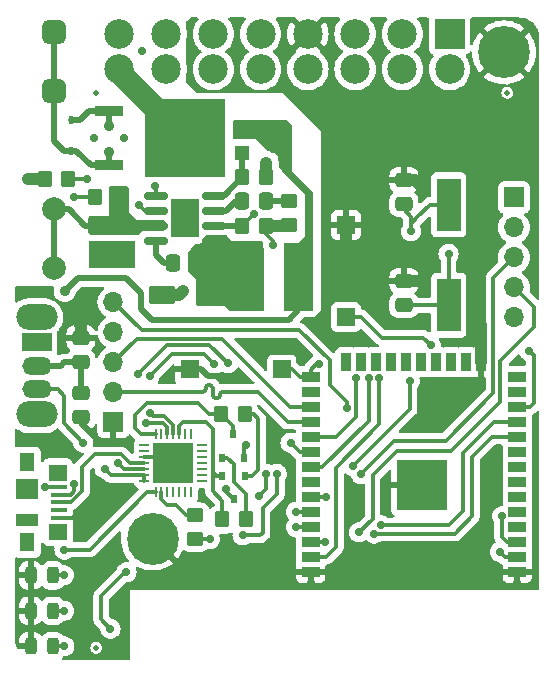
<source format=gtl>
%TF.GenerationSoftware,KiCad,Pcbnew,8.0.4*%
%TF.CreationDate,2024-09-21T14:55:01-03:00*%
%TF.ProjectId,DongleALIVEv2.0,446f6e67-6c65-4414-9c49-564576322e30,2.0*%
%TF.SameCoordinates,Original*%
%TF.FileFunction,Copper,L1,Top*%
%TF.FilePolarity,Positive*%
%FSLAX46Y46*%
G04 Gerber Fmt 4.6, Leading zero omitted, Abs format (unit mm)*
G04 Created by KiCad (PCBNEW 8.0.4) date 2024-09-21 14:55:01*
%MOMM*%
%LPD*%
G01*
G04 APERTURE LIST*
G04 Aperture macros list*
%AMRoundRect*
0 Rectangle with rounded corners*
0 $1 Rounding radius*
0 $2 $3 $4 $5 $6 $7 $8 $9 X,Y pos of 4 corners*
0 Add a 4 corners polygon primitive as box body*
4,1,4,$2,$3,$4,$5,$6,$7,$8,$9,$2,$3,0*
0 Add four circle primitives for the rounded corners*
1,1,$1+$1,$2,$3*
1,1,$1+$1,$4,$5*
1,1,$1+$1,$6,$7*
1,1,$1+$1,$8,$9*
0 Add four rect primitives between the rounded corners*
20,1,$1+$1,$2,$3,$4,$5,0*
20,1,$1+$1,$4,$5,$6,$7,0*
20,1,$1+$1,$6,$7,$8,$9,0*
20,1,$1+$1,$8,$9,$2,$3,0*%
G04 Aperture macros list end*
%TA.AperFunction,Conductor*%
%ADD10C,0.200000*%
%TD*%
%TA.AperFunction,SMDPad,CuDef*%
%ADD11RoundRect,0.250000X-0.475000X0.337500X-0.475000X-0.337500X0.475000X-0.337500X0.475000X0.337500X0*%
%TD*%
%TA.AperFunction,SMDPad,CuDef*%
%ADD12RoundRect,0.250000X0.475000X-0.337500X0.475000X0.337500X-0.475000X0.337500X-0.475000X-0.337500X0*%
%TD*%
%TA.AperFunction,SMDPad,CuDef*%
%ADD13R,1.200000X1.200000*%
%TD*%
%TA.AperFunction,SMDPad,CuDef*%
%ADD14R,1.500000X1.600000*%
%TD*%
%TA.AperFunction,SMDPad,CuDef*%
%ADD15C,0.500000*%
%TD*%
%TA.AperFunction,ComponentPad*%
%ADD16R,1.700000X1.700000*%
%TD*%
%TA.AperFunction,ComponentPad*%
%ADD17O,1.700000X1.700000*%
%TD*%
%TA.AperFunction,SMDPad,CuDef*%
%ADD18R,1.500000X1.500000*%
%TD*%
%TA.AperFunction,SMDPad,CuDef*%
%ADD19RoundRect,0.250000X0.350000X0.450000X-0.350000X0.450000X-0.350000X-0.450000X0.350000X-0.450000X0*%
%TD*%
%TA.AperFunction,SMDPad,CuDef*%
%ADD20RoundRect,0.196250X0.888750X0.588750X-0.888750X0.588750X-0.888750X-0.588750X0.888750X-0.588750X0*%
%TD*%
%TA.AperFunction,SMDPad,CuDef*%
%ADD21RoundRect,0.250000X-0.450000X0.350000X-0.450000X-0.350000X0.450000X-0.350000X0.450000X0.350000X0*%
%TD*%
%TA.AperFunction,SMDPad,CuDef*%
%ADD22R,2.400000X5.700000*%
%TD*%
%TA.AperFunction,SMDPad,CuDef*%
%ADD23RoundRect,0.162000X0.823000X0.138000X-0.823000X0.138000X-0.823000X-0.138000X0.823000X-0.138000X0*%
%TD*%
%TA.AperFunction,SMDPad,CuDef*%
%ADD24R,2.410000X3.300000*%
%TD*%
%TA.AperFunction,SMDPad,CuDef*%
%ADD25R,0.600000X0.800000*%
%TD*%
%TA.AperFunction,SMDPad,CuDef*%
%ADD26R,1.380000X0.450000*%
%TD*%
%TA.AperFunction,SMDPad,CuDef*%
%ADD27R,1.300000X1.650000*%
%TD*%
%TA.AperFunction,SMDPad,CuDef*%
%ADD28R,1.550000X1.425000*%
%TD*%
%TA.AperFunction,SMDPad,CuDef*%
%ADD29R,1.900000X1.800000*%
%TD*%
%TA.AperFunction,SMDPad,CuDef*%
%ADD30R,1.900000X1.000000*%
%TD*%
%TA.AperFunction,SMDPad,CuDef*%
%ADD31RoundRect,0.250000X-0.350000X-0.450000X0.350000X-0.450000X0.350000X0.450000X-0.350000X0.450000X0*%
%TD*%
%TA.AperFunction,SMDPad,CuDef*%
%ADD32R,0.457200X0.787400*%
%TD*%
%TA.AperFunction,SMDPad,CuDef*%
%ADD33RoundRect,0.250000X-0.337500X-0.475000X0.337500X-0.475000X0.337500X0.475000X-0.337500X0.475000X0*%
%TD*%
%TA.AperFunction,ComponentPad*%
%ADD34O,3.500000X2.200000*%
%TD*%
%TA.AperFunction,ComponentPad*%
%ADD35R,2.500000X1.500000*%
%TD*%
%TA.AperFunction,ComponentPad*%
%ADD36O,2.500000X1.500000*%
%TD*%
%TA.AperFunction,ComponentPad*%
%ADD37C,0.700000*%
%TD*%
%TA.AperFunction,ComponentPad*%
%ADD38C,4.400000*%
%TD*%
%TA.AperFunction,SMDPad,CuDef*%
%ADD39RoundRect,0.243750X-0.243750X-0.456250X0.243750X-0.456250X0.243750X0.456250X-0.243750X0.456250X0*%
%TD*%
%TA.AperFunction,ComponentPad*%
%ADD40R,2.500000X2.500000*%
%TD*%
%TA.AperFunction,ComponentPad*%
%ADD41C,2.500000*%
%TD*%
%TA.AperFunction,SMDPad,CuDef*%
%ADD42R,1.500000X0.900000*%
%TD*%
%TA.AperFunction,SMDPad,CuDef*%
%ADD43R,0.900000X1.500000*%
%TD*%
%TA.AperFunction,SMDPad,CuDef*%
%ADD44R,1.050000X1.050000*%
%TD*%
%TA.AperFunction,HeatsinkPad*%
%ADD45C,0.600000*%
%TD*%
%TA.AperFunction,SMDPad,CuDef*%
%ADD46R,4.200000X4.200000*%
%TD*%
%TA.AperFunction,SMDPad,CuDef*%
%ADD47R,2.000000X4.500000*%
%TD*%
%TA.AperFunction,SMDPad,CuDef*%
%ADD48R,2.489200X0.939800*%
%TD*%
%TA.AperFunction,SMDPad,CuDef*%
%ADD49R,6.807200X6.578600*%
%TD*%
%TA.AperFunction,SMDPad,CuDef*%
%ADD50RoundRect,0.062500X-0.337500X-0.062500X0.337500X-0.062500X0.337500X0.062500X-0.337500X0.062500X0*%
%TD*%
%TA.AperFunction,SMDPad,CuDef*%
%ADD51RoundRect,0.062500X-0.062500X-0.337500X0.062500X-0.337500X0.062500X0.337500X-0.062500X0.337500X0*%
%TD*%
%TA.AperFunction,HeatsinkPad*%
%ADD52R,3.350000X3.350000*%
%TD*%
%TA.AperFunction,ComponentPad*%
%ADD53RoundRect,0.500000X-0.500000X0.500000X-0.500000X-0.500000X0.500000X-0.500000X0.500000X0.500000X0*%
%TD*%
%TA.AperFunction,ComponentPad*%
%ADD54C,2.000000*%
%TD*%
%TA.AperFunction,ViaPad*%
%ADD55C,0.700000*%
%TD*%
%TA.AperFunction,ViaPad*%
%ADD56C,0.900000*%
%TD*%
%TA.AperFunction,Conductor*%
%ADD57C,0.300000*%
%TD*%
%TA.AperFunction,Conductor*%
%ADD58C,1.000000*%
%TD*%
%TA.AperFunction,Conductor*%
%ADD59C,0.500000*%
%TD*%
%TA.AperFunction,Conductor*%
%ADD60C,2.000000*%
%TD*%
%ADD61C,0.300000*%
%ADD62C,0.350000*%
G04 APERTURE END LIST*
D10*
%TO.N,GND*%
X197420000Y-118360000D02*
X182880000Y-118360000D01*
X182880000Y-116740000D01*
X197420000Y-116740000D01*
X197420000Y-118360000D01*
%TA.AperFunction,Conductor*%
G36*
X197420000Y-118360000D02*
G01*
X182880000Y-118360000D01*
X182880000Y-116740000D01*
X197420000Y-116740000D01*
X197420000Y-118360000D01*
G37*
%TD.AperFunction*%
%TD*%
D11*
%TO.P,C9,1*%
%TO.N,/VoltageRegulatorESD/12v_fuse*%
X163550000Y-87682500D03*
%TO.P,C9,2*%
%TO.N,GND*%
X163550000Y-89757500D03*
%TD*%
D12*
%TO.P,C7,1*%
%TO.N,/VoltageRegulatorESD/Vout*%
X161960000Y-99267500D03*
%TO.P,C7,2*%
%TO.N,GND*%
X161960000Y-97192500D03*
%TD*%
D13*
%TO.P,RV1,1,1*%
%TO.N,/VoltageRegulatorESD/Vout*%
X175600000Y-79540000D03*
D14*
%TO.P,RV1,2,2*%
X178850000Y-80540000D03*
D13*
%TO.P,RV1,3,3*%
%TO.N,/VoltageRegulatorESD/FB*%
X175600000Y-81540000D03*
%TD*%
D15*
%TO.P,FID2,*%
%TO.N,*%
X163260000Y-123430000D03*
%TD*%
D11*
%TO.P,C10,1*%
%TO.N,/VoltageRegulatorESD/12v_fuse*%
X165650000Y-87682500D03*
%TO.P,C10,2*%
%TO.N,GND*%
X165650000Y-89757500D03*
%TD*%
%TO.P,C18,1*%
%TO.N,GND*%
X189310000Y-92352500D03*
%TO.P,C18,2*%
%TO.N,/CAN_controller/osc1*%
X189310000Y-94427500D03*
%TD*%
D16*
%TO.P,J2,1,Pin_1*%
%TO.N,GND*%
X164710000Y-104300000D03*
D17*
%TO.P,J2,2,Pin_2*%
%TO.N,/Microcontroller/TX2*%
X164710000Y-101760000D03*
%TO.P,J2,3,Pin_3*%
%TO.N,/Microcontroller/RX2*%
X164710000Y-99220000D03*
%TO.P,J2,4,Pin_4*%
%TO.N,unconnected-(J2-Pin_4-Pad4)*%
X164710000Y-96680000D03*
%TO.P,J2,5,Pin_5*%
%TO.N,+3V3*%
X164710000Y-94140000D03*
%TD*%
D18*
%TO.P,SW1,1,1*%
%TO.N,IO0*%
X178960000Y-99860000D03*
%TO.P,SW1,2,2*%
%TO.N,GND*%
X171160000Y-99860000D03*
%TD*%
D19*
%TO.P,R13,1*%
%TO.N,GND*%
X177600000Y-83580000D03*
%TO.P,R13,2*%
%TO.N,/VoltageRegulatorESD/FB*%
X175600000Y-83580000D03*
%TD*%
D20*
%TO.P,D3,1,K*%
%TO.N,/VoltageRegulatorESD/SW*%
X172965000Y-93530000D03*
%TO.P,D3,2,A*%
%TO.N,GND*%
X168835000Y-93530000D03*
%TD*%
D11*
%TO.P,C19,1*%
%TO.N,GND*%
X189310000Y-83802500D03*
%TO.P,C19,2*%
%TO.N,/CAN_controller/osc2*%
X189310000Y-85877500D03*
%TD*%
D21*
%TO.P,R12,1*%
%TO.N,Net-(C11-Pad2)*%
X179590000Y-85610000D03*
%TO.P,R12,2*%
%TO.N,GND*%
X179590000Y-87610000D03*
%TD*%
D22*
%TO.P,L1,1*%
%TO.N,/VoltageRegulatorESD/SW*%
X176160000Y-92070000D03*
%TO.P,L1,2*%
%TO.N,/VoltageRegulatorESD/Vout*%
X180360000Y-92070000D03*
%TD*%
D19*
%TO.P,R7,1*%
%TO.N,/VoltageRegulatorESD/12v_fuse*%
X165150000Y-85290000D03*
%TO.P,R7,2*%
%TO.N,/VoltageRegulatorESD/EN*%
X163150000Y-85290000D03*
%TD*%
D23*
%TO.P,U2,1,SW*%
%TO.N,/VoltageRegulatorESD/SW*%
X173235000Y-88955000D03*
%TO.P,U2,2,EN*%
%TO.N,/VoltageRegulatorESD/EN*%
X173235000Y-87685000D03*
%TO.P,U2,3,COMP*%
%TO.N,/VoltageRegulatorESD/COMP*%
X173235000Y-86415000D03*
%TO.P,U2,4,FB*%
%TO.N,/VoltageRegulatorESD/FB*%
X173235000Y-85145000D03*
%TO.P,U2,5,GND*%
%TO.N,GND*%
X168285000Y-85145000D03*
%TO.P,U2,6,FREQ*%
%TO.N,/VoltageRegulatorESD/FREQ*%
X168285000Y-86415000D03*
%TO.P,U2,7,VIN*%
%TO.N,/VoltageRegulatorESD/12v_fuse*%
X168285000Y-87685000D03*
%TO.P,U2,8,BST*%
%TO.N,/VoltageRegulatorESD/BST*%
X168285000Y-88955000D03*
D24*
%TO.P,U2,9,GND*%
%TO.N,GND*%
X170760000Y-87050000D03*
%TD*%
D21*
%TO.P,R17,1*%
%TO.N,/MicroUSB_Port/RST*%
X171650000Y-112220000D03*
%TO.P,R17,2*%
%TO.N,+3V3*%
X171650000Y-114220000D03*
%TD*%
D25*
%TO.P,Q3,1*%
%TO.N,/MicroUSB_Port/rts_to_io0*%
X173870000Y-107370000D03*
%TO.P,Q3,2*%
%TO.N,IO0*%
X175770000Y-107370000D03*
%TO.P,Q3,3*%
%TO.N,/MicroUSB_Port/DTR*%
X174820000Y-105350000D03*
%TD*%
D26*
%TO.P,J4,1,VBUS*%
%TO.N,/MicroUSB_Port/VBUS*%
X160095000Y-109802500D03*
%TO.P,J4,2,D-*%
%TO.N,/MicroUSB_Port/D-*%
X160095000Y-110452500D03*
%TO.P,J4,3,D+*%
%TO.N,/MicroUSB_Port/D+*%
X160095000Y-111102500D03*
%TO.P,J4,4,ID*%
%TO.N,unconnected-(J4-ID-Pad4)*%
X160095000Y-111752500D03*
%TO.P,J4,5,GND*%
%TO.N,GND*%
X160095000Y-112402500D03*
D27*
%TO.P,J4,6,Shield*%
%TO.N,unconnected-(J4-Shield-Pad6)_5*%
X157435000Y-107727500D03*
D28*
%TO.N,unconnected-(J4-Shield-Pad6)*%
X160010000Y-108615000D03*
D29*
%TO.N,unconnected-(J4-Shield-Pad6)_4*%
X157435000Y-109952500D03*
D30*
%TO.N,unconnected-(J4-Shield-Pad6)_2*%
X157435000Y-112652500D03*
D28*
%TO.N,unconnected-(J4-Shield-Pad6)_3*%
X160010000Y-113590000D03*
D27*
%TO.N,unconnected-(J4-Shield-Pad6)_1*%
X157435000Y-114477500D03*
%TD*%
D31*
%TO.P,R8,1*%
%TO.N,/VoltageRegulatorESD/EN*%
X175600000Y-87680000D03*
%TO.P,R8,2*%
%TO.N,GND*%
X177600000Y-87680000D03*
%TD*%
D18*
%TO.P,SW2,1,1*%
%TO.N,GND*%
X184420000Y-87630000D03*
%TO.P,SW2,2,2*%
%TO.N,EN*%
X184420000Y-95430000D03*
%TD*%
D32*
%TO.P,D4,1,K*%
%TO.N,/VoltageRegulatorESD/12v_in*%
X161090000Y-81368100D03*
%TO.P,D4,2,A*%
%TO.N,/VoltageRegulatorESD/GND_resistence_protect*%
X161090000Y-78751900D03*
%TD*%
D33*
%TO.P,C6,1*%
%TO.N,/VoltageRegulatorESD/BST*%
X169755000Y-90870000D03*
%TO.P,C6,2*%
%TO.N,/VoltageRegulatorESD/SW*%
X171830000Y-90870000D03*
%TD*%
D34*
%TO.P,SW3,*%
%TO.N,*%
X158210000Y-95450000D03*
X158210000Y-103650000D03*
D35*
%TO.P,SW3,1,C*%
%TO.N,unconnected-(SW3-C-Pad1)*%
X158210000Y-97550000D03*
D36*
%TO.P,SW3,2,B*%
%TO.N,/VoltageRegulatorESD/Vout*%
X158210000Y-99550000D03*
%TO.P,SW3,3,A*%
%TO.N,5v*%
X158210000Y-101550000D03*
%TD*%
D37*
%TO.P,H2,1,1*%
%TO.N,GND*%
X166380000Y-114180000D03*
X166863274Y-113013274D03*
X166863274Y-115346726D03*
X168030000Y-112530000D03*
D38*
X168030000Y-114180000D03*
D37*
X168030000Y-115830000D03*
X169196726Y-113013274D03*
X169196726Y-115346726D03*
X169680000Y-114180000D03*
%TD*%
D19*
%TO.P,R18,1*%
%TO.N,/MicroUSB_Port/dtr_to_en*%
X175840000Y-103640000D03*
%TO.P,R18,2*%
%TO.N,/MicroUSB_Port/DTR*%
X173840000Y-103640000D03*
%TD*%
D39*
%TO.P,D1,1,K*%
%TO.N,GND*%
X157712500Y-120300000D03*
%TO.P,D1,2,A*%
%TO.N,/Microcontroller/can_led*%
X159587500Y-120300000D03*
%TD*%
D11*
%TO.P,C8,1*%
%TO.N,/VoltageRegulatorESD/Vout*%
X161960000Y-101842500D03*
%TO.P,C8,2*%
%TO.N,GND*%
X161960000Y-103917500D03*
%TD*%
D15*
%TO.P,FID3,*%
%TO.N,*%
X163260000Y-76450000D03*
%TD*%
D19*
%TO.P,R11,1*%
%TO.N,/VoltageRegulatorESD/FREQ*%
X160880000Y-83750000D03*
%TO.P,R11,2*%
%TO.N,GND*%
X158880000Y-83750000D03*
%TD*%
D40*
%TO.P,J1,1,1*%
%TO.N,unconnected-(J1-Pad1)*%
X193180000Y-71460000D03*
D41*
%TO.P,J1,2,2*%
%TO.N,unconnected-(J1-Pad2)*%
X189180000Y-71460000D03*
%TO.P,J1,3,3*%
%TO.N,unconnected-(J1-Pad3)*%
X185180000Y-71460000D03*
%TO.P,J1,4,GND*%
%TO.N,GND*%
X181180000Y-71460000D03*
%TO.P,J1,5,5*%
%TO.N,unconnected-(J1-Pad5)*%
X177180000Y-71460000D03*
%TO.P,J1,6,CAN_LOW*%
%TO.N,/CAN_controller/CAN_LOW*%
X173180000Y-71460000D03*
%TO.P,J1,7,7*%
%TO.N,unconnected-(J1-Pad7)*%
X169180000Y-71460000D03*
%TO.P,J1,8,8*%
%TO.N,unconnected-(J1-Pad8)*%
X165180000Y-71460000D03*
%TO.P,J1,9,9*%
%TO.N,unconnected-(J1-Pad9)*%
X193180000Y-74460000D03*
%TO.P,J1,10,10*%
%TO.N,unconnected-(J1-Pad10)*%
X189180000Y-74460000D03*
%TO.P,J1,11,11*%
%TO.N,unconnected-(J1-Pad11)*%
X185180000Y-74460000D03*
%TO.P,J1,12,12*%
%TO.N,unconnected-(J1-Pad12)*%
X181180000Y-74460000D03*
%TO.P,J1,13,13*%
%TO.N,unconnected-(J1-Pad13)*%
X177180000Y-74460000D03*
%TO.P,J1,14,CAN_HIGH*%
%TO.N,/CAN_controller/CAN_HIGH*%
X173180000Y-74460000D03*
%TO.P,J1,15,15*%
%TO.N,unconnected-(J1-Pad15)*%
X169180000Y-74460000D03*
%TO.P,J1,16,VIN*%
%TO.N,/VoltageRegulatorESD/Car_Battery_12v*%
X165180000Y-74460000D03*
%TD*%
D15*
%TO.P,FID1,*%
%TO.N,*%
X198070000Y-76450000D03*
%TD*%
D37*
%TO.P,H1,1,1*%
%TO.N,GND*%
X196140000Y-73020000D03*
X196623274Y-71853274D03*
X196623274Y-74186726D03*
X197790000Y-71370000D03*
D38*
X197790000Y-73020000D03*
D37*
X197790000Y-74670000D03*
X198956726Y-71853274D03*
X198956726Y-74186726D03*
X199440000Y-73020000D03*
%TD*%
D42*
%TO.P,U1,1,GND*%
%TO.N,GND*%
X198910000Y-116995000D03*
%TO.P,U1,2,VDD*%
%TO.N,+3V3*%
X198910000Y-115725000D03*
%TO.P,U1,3,EN*%
%TO.N,EN*%
X198910000Y-114455000D03*
%TO.P,U1,4,SENSOR_VP*%
%TO.N,unconnected-(U1-SENSOR_VP-Pad4)*%
X198910000Y-113185000D03*
%TO.P,U1,5,SENSOR_VN*%
%TO.N,unconnected-(U1-SENSOR_VN-Pad5)*%
X198910000Y-111915000D03*
%TO.P,U1,6,IO34*%
%TO.N,unconnected-(U1-IO34-Pad6)*%
X198910000Y-110645000D03*
%TO.P,U1,7,IO35*%
%TO.N,unconnected-(U1-IO35-Pad7)*%
X198910000Y-109375000D03*
%TO.P,U1,8,IO32*%
%TO.N,unconnected-(U1-IO32-Pad8)*%
X198910000Y-108105000D03*
%TO.P,U1,9,IO33*%
%TO.N,unconnected-(U1-IO33-Pad9)*%
X198910000Y-106835000D03*
%TO.P,U1,10,IO25*%
%TO.N,/Microcontroller/CAN_debug*%
X198910000Y-105565000D03*
%TO.P,U1,11,IO26*%
%TO.N,/Microcontroller/BLE_debug*%
X198910000Y-104295000D03*
%TO.P,U1,12,IO27*%
%TO.N,/CAN_controller/CAN_INT*%
X198910000Y-103025000D03*
%TO.P,U1,13,IO14*%
%TO.N,unconnected-(U1-IO14-Pad13)*%
X198910000Y-101755000D03*
%TO.P,U1,14,IO12*%
%TO.N,unconnected-(U1-IO12-Pad14)*%
X198910000Y-100485000D03*
D43*
%TO.P,U1,15,GND*%
%TO.N,GND*%
X195870000Y-99235000D03*
%TO.P,U1,16,IO13*%
%TO.N,unconnected-(U1-IO13-Pad16)*%
X194600000Y-99235000D03*
%TO.P,U1,17,SHD/SD2*%
%TO.N,unconnected-(U1-SHD{slash}SD2-Pad17)*%
X193330000Y-99235000D03*
%TO.P,U1,18,SWP/SD3*%
%TO.N,unconnected-(U1-SWP{slash}SD3-Pad18)*%
X192060000Y-99235000D03*
%TO.P,U1,19,SCS/CMD*%
%TO.N,unconnected-(U1-SCS{slash}CMD-Pad19)*%
X190790000Y-99235000D03*
%TO.P,U1,20,SCK/CLK*%
%TO.N,unconnected-(U1-SCK{slash}CLK-Pad20)*%
X189520000Y-99235000D03*
%TO.P,U1,21,SDO/SD0*%
%TO.N,unconnected-(U1-SDO{slash}SD0-Pad21)*%
X188250000Y-99235000D03*
%TO.P,U1,22,SDI/SD1*%
%TO.N,unconnected-(U1-SDI{slash}SD1-Pad22)*%
X186980000Y-99235000D03*
%TO.P,U1,23,IO15*%
%TO.N,unconnected-(U1-IO15-Pad23)*%
X185710000Y-99235000D03*
%TO.P,U1,24,IO2*%
%TO.N,unconnected-(U1-IO2-Pad24)*%
X184440000Y-99235000D03*
D42*
%TO.P,U1,25,IO0*%
%TO.N,IO0*%
X181410000Y-100485000D03*
%TO.P,U1,26,IO4*%
%TO.N,unconnected-(U1-IO4-Pad26)*%
X181410000Y-101755000D03*
%TO.P,U1,27,IO16*%
%TO.N,/Microcontroller/RX2*%
X181410000Y-103025000D03*
%TO.P,U1,28,IO17*%
%TO.N,/Microcontroller/TX2*%
X181410000Y-104295000D03*
%TO.P,U1,29,IO5*%
%TO.N,/CAN_controller/CAN_CS*%
X181410000Y-105565000D03*
%TO.P,U1,30,IO18*%
%TO.N,SCLK*%
X181410000Y-106835000D03*
%TO.P,U1,31,IO19*%
%TO.N,MISO*%
X181410000Y-108105000D03*
%TO.P,U1,32,NC*%
%TO.N,unconnected-(U1-NC-Pad32)*%
X181410000Y-109375000D03*
%TO.P,U1,33,IO21*%
%TO.N,/Microcontroller/SDA*%
X181410000Y-110645000D03*
%TO.P,U1,34,RXD0/IO3*%
%TO.N,/Microcontroller/RXD0*%
X181410000Y-111915000D03*
%TO.P,U1,35,TXD0/IO1*%
%TO.N,/Microcontroller/TXD0*%
X181410000Y-113185000D03*
%TO.P,U1,36,IO22*%
%TO.N,/Microcontroller/SCL*%
X181410000Y-114455000D03*
%TO.P,U1,37,IO23*%
%TO.N,MOSI*%
X181410000Y-115725000D03*
%TO.P,U1,38,GND*%
%TO.N,GND*%
X181410000Y-116995000D03*
D44*
%TO.P,U1,39,GND*%
X192365000Y-111180000D03*
D45*
X192365000Y-110417500D03*
D44*
X192365000Y-109655000D03*
D45*
X192365000Y-108892500D03*
D44*
X192365000Y-108130000D03*
D45*
X191602500Y-111180000D03*
X191602500Y-109655000D03*
X191602500Y-108130000D03*
D44*
X190840000Y-111180000D03*
D45*
X190840000Y-110417500D03*
D44*
X190840000Y-109655000D03*
D46*
X190840000Y-109655000D03*
D45*
X190840000Y-108892500D03*
D44*
X190840000Y-108130000D03*
D45*
X190077500Y-111180000D03*
X190077500Y-109655000D03*
X190077500Y-108130000D03*
D44*
X189315000Y-111180000D03*
D45*
X189315000Y-110417500D03*
D44*
X189315000Y-109655000D03*
D45*
X189315000Y-108892500D03*
D44*
X189315000Y-108130000D03*
%TD*%
D47*
%TO.P,Y1,1,1*%
%TO.N,/CAN_controller/osc2*%
X193100000Y-85930000D03*
%TO.P,Y1,2,2*%
%TO.N,/CAN_controller/osc1*%
X193100000Y-94430000D03*
%TD*%
D39*
%TO.P,D5,1,K*%
%TO.N,GND*%
X157712500Y-117300000D03*
%TO.P,D5,2,A*%
%TO.N,/VoltageRegulatorESD/power_led*%
X159587500Y-117300000D03*
%TD*%
D25*
%TO.P,Q2,1*%
%TO.N,/MicroUSB_Port/dtr_to_en*%
X175840000Y-108850000D03*
%TO.P,Q2,2*%
%TO.N,/MicroUSB_Port/RTS*%
X173940000Y-108850000D03*
%TO.P,Q2,3*%
%TO.N,EN*%
X174890000Y-110870000D03*
%TD*%
D33*
%TO.P,C11,1*%
%TO.N,/VoltageRegulatorESD/COMP*%
X175582500Y-85610000D03*
%TO.P,C11,2*%
%TO.N,Net-(C11-Pad2)*%
X177657500Y-85610000D03*
%TD*%
D48*
%TO.P,Q1,1,G*%
%TO.N,/VoltageRegulatorESD/GND_resistence_protect*%
X164334000Y-78009999D03*
D49*
%TO.P,Q1,2,D*%
%TO.N,/VoltageRegulatorESD/Car_Battery_12v*%
X170806999Y-80300000D03*
D48*
%TO.P,Q1,3,S*%
%TO.N,/VoltageRegulatorESD/12v_in*%
X164334000Y-82590001D03*
%TD*%
D50*
%TO.P,U6,1,~{DCD}*%
%TO.N,unconnected-(U6-~{DCD}-Pad1)*%
X167330000Y-106290000D03*
%TO.P,U6,2,~{RI}/CLK*%
%TO.N,unconnected-(U6-~{RI}{slash}CLK-Pad2)*%
X167330000Y-106790000D03*
%TO.P,U6,3,GND*%
%TO.N,GND*%
X167330000Y-107290000D03*
%TO.P,U6,4,D+*%
%TO.N,/MicroUSB_Port/D+*%
X167330000Y-107790000D03*
%TO.P,U6,5,D-*%
%TO.N,/MicroUSB_Port/D-*%
X167330000Y-108290000D03*
%TO.P,U6,6,VDD*%
%TO.N,+3V3*%
X167330000Y-108790000D03*
%TO.P,U6,7,VREGIN*%
X167330000Y-109290000D03*
D51*
%TO.P,U6,8,VBUS*%
%TO.N,/MicroUSB_Port/VBUS*%
X168280000Y-110240000D03*
%TO.P,U6,9,~{RST}*%
%TO.N,/MicroUSB_Port/RST*%
X168780000Y-110240000D03*
%TO.P,U6,10,NC*%
%TO.N,unconnected-(U6-NC-Pad10)*%
X169280000Y-110240000D03*
%TO.P,U6,11,~{SUSPEND}*%
%TO.N,unconnected-(U6-~{SUSPEND}-Pad11)*%
X169780000Y-110240000D03*
%TO.P,U6,12,SUSPEND*%
%TO.N,unconnected-(U6-SUSPEND-Pad12)*%
X170280000Y-110240000D03*
%TO.P,U6,13,CHREN*%
%TO.N,unconnected-(U6-CHREN-Pad13)*%
X170780000Y-110240000D03*
%TO.P,U6,14,CHR1*%
%TO.N,unconnected-(U6-CHR1-Pad14)*%
X171280000Y-110240000D03*
D50*
%TO.P,U6,15,CHR0*%
%TO.N,unconnected-(U6-CHR0-Pad15)*%
X172230000Y-109290000D03*
%TO.P,U6,16,~{WAKEUP}/GPIO.3*%
%TO.N,unconnected-(U6-~{WAKEUP}{slash}GPIO.3-Pad16)*%
X172230000Y-108790000D03*
%TO.P,U6,17,RS485/GPIO.2*%
%TO.N,unconnected-(U6-RS485{slash}GPIO.2-Pad17)*%
X172230000Y-108290000D03*
%TO.P,U6,18,~{RXT}/GPIO.1*%
%TO.N,unconnected-(U6-~{RXT}{slash}GPIO.1-Pad18)*%
X172230000Y-107790000D03*
%TO.P,U6,19,~{TXT}/GPIO.0*%
%TO.N,unconnected-(U6-~{TXT}{slash}GPIO.0-Pad19)*%
X172230000Y-107290000D03*
%TO.P,U6,20,GPIO.6*%
%TO.N,unconnected-(U6-GPIO.6-Pad20)*%
X172230000Y-106790000D03*
%TO.P,U6,21,GPIO.5*%
%TO.N,unconnected-(U6-GPIO.5-Pad21)*%
X172230000Y-106290000D03*
D51*
%TO.P,U6,22,GPIO.4*%
%TO.N,unconnected-(U6-GPIO.4-Pad22)*%
X171280000Y-105340000D03*
%TO.P,U6,23,~{CTS}*%
%TO.N,unconnected-(U6-~{CTS}-Pad23)*%
X170780000Y-105340000D03*
%TO.P,U6,24,~{RTS}*%
%TO.N,/MicroUSB_Port/RTS*%
X170280000Y-105340000D03*
%TO.P,U6,25,RXD*%
%TO.N,/MicroUSB_Port/RXD*%
X169780000Y-105340000D03*
%TO.P,U6,26,TXD*%
%TO.N,/MicroUSB_Port/TXD*%
X169280000Y-105340000D03*
%TO.P,U6,27,~{DSR}*%
%TO.N,unconnected-(U6-~{DSR}-Pad27)*%
X168780000Y-105340000D03*
%TO.P,U6,28,~{DTR}*%
%TO.N,/MicroUSB_Port/DTR*%
X168280000Y-105340000D03*
D52*
%TO.P,U6,29,GND*%
%TO.N,GND*%
X169780000Y-107790000D03*
%TD*%
D53*
%TO.P,F1,1*%
%TO.N,/VoltageRegulatorESD/12v_in*%
X159650000Y-71300000D03*
X159650000Y-76300000D03*
D54*
%TO.P,F1,2*%
%TO.N,/VoltageRegulatorESD/12v_fuse*%
X159650000Y-86300000D03*
X159650000Y-91300000D03*
%TD*%
D19*
%TO.P,R19,1*%
%TO.N,/MicroUSB_Port/rts_to_io0*%
X175930000Y-112560000D03*
%TO.P,R19,2*%
%TO.N,/MicroUSB_Port/RTS*%
X173930000Y-112560000D03*
%TD*%
D39*
%TO.P,D2,1,K*%
%TO.N,GND*%
X157712500Y-123300000D03*
%TO.P,D2,2,A*%
%TO.N,/Microcontroller/ble_led*%
X159587500Y-123300000D03*
%TD*%
D16*
%TO.P,J3,1,Pin_1*%
%TO.N,unconnected-(J3-Pin_1-Pad1)*%
X198630000Y-85300000D03*
D17*
%TO.P,J3,2,Pin_2*%
%TO.N,unconnected-(J3-Pin_2-Pad2)*%
X198630000Y-87840000D03*
%TO.P,J3,3,Pin_3*%
%TO.N,/Microcontroller/SDA*%
X198630000Y-90380000D03*
%TO.P,J3,4,Pin_4*%
%TO.N,/Microcontroller/SCL*%
X198630000Y-92920000D03*
%TO.P,J3,5,Pin_5*%
%TO.N,unconnected-(J3-Pin_5-Pad5)*%
X198630000Y-95460000D03*
%TD*%
D55*
%TO.N,GND*%
X183940000Y-97520000D03*
X187400000Y-92530000D03*
D56*
X191230000Y-117590000D03*
D55*
X198940000Y-99160000D03*
X188310000Y-90670000D03*
X185380000Y-110740000D03*
X196690000Y-86750000D03*
X187960000Y-115070000D03*
X191170000Y-89670000D03*
X165590000Y-80260000D03*
X159150000Y-115330000D03*
X172260000Y-110710000D03*
X191010000Y-72960000D03*
X176180000Y-118020000D03*
X157060000Y-105840000D03*
X187220000Y-72880000D03*
X163060000Y-80260000D03*
X174180000Y-118020000D03*
X165650000Y-90860000D03*
D56*
X168700000Y-106710000D03*
D55*
X164600000Y-114830000D03*
X189310000Y-89670000D03*
X190550000Y-92350000D03*
X170740000Y-85920000D03*
X175500000Y-100410000D03*
D56*
X186150000Y-117590000D03*
D55*
X193500000Y-82110000D03*
X157710000Y-118780000D03*
X173180000Y-118020000D03*
D56*
X168700000Y-108920000D03*
D55*
X177980000Y-106180000D03*
X194930000Y-91430000D03*
X187400000Y-89670000D03*
X171370000Y-72890000D03*
X185960000Y-115070000D03*
X177600000Y-82360000D03*
X175180000Y-70560000D03*
X165720000Y-122070000D03*
X175180000Y-118020000D03*
X178250000Y-89290000D03*
X190760000Y-84340000D03*
X163290000Y-112480000D03*
X165070000Y-115810000D03*
X170740000Y-88250000D03*
X188310000Y-89670000D03*
X193660000Y-102390000D03*
X188320000Y-88740000D03*
X179200000Y-72830000D03*
X174300000Y-114360000D03*
X186960000Y-115070000D03*
X194930000Y-90430000D03*
X198910000Y-117970000D03*
X172180000Y-118020000D03*
X187410000Y-88740000D03*
X194930000Y-88570000D03*
X163550000Y-106030000D03*
X168270000Y-84340000D03*
X161820000Y-95960000D03*
X187400000Y-90670000D03*
X165720000Y-124070000D03*
X159110000Y-93330000D03*
X180650000Y-99200000D03*
X187400000Y-91530000D03*
X165720000Y-123070000D03*
X177180000Y-118020000D03*
X165720000Y-121070000D03*
D56*
X183610000Y-117590000D03*
D55*
X181410000Y-117970000D03*
X157710000Y-121810000D03*
X183190000Y-72880000D03*
X190170000Y-89670000D03*
X195480000Y-95700000D03*
X169220000Y-100460000D03*
X178180000Y-118020000D03*
X179180000Y-118020000D03*
X167160000Y-72870000D03*
X162020000Y-112580000D03*
D56*
X188690000Y-117590000D03*
X193770000Y-117590000D03*
D55*
X189310000Y-90670000D03*
D56*
X157520000Y-83750000D03*
D55*
X190170000Y-90670000D03*
X191170000Y-90670000D03*
X196690000Y-89110000D03*
X179710000Y-108120000D03*
X194930000Y-89570000D03*
D56*
X196310000Y-117590000D03*
D55*
X184420000Y-88900000D03*
X163550000Y-90870000D03*
X170600000Y-93190000D03*
%TO.N,+3V3*%
X172870000Y-114220000D03*
X184510000Y-103110000D03*
X197440000Y-115310000D03*
X163970000Y-108260000D03*
%TO.N,IO0*%
X182130000Y-99440000D03*
X175970000Y-106260000D03*
%TO.N,EN*%
X191600000Y-97830000D03*
X197609998Y-112300000D03*
X185000000Y-108030000D03*
X174240000Y-109950000D03*
X189800000Y-100870000D03*
D56*
%TO.N,/VoltageRegulatorESD/Vout*%
X160600000Y-93200000D03*
D55*
%TO.N,5v*%
X162170000Y-106050000D03*
%TO.N,/CAN_controller/osc1*%
X193090000Y-90080000D03*
%TO.N,/CAN_controller/osc2*%
X189920000Y-88180000D03*
%TO.N,/MicroUSB_Port/VBUS*%
X158934999Y-109788478D03*
X160570000Y-115120000D03*
%TO.N,/VoltageRegulatorESD/power_led*%
X160530000Y-117300000D03*
D56*
%TO.N,/VoltageRegulatorESD/12v_in*%
X164330000Y-81420000D03*
D55*
%TO.N,/Microcontroller/SCL*%
X185510000Y-113660000D03*
X182640000Y-114460000D03*
%TO.N,/Microcontroller/SDA*%
X185665000Y-108725000D03*
X182680000Y-110640000D03*
%TO.N,/MicroUSB_Port/D-*%
X161378229Y-109546733D03*
X165100000Y-107760000D03*
%TO.N,/Microcontroller/TXD0*%
X180190000Y-113210000D03*
%TO.N,/MicroUSB_Port/TXD*%
X167454810Y-104359200D03*
X166790000Y-100270000D03*
X174400000Y-99360000D03*
X175650000Y-113910000D03*
X178560003Y-108720000D03*
%TO.N,/MicroUSB_Port/RXD*%
X167770000Y-100440000D03*
X167780000Y-103520000D03*
X177660000Y-108720000D03*
X173240000Y-99430000D03*
X177050000Y-110580000D03*
%TO.N,/Microcontroller/CAN_debug*%
X186800000Y-113770000D03*
%TO.N,/Microcontroller/BLE_debug*%
X165820000Y-117040000D03*
X187340000Y-113050000D03*
X164460000Y-121810000D03*
%TO.N,/VoltageRegulatorESD/EN*%
X161380000Y-85290000D03*
X176590000Y-86690000D03*
%TO.N,/VoltageRegulatorESD/FREQ*%
X166875000Y-85905000D03*
X162510000Y-83760000D03*
%TO.N,/CAN_controller/CAN_INT*%
X199910000Y-98280000D03*
%TO.N,/CAN_controller/CAN_CS*%
X185270000Y-100600000D03*
%TO.N,SCLK*%
X179710000Y-106070000D03*
%TO.N,MISO*%
X186320000Y-100590000D03*
%TO.N,MOSI*%
X187219492Y-100620320D03*
%TO.N,/Microcontroller/can_led*%
X160550000Y-120300000D03*
%TO.N,/Microcontroller/ble_led*%
X160560000Y-123300000D03*
D56*
%TO.N,/VoltageRegulatorESD/GND_resistence_protect*%
X164330000Y-79270000D03*
D55*
%TO.N,/Microcontroller/RXD0*%
X180160000Y-111930000D03*
%TD*%
D57*
%TO.N,GND*%
X178250000Y-89290000D02*
X178250000Y-89020000D01*
D58*
X157520000Y-83750000D02*
X158880000Y-83750000D01*
D59*
X169220000Y-100460000D02*
X169820000Y-99860000D01*
D58*
X161960000Y-96100000D02*
X161820000Y-95960000D01*
D59*
X163550000Y-90870000D02*
X163550000Y-89757500D01*
D58*
X161960000Y-97192500D02*
X161960000Y-96100000D01*
X170260000Y-93530000D02*
X170600000Y-93190000D01*
D59*
X161960000Y-104440000D02*
X161960000Y-103917500D01*
D58*
X179520000Y-87680000D02*
X179590000Y-87610000D01*
D57*
X160057500Y-112440000D02*
X160095000Y-112402500D01*
D59*
X163550000Y-106030000D02*
X161960000Y-104440000D01*
D58*
X190222500Y-83802500D02*
X189310000Y-83802500D01*
D57*
X169280000Y-107290000D02*
X169780000Y-107790000D01*
D58*
X188690000Y-117590000D02*
X186150000Y-117590000D01*
D59*
X169820000Y-99860000D02*
X171160000Y-99860000D01*
D57*
X162020000Y-112580000D02*
X161842500Y-112402500D01*
D58*
X177600000Y-87680000D02*
X179520000Y-87680000D01*
X168835000Y-93530000D02*
X170260000Y-93530000D01*
D57*
X177600000Y-88370000D02*
X177600000Y-87680000D01*
D58*
X184420000Y-88900000D02*
X184420000Y-87630000D01*
D57*
X168285000Y-84355000D02*
X168270000Y-84340000D01*
D59*
X181410000Y-117970000D02*
X181410000Y-116995000D01*
X175500000Y-100410000D02*
X172720000Y-100410000D01*
D57*
X167330000Y-107290000D02*
X169280000Y-107290000D01*
D59*
X170760000Y-86580000D02*
X170760000Y-87050000D01*
X170740000Y-85920000D02*
X170740000Y-86560000D01*
X170740000Y-86560000D02*
X170760000Y-86580000D01*
D57*
X168285000Y-85145000D02*
X168285000Y-84355000D01*
D59*
X172720000Y-100410000D02*
X172170000Y-99860000D01*
X198910000Y-117970000D02*
X198910000Y-116995000D01*
D57*
X161842500Y-112402500D02*
X160095000Y-112402500D01*
D58*
X190547500Y-92352500D02*
X190550000Y-92350000D01*
D59*
X172170000Y-99860000D02*
X171160000Y-99860000D01*
D58*
X189310000Y-92352500D02*
X190547500Y-92352500D01*
X193770000Y-117590000D02*
X191230000Y-117590000D01*
X195870000Y-99235000D02*
X195870000Y-96090000D01*
X195870000Y-96090000D02*
X195480000Y-95700000D01*
X177600000Y-83580000D02*
X177600000Y-82360000D01*
D59*
X170100000Y-85920000D02*
X170740000Y-85920000D01*
D58*
X196310000Y-117590000D02*
X193770000Y-117590000D01*
D57*
X178250000Y-89020000D02*
X177600000Y-88370000D01*
D58*
X186150000Y-117590000D02*
X183610000Y-117590000D01*
X191230000Y-117590000D02*
X188690000Y-117590000D01*
D59*
X165650000Y-90860000D02*
X165650000Y-89757500D01*
D58*
X190760000Y-84340000D02*
X190222500Y-83802500D01*
D57*
%TO.N,+3V3*%
X167110000Y-96550000D02*
X167110000Y-96540000D01*
X183010000Y-101160000D02*
X183010000Y-99100000D01*
X197440000Y-115310000D02*
X197860000Y-115730000D01*
X197860000Y-115730000D02*
X198905000Y-115730000D01*
X184510000Y-102660000D02*
X183010000Y-101160000D01*
X183010000Y-99100000D02*
X180460000Y-96550000D01*
X171650000Y-114220000D02*
X172870000Y-114220000D01*
X164500000Y-108790000D02*
X167330000Y-108790000D01*
X163970000Y-108260000D02*
X164500000Y-108790000D01*
X180460000Y-96550000D02*
X167110000Y-96550000D01*
X198905000Y-115730000D02*
X198910000Y-115725000D01*
X184510000Y-103110000D02*
X184510000Y-102660000D01*
X167330000Y-109290000D02*
X167330000Y-108790000D01*
X167110000Y-96540000D02*
X164710000Y-94140000D01*
%TO.N,IO0*%
X181880000Y-99440000D02*
X181410000Y-99910000D01*
X179860000Y-99860000D02*
X178960000Y-99860000D01*
X182130000Y-99440000D02*
X181880000Y-99440000D01*
X181410000Y-100485000D02*
X180485000Y-100485000D01*
X175970000Y-106260000D02*
X175770000Y-106460000D01*
X175770000Y-106460000D02*
X175770000Y-107370000D01*
X181410000Y-99910000D02*
X181410000Y-100485000D01*
X180485000Y-100485000D02*
X179860000Y-99860000D01*
%TO.N,EN*%
X189800000Y-103220000D02*
X187250000Y-105770000D01*
X185270000Y-107750000D02*
X185270000Y-107760000D01*
X174240000Y-109950000D02*
X174240000Y-110220000D01*
X191600000Y-97830000D02*
X190960000Y-97190000D01*
X197609998Y-112300000D02*
X197609998Y-114049998D01*
X174240000Y-110220000D02*
X174890000Y-110870000D01*
X187440000Y-97190000D02*
X185680000Y-95430000D01*
X197609998Y-114049998D02*
X198015000Y-114455000D01*
X185270000Y-107760000D02*
X185000000Y-108030000D01*
X198015000Y-114455000D02*
X198910000Y-114455000D01*
X187250000Y-105770000D02*
X185270000Y-107750000D01*
X185680000Y-95430000D02*
X184420000Y-95430000D01*
X189800000Y-100870000D02*
X189800000Y-103220000D01*
X190960000Y-97190000D02*
X187440000Y-97190000D01*
D59*
%TO.N,/VoltageRegulatorESD/BST*%
X168285000Y-88955000D02*
X168285000Y-90165000D01*
X168285000Y-90165000D02*
X168990000Y-90870000D01*
X168990000Y-90870000D02*
X169755000Y-90870000D01*
%TO.N,/VoltageRegulatorESD/Vout*%
X180360000Y-94860000D02*
X180360000Y-92070000D01*
X167050000Y-93390000D02*
X167050000Y-94750000D01*
X165760000Y-92100000D02*
X167050000Y-93390000D01*
X158210000Y-99550000D02*
X160240000Y-99550000D01*
X160240000Y-99550000D02*
X160522500Y-99267500D01*
X167980000Y-95680000D02*
X179540000Y-95680000D01*
X167050000Y-94750000D02*
X167980000Y-95680000D01*
X160600000Y-93200000D02*
X161700000Y-92100000D01*
X160522500Y-99267500D02*
X161960000Y-99267500D01*
X161960000Y-101842500D02*
X161960000Y-99267500D01*
X179540000Y-95680000D02*
X180360000Y-94860000D01*
X161700000Y-92100000D02*
X165760000Y-92100000D01*
%TO.N,/VoltageRegulatorESD/12v_fuse*%
X162302500Y-87682500D02*
X163550000Y-87682500D01*
X159650000Y-91300000D02*
X159650000Y-86300000D01*
X159650000Y-86300000D02*
X160920000Y-86300000D01*
X160920000Y-86300000D02*
X162302500Y-87682500D01*
%TO.N,Net-(C11-Pad2)*%
X177657500Y-85610000D02*
X179590000Y-85610000D01*
%TO.N,/VoltageRegulatorESD/COMP*%
X174255000Y-86415000D02*
X175060000Y-85610000D01*
X175060000Y-85610000D02*
X175582500Y-85610000D01*
X173235000Y-86415000D02*
X174255000Y-86415000D01*
D57*
%TO.N,5v*%
X160560000Y-102100000D02*
X160010000Y-101550000D01*
X160010000Y-101550000D02*
X158210000Y-101550000D01*
X160560000Y-104440000D02*
X160560000Y-102100000D01*
X162170000Y-106050000D02*
X160560000Y-104440000D01*
%TO.N,/CAN_controller/osc1*%
X189312500Y-94430000D02*
X189310000Y-94427500D01*
X193090000Y-90080000D02*
X193100000Y-90090000D01*
X193100000Y-94430000D02*
X189312500Y-94430000D01*
X193100000Y-90090000D02*
X193100000Y-94430000D01*
%TO.N,/CAN_controller/osc2*%
X189310000Y-86320000D02*
X189310000Y-85877500D01*
X189920000Y-86930000D02*
X189310000Y-86320000D01*
X189920000Y-87510000D02*
X190450000Y-86980000D01*
X190450000Y-86980000D02*
X191500000Y-85930000D01*
X189920000Y-88180000D02*
X189920000Y-87510000D01*
X189920000Y-87510000D02*
X189920000Y-86930000D01*
X191500000Y-85930000D02*
X193100000Y-85930000D01*
%TO.N,/MicroUSB_Port/VBUS*%
X167580000Y-110240000D02*
X168280000Y-110240000D01*
X158949021Y-109802500D02*
X160095000Y-109802500D01*
X160570000Y-115120000D02*
X162700000Y-115120000D01*
X162700000Y-115120000D02*
X167580000Y-110240000D01*
X158934999Y-109788478D02*
X158949021Y-109802500D01*
%TO.N,/VoltageRegulatorESD/power_led*%
X160530000Y-117300000D02*
X159587500Y-117300000D01*
D59*
%TO.N,/VoltageRegulatorESD/12v_in*%
X161090000Y-81368100D02*
X160508100Y-81368100D01*
X159650000Y-80510000D02*
X159650000Y-76300000D01*
X164334000Y-82590001D02*
X164334000Y-81424000D01*
X159650000Y-76300000D02*
X159650000Y-71300000D01*
X160508100Y-81368100D02*
X159650000Y-80510000D01*
X164334000Y-82590001D02*
X162780001Y-82590001D01*
X162780001Y-82590001D02*
X161558100Y-81368100D01*
X164334000Y-81424000D02*
X164330000Y-81420000D01*
X161558100Y-81368100D02*
X161090000Y-81368100D01*
D58*
%TO.N,/VoltageRegulatorESD/Car_Battery_12v*%
X165180000Y-74460000D02*
X165180000Y-74673001D01*
D60*
X165180000Y-74673001D02*
X170806999Y-80300000D01*
D57*
%TO.N,/Microcontroller/RX2*%
X166690000Y-97250000D02*
X164720000Y-99220000D01*
X179675000Y-103025000D02*
X178250000Y-101600000D01*
X181410000Y-103025000D02*
X179675000Y-103025000D01*
X178250000Y-101600000D02*
X173900000Y-97250000D01*
X173900000Y-97250000D02*
X166690000Y-97250000D01*
X164720000Y-99220000D02*
X164710000Y-99220000D01*
%TO.N,/Microcontroller/TX2*%
X181410000Y-104295000D02*
X179475000Y-104295000D01*
X173121989Y-102070000D02*
X173121989Y-102000000D01*
X172881989Y-101210000D02*
X172761989Y-101210000D01*
X172066927Y-101760000D02*
X164710000Y-101760000D01*
X173721989Y-102000000D02*
X173721989Y-102070000D01*
X172281989Y-101760000D02*
X172161989Y-101760000D01*
X179475000Y-104295000D02*
X176940000Y-101760000D01*
X173481989Y-102310000D02*
X173361989Y-102310000D01*
X172161989Y-101760000D02*
X172066927Y-101760000D01*
X176940000Y-101760000D02*
X173961989Y-101760000D01*
X172521989Y-101450000D02*
X172521989Y-101520000D01*
X173121989Y-102000000D02*
X173121989Y-101450000D01*
X173121989Y-101450000D02*
G75*
G03*
X172881989Y-101210011I-239989J0D01*
G01*
X173721989Y-102070000D02*
G75*
G02*
X173481989Y-102309989I-239989J0D01*
G01*
X173361989Y-102310000D02*
G75*
G02*
X173122000Y-102070000I11J240000D01*
G01*
X172761989Y-101210000D02*
G75*
G03*
X172522000Y-101450000I11J-240000D01*
G01*
X172521989Y-101520000D02*
G75*
G02*
X172281989Y-101759989I-239989J0D01*
G01*
X173961989Y-101760000D02*
G75*
G03*
X173722000Y-102000000I11J-240000D01*
G01*
%TO.N,/Microcontroller/SCL*%
X186660000Y-112510000D02*
X186660000Y-108790000D01*
X197460000Y-99170000D02*
X200330000Y-96300000D01*
X200330000Y-96300000D02*
X200330000Y-94610000D01*
X181410000Y-114455000D02*
X182635000Y-114455000D01*
X186660000Y-108790000D02*
X188710000Y-106740000D01*
X193317106Y-106740000D02*
X197460000Y-102597106D01*
X200330000Y-94610000D02*
X198640000Y-92920000D01*
X197460000Y-102597106D02*
X197460000Y-99170000D01*
X182635000Y-114455000D02*
X182640000Y-114460000D01*
X198640000Y-92920000D02*
X198630000Y-92920000D01*
X185510000Y-113660000D02*
X186660000Y-112510000D01*
X188710000Y-106740000D02*
X193317106Y-106740000D01*
%TO.N,/Microcontroller/SDA*%
X188510000Y-105880000D02*
X192880000Y-105880000D01*
X181410000Y-110645000D02*
X182675000Y-110645000D01*
X182675000Y-110645000D02*
X182680000Y-110640000D01*
X198620000Y-90380000D02*
X198630000Y-90380000D01*
X185665000Y-108725000D02*
X188510000Y-105880000D01*
X196880000Y-92120000D02*
X198620000Y-90380000D01*
X196880000Y-101880000D02*
X196880000Y-92120000D01*
X192880000Y-105880000D02*
X196880000Y-101880000D01*
%TO.N,/MicroUSB_Port/D-*%
X161085000Y-110452500D02*
X161378229Y-110159271D01*
X161378229Y-110159271D02*
X161378229Y-109546733D01*
X165630000Y-108290000D02*
X167330000Y-108290000D01*
X165100000Y-107760000D02*
X165630000Y-108290000D01*
X160095000Y-110452500D02*
X161085000Y-110452500D01*
%TO.N,/MicroUSB_Port/D+*%
X165800000Y-107480000D02*
X166110000Y-107790000D01*
X165800000Y-107470050D02*
X165800000Y-107480000D01*
X166110000Y-107790000D02*
X167330000Y-107790000D01*
X161142107Y-111102500D02*
X162078229Y-110166378D01*
X160095000Y-111102500D02*
X161142107Y-111102500D01*
X162078229Y-108131771D02*
X163150000Y-107060000D01*
X162078229Y-110166378D02*
X162078229Y-108131771D01*
X163150000Y-107060000D02*
X165389950Y-107060000D01*
X165389950Y-107060000D02*
X165800000Y-107470050D01*
%TO.N,/MicroUSB_Port/dtr_to_en*%
X176970000Y-108340000D02*
X176970000Y-104030000D01*
X176460000Y-108850000D02*
X176970000Y-108340000D01*
X176580000Y-103640000D02*
X175840000Y-103640000D01*
X176970000Y-104030000D02*
X176580000Y-103640000D01*
X175840000Y-108850000D02*
X176460000Y-108850000D01*
%TO.N,/MicroUSB_Port/RTS*%
X173110000Y-108520000D02*
X173440000Y-108850000D01*
X173110000Y-104890000D02*
X173110000Y-108520000D01*
X170280000Y-104610000D02*
X170590000Y-104300000D01*
X173930000Y-112560000D02*
X173930000Y-110990000D01*
X170280000Y-105340000D02*
X170280000Y-104610000D01*
X170590000Y-104300000D02*
X172520000Y-104300000D01*
X173930000Y-110990000D02*
X173110000Y-110170000D01*
X172520000Y-104300000D02*
X173110000Y-104890000D01*
X173110000Y-110170000D02*
X173110000Y-108520000D01*
X173930000Y-108860000D02*
X173940000Y-108850000D01*
X173440000Y-108850000D02*
X173940000Y-108850000D01*
%TO.N,/MicroUSB_Port/rts_to_io0*%
X174890000Y-109390000D02*
X174890000Y-107890000D01*
X175930000Y-110430000D02*
X174890000Y-109390000D01*
X174890000Y-107890000D02*
X174370000Y-107370000D01*
X175930000Y-112560000D02*
X175930000Y-110430000D01*
X174370000Y-107370000D02*
X173870000Y-107370000D01*
%TO.N,/MicroUSB_Port/DTR*%
X174820000Y-105350000D02*
X174820000Y-104620000D01*
X167540000Y-102730000D02*
X166570000Y-103700000D01*
X172770000Y-103640000D02*
X171860000Y-102730000D01*
X174820000Y-104620000D02*
X173840000Y-103640000D01*
X166570000Y-103700000D02*
X166570000Y-104830000D01*
X171860000Y-102730000D02*
X167540000Y-102730000D01*
X173840000Y-103640000D02*
X172770000Y-103640000D01*
X166570000Y-104830000D02*
X167080000Y-105340000D01*
X167080000Y-105340000D02*
X168280000Y-105340000D01*
%TO.N,/Microcontroller/TXD0*%
X181410000Y-113185000D02*
X180215000Y-113185000D01*
X180215000Y-113185000D02*
X180190000Y-113210000D01*
%TO.N,/MicroUSB_Port/TXD*%
X175650000Y-113910000D02*
X177160000Y-113910000D01*
X168872094Y-104359200D02*
X167454810Y-104359200D01*
X169280000Y-105340000D02*
X169280000Y-104767106D01*
X172820000Y-97780000D02*
X174400000Y-99360000D01*
X177360000Y-111600000D02*
X178560003Y-110399997D01*
X177360000Y-113710000D02*
X177360000Y-111600000D01*
X166790000Y-100270000D02*
X166790000Y-100260000D01*
X169280000Y-104767106D02*
X168926447Y-104413553D01*
X169270000Y-97780000D02*
X172820000Y-97780000D01*
X178560003Y-110399997D02*
X178560003Y-108720000D01*
X177160000Y-113910000D02*
X177360000Y-113710000D01*
X168926447Y-104413553D02*
X168872094Y-104359200D01*
X166790000Y-100260000D02*
X169270000Y-97780000D01*
%TO.N,/MicroUSB_Port/RXD*%
X168040000Y-103780000D02*
X169000000Y-103780000D01*
X167800000Y-100440000D02*
X169680000Y-98560000D01*
X167770000Y-100440000D02*
X167800000Y-100440000D01*
X169000000Y-103780000D02*
X169780000Y-104560000D01*
X172370000Y-98560000D02*
X173240000Y-99430000D01*
X169680000Y-98560000D02*
X172370000Y-98560000D01*
X177050000Y-110580000D02*
X177660000Y-109970000D01*
X169780000Y-104560000D02*
X169780000Y-105340000D01*
X167780000Y-103520000D02*
X168040000Y-103780000D01*
X177660000Y-109970000D02*
X177660000Y-108720000D01*
%TO.N,/Microcontroller/CAN_debug*%
X186800000Y-113770000D02*
X186810000Y-113780000D01*
X195080000Y-112300000D02*
X195080000Y-107250000D01*
X186810000Y-113780000D02*
X193600000Y-113780000D01*
X193600000Y-113780000D02*
X195080000Y-112300000D01*
X195080000Y-107250000D02*
X196765000Y-105565000D01*
X196765000Y-105565000D02*
X198910000Y-105565000D01*
%TO.N,/Microcontroller/BLE_debug*%
X163670000Y-119050000D02*
X165680000Y-117040000D01*
X165680000Y-117040000D02*
X165820000Y-117040000D01*
X196925000Y-104295000D02*
X198910000Y-104295000D01*
X194270000Y-111880000D02*
X194270000Y-106950000D01*
X164460000Y-121810000D02*
X163670000Y-121020000D01*
X163670000Y-121020000D02*
X163670000Y-119050000D01*
X194270000Y-106950000D02*
X196925000Y-104295000D01*
X193100000Y-113050000D02*
X194270000Y-111880000D01*
X187340000Y-113050000D02*
X193100000Y-113050000D01*
D59*
%TO.N,/VoltageRegulatorESD/EN*%
X175595000Y-87685000D02*
X175600000Y-87680000D01*
D57*
X175600000Y-87680000D02*
X176590000Y-86690000D01*
X161380000Y-85290000D02*
X163150000Y-85290000D01*
D59*
X173235000Y-87685000D02*
X175595000Y-87685000D01*
D57*
X175600000Y-87680000D02*
X175600000Y-87660745D01*
%TO.N,/VoltageRegulatorESD/FREQ*%
X162500000Y-83750000D02*
X160880000Y-83750000D01*
X166875000Y-85905000D02*
X167385000Y-86415000D01*
X162510000Y-83760000D02*
X162500000Y-83750000D01*
X167385000Y-86415000D02*
X168285000Y-86415000D01*
D59*
%TO.N,/VoltageRegulatorESD/FB*%
X173235000Y-85145000D02*
X174035000Y-85145000D01*
X174035000Y-85145000D02*
X175600000Y-83580000D01*
X175600000Y-83580000D02*
X175600000Y-81540000D01*
D57*
%TO.N,/MicroUSB_Port/RST*%
X170840000Y-112220000D02*
X169980000Y-111360000D01*
X168780000Y-110860000D02*
X168780000Y-110240000D01*
X169280000Y-111360000D02*
X168780000Y-110860000D01*
X169980000Y-111360000D02*
X169280000Y-111360000D01*
X171650000Y-112220000D02*
X170840000Y-112220000D01*
%TO.N,/CAN_controller/CAN_INT*%
X200300000Y-102720000D02*
X200300000Y-98670000D01*
X200300000Y-98670000D02*
X199910000Y-98280000D01*
X198910000Y-103025000D02*
X199995000Y-103025000D01*
X199995000Y-103025000D02*
X200300000Y-102720000D01*
%TO.N,/CAN_controller/CAN_CS*%
X185270000Y-100600000D02*
X185270000Y-103880000D01*
X183585000Y-105565000D02*
X181410000Y-105565000D01*
X185270000Y-103880000D02*
X183585000Y-105565000D01*
%TO.N,SCLK*%
X180475000Y-106835000D02*
X181410000Y-106835000D01*
X179710000Y-106070000D02*
X180475000Y-106835000D01*
%TO.N,MISO*%
X186320000Y-100590000D02*
X186320000Y-104190000D01*
X182405000Y-108105000D02*
X181410000Y-108105000D01*
X186320000Y-104190000D02*
X182405000Y-108105000D01*
%TO.N,MOSI*%
X187230000Y-104520000D02*
X187230000Y-100630828D01*
X181410000Y-115725000D02*
X182705000Y-115725000D01*
X182705000Y-115725000D02*
X183560000Y-114870000D01*
X183560000Y-108190000D02*
X187230000Y-104520000D01*
X187230000Y-100630828D02*
X187219492Y-100620320D01*
X183560000Y-114870000D02*
X183560000Y-108190000D01*
%TO.N,/Microcontroller/can_led*%
X159587500Y-120300000D02*
X160550000Y-120300000D01*
%TO.N,/Microcontroller/ble_led*%
X159587500Y-123300000D02*
X160560000Y-123300000D01*
D59*
%TO.N,/VoltageRegulatorESD/GND_resistence_protect*%
X164330000Y-79270000D02*
X164334000Y-79266000D01*
X161090000Y-78751900D02*
X161868100Y-78751900D01*
X164334000Y-79266000D02*
X164334000Y-78009999D01*
X162610001Y-78009999D02*
X164334000Y-78009999D01*
X161868100Y-78751900D02*
X162610001Y-78009999D01*
D57*
%TO.N,/Microcontroller/RXD0*%
X180175000Y-111915000D02*
X180160000Y-111930000D01*
X181395000Y-111900000D02*
X181410000Y-111915000D01*
X181410000Y-111915000D02*
X180175000Y-111915000D01*
%TD*%
%TA.AperFunction,Conductor*%
%TO.N,/VoltageRegulatorESD/Vout*%
G36*
X179375677Y-78769685D02*
G01*
X179396319Y-78786319D01*
X179803681Y-79193681D01*
X179837166Y-79255004D01*
X179840000Y-79281362D01*
X179840000Y-83030000D01*
X181563681Y-84753681D01*
X181597166Y-84815004D01*
X181600000Y-84841362D01*
X181600000Y-94806000D01*
X181580315Y-94873039D01*
X181527511Y-94918794D01*
X181476000Y-94930000D01*
X179271362Y-94930000D01*
X179204323Y-94910315D01*
X179183681Y-94893681D01*
X179176319Y-94886319D01*
X179142834Y-94824996D01*
X179140000Y-94798638D01*
X179140000Y-89254000D01*
X179159685Y-89186961D01*
X179212489Y-89141206D01*
X179264000Y-89130000D01*
X180320000Y-89130000D01*
X180910000Y-88540000D01*
X180910000Y-84970000D01*
X179011837Y-83030000D01*
X178732558Y-82744565D01*
X178699744Y-82682881D01*
X178697386Y-82664807D01*
X178650469Y-81830470D01*
X178650467Y-81830466D01*
X178370000Y-81550000D01*
X178226217Y-81550000D01*
X178159178Y-81530315D01*
X178157326Y-81529102D01*
X178073920Y-81473371D01*
X178073907Y-81473364D01*
X177891839Y-81397950D01*
X177891829Y-81397947D01*
X177808406Y-81381353D01*
X177746495Y-81348968D01*
X177744917Y-81347417D01*
X176757500Y-80360000D01*
X174971362Y-80360000D01*
X174904323Y-80340315D01*
X174883681Y-80323681D01*
X174836319Y-80276319D01*
X174802834Y-80214996D01*
X174800000Y-80188638D01*
X174800000Y-78921362D01*
X174819685Y-78854323D01*
X174836319Y-78833681D01*
X174883681Y-78786319D01*
X174945004Y-78752834D01*
X174971362Y-78750000D01*
X179308638Y-78750000D01*
X179375677Y-78769685D01*
G37*
%TD.AperFunction*%
%TD*%
%TA.AperFunction,Conductor*%
%TO.N,GND*%
G36*
X177077870Y-102831076D02*
G01*
X177117948Y-102857894D01*
X179060324Y-104800271D01*
X179060327Y-104800274D01*
X179156411Y-104864475D01*
X179156412Y-104864475D01*
X179156413Y-104864476D01*
X179166873Y-104871465D01*
X179285256Y-104920501D01*
X179285260Y-104920501D01*
X179285261Y-104920502D01*
X179410928Y-104945500D01*
X179410931Y-104945500D01*
X180035500Y-104945500D01*
X180102539Y-104965185D01*
X180148294Y-105017989D01*
X180159500Y-105069500D01*
X180159500Y-105148198D01*
X180139815Y-105215237D01*
X180087011Y-105260992D01*
X180017853Y-105270936D01*
X179985070Y-105261480D01*
X179974268Y-105256671D01*
X179974265Y-105256670D01*
X179833104Y-105226666D01*
X179799391Y-105219500D01*
X179620609Y-105219500D01*
X179589954Y-105226015D01*
X179445733Y-105256670D01*
X179445728Y-105256672D01*
X179282408Y-105329387D01*
X179137768Y-105434475D01*
X179018140Y-105567336D01*
X178928750Y-105722164D01*
X178928747Y-105722170D01*
X178873504Y-105892192D01*
X178873503Y-105892194D01*
X178854815Y-106070000D01*
X178873503Y-106247805D01*
X178873504Y-106247807D01*
X178928747Y-106417829D01*
X178928750Y-106417835D01*
X179018141Y-106572665D01*
X179025222Y-106580529D01*
X179137764Y-106705521D01*
X179137767Y-106705523D01*
X179137770Y-106705526D01*
X179282407Y-106810612D01*
X179445733Y-106883329D01*
X179445735Y-106883329D01*
X179445736Y-106883330D01*
X179502275Y-106895347D01*
X179610010Y-106918247D01*
X179671490Y-106951438D01*
X179671909Y-106951855D01*
X180060324Y-107340271D01*
X180060327Y-107340274D01*
X180125144Y-107383583D01*
X180169949Y-107437195D01*
X180178656Y-107506520D01*
X180172436Y-107530014D01*
X180165909Y-107547513D01*
X180165908Y-107547517D01*
X180161475Y-107588755D01*
X180159501Y-107607123D01*
X180159500Y-107607135D01*
X180159500Y-108602870D01*
X180159501Y-108602876D01*
X180165908Y-108662481D01*
X180178659Y-108696669D01*
X180183642Y-108766361D01*
X180178659Y-108783331D01*
X180165908Y-108817518D01*
X180162931Y-108845211D01*
X180159501Y-108877123D01*
X180159500Y-108877135D01*
X180159500Y-109872870D01*
X180159501Y-109872876D01*
X180165908Y-109932481D01*
X180178659Y-109966669D01*
X180183642Y-110036361D01*
X180178659Y-110053331D01*
X180165908Y-110087518D01*
X180159501Y-110147116D01*
X180159501Y-110147123D01*
X180159500Y-110147135D01*
X180159500Y-110960192D01*
X180139815Y-111027231D01*
X180087011Y-111072986D01*
X180061281Y-111081482D01*
X179895733Y-111116670D01*
X179895728Y-111116672D01*
X179732408Y-111189387D01*
X179587768Y-111294475D01*
X179468140Y-111427336D01*
X179378750Y-111582164D01*
X179378747Y-111582170D01*
X179323504Y-111752192D01*
X179323503Y-111752194D01*
X179304815Y-111930000D01*
X179323503Y-112107805D01*
X179323504Y-112107807D01*
X179378747Y-112277829D01*
X179378750Y-112277835D01*
X179468140Y-112432664D01*
X179532089Y-112503687D01*
X179562319Y-112566679D01*
X179553693Y-112636014D01*
X179532090Y-112669630D01*
X179498140Y-112707336D01*
X179408750Y-112862164D01*
X179408747Y-112862170D01*
X179353504Y-113032192D01*
X179353503Y-113032194D01*
X179334815Y-113210000D01*
X179353503Y-113387805D01*
X179353504Y-113387807D01*
X179408747Y-113557829D01*
X179408750Y-113557835D01*
X179498141Y-113712665D01*
X179531756Y-113749998D01*
X179617764Y-113845521D01*
X179617767Y-113845523D01*
X179617770Y-113845526D01*
X179762407Y-113950612D01*
X179925733Y-114023329D01*
X179925735Y-114023329D01*
X179925736Y-114023330D01*
X179992591Y-114037540D01*
X180061281Y-114052140D01*
X180122762Y-114085332D01*
X180156539Y-114146495D01*
X180159500Y-114173430D01*
X180159500Y-114952870D01*
X180159501Y-114952876D01*
X180165908Y-115012481D01*
X180178659Y-115046669D01*
X180183642Y-115116361D01*
X180178659Y-115133331D01*
X180165908Y-115167518D01*
X180159501Y-115227116D01*
X180159501Y-115227123D01*
X180159500Y-115227135D01*
X180159500Y-116222870D01*
X180159501Y-116222876D01*
X180165908Y-116282483D01*
X180178925Y-116317381D01*
X180183909Y-116387072D01*
X180178925Y-116404047D01*
X180166403Y-116437619D01*
X180166401Y-116437627D01*
X180160000Y-116497155D01*
X180160000Y-116745000D01*
X182660000Y-116745000D01*
X182660000Y-116498629D01*
X182679685Y-116431590D01*
X182732489Y-116385835D01*
X182763263Y-116377542D01*
X182763094Y-116376689D01*
X182869608Y-116355501D01*
X182894744Y-116350501D01*
X183013127Y-116301465D01*
X183041536Y-116282483D01*
X183041538Y-116282482D01*
X183081210Y-116255974D01*
X183119669Y-116230277D01*
X184065277Y-115284669D01*
X184136466Y-115178126D01*
X184169034Y-115099499D01*
X184185501Y-115059744D01*
X184204911Y-114962165D01*
X184210500Y-114934071D01*
X184210500Y-108747255D01*
X184230185Y-108680216D01*
X184282989Y-108634461D01*
X184352147Y-108624517D01*
X184415703Y-108653542D01*
X184426651Y-108664284D01*
X184427765Y-108665522D01*
X184427767Y-108665523D01*
X184427770Y-108665526D01*
X184572407Y-108770612D01*
X184735733Y-108843329D01*
X184744598Y-108845213D01*
X184806078Y-108878401D01*
X184836750Y-108928185D01*
X184883747Y-109072828D01*
X184883750Y-109072835D01*
X184973141Y-109227665D01*
X185009997Y-109268598D01*
X185092764Y-109360521D01*
X185092767Y-109360523D01*
X185092770Y-109360526D01*
X185237407Y-109465612D01*
X185400733Y-109538329D01*
X185575609Y-109575500D01*
X185575610Y-109575500D01*
X185754389Y-109575500D01*
X185754391Y-109575500D01*
X185859721Y-109553111D01*
X185929385Y-109558427D01*
X185985119Y-109600563D01*
X186009225Y-109666143D01*
X186009500Y-109674401D01*
X186009500Y-112189192D01*
X185989815Y-112256231D01*
X185973181Y-112276873D01*
X185471909Y-112778144D01*
X185410586Y-112811629D01*
X185410009Y-112811753D01*
X185245733Y-112846670D01*
X185245728Y-112846672D01*
X185082408Y-112919387D01*
X184937768Y-113024475D01*
X184818140Y-113157336D01*
X184728750Y-113312164D01*
X184728747Y-113312170D01*
X184673504Y-113482192D01*
X184673503Y-113482194D01*
X184654815Y-113660000D01*
X184673503Y-113837805D01*
X184673504Y-113837807D01*
X184728747Y-114007829D01*
X184728750Y-114007835D01*
X184818141Y-114162665D01*
X184859812Y-114208946D01*
X184937764Y-114295521D01*
X184937767Y-114295523D01*
X184937770Y-114295526D01*
X185082407Y-114400612D01*
X185245733Y-114473329D01*
X185420609Y-114510500D01*
X185420610Y-114510500D01*
X185599389Y-114510500D01*
X185599391Y-114510500D01*
X185774267Y-114473329D01*
X185937593Y-114400612D01*
X186020010Y-114340732D01*
X186085816Y-114317251D01*
X186153870Y-114333076D01*
X186185046Y-114358077D01*
X186227764Y-114405521D01*
X186227767Y-114405523D01*
X186227770Y-114405526D01*
X186372407Y-114510612D01*
X186535733Y-114583329D01*
X186710609Y-114620500D01*
X186710610Y-114620500D01*
X186889389Y-114620500D01*
X186889391Y-114620500D01*
X187064267Y-114583329D01*
X187227593Y-114510612D01*
X187234778Y-114505391D01*
X187305263Y-114454182D01*
X187371069Y-114430702D01*
X187378148Y-114430500D01*
X193664071Y-114430500D01*
X193767212Y-114409983D01*
X193789744Y-114405501D01*
X193908127Y-114356465D01*
X193939502Y-114335501D01*
X194014669Y-114285277D01*
X195585277Y-112714669D01*
X195656465Y-112608127D01*
X195705501Y-112489744D01*
X195708725Y-112473535D01*
X195730500Y-112364069D01*
X195730500Y-107570808D01*
X195750185Y-107503769D01*
X195766819Y-107483127D01*
X196998127Y-106251819D01*
X197059450Y-106218334D01*
X197085808Y-106215500D01*
X197535500Y-106215500D01*
X197602539Y-106235185D01*
X197648294Y-106287989D01*
X197659500Y-106339500D01*
X197659500Y-107332870D01*
X197659501Y-107332876D01*
X197665908Y-107392481D01*
X197678659Y-107426669D01*
X197683642Y-107496361D01*
X197678659Y-107513331D01*
X197665908Y-107547518D01*
X197661475Y-107588755D01*
X197659501Y-107607123D01*
X197659500Y-107607135D01*
X197659500Y-108602870D01*
X197659501Y-108602876D01*
X197665908Y-108662481D01*
X197678659Y-108696669D01*
X197683642Y-108766361D01*
X197678659Y-108783331D01*
X197665908Y-108817518D01*
X197662931Y-108845211D01*
X197659501Y-108877123D01*
X197659500Y-108877135D01*
X197659500Y-109872870D01*
X197659501Y-109872876D01*
X197665908Y-109932481D01*
X197678659Y-109966669D01*
X197683642Y-110036361D01*
X197678659Y-110053331D01*
X197665908Y-110087518D01*
X197659501Y-110147116D01*
X197659501Y-110147123D01*
X197659500Y-110147135D01*
X197659500Y-111142870D01*
X197659501Y-111142876D01*
X197665908Y-111202481D01*
X197678659Y-111236669D01*
X197683642Y-111306361D01*
X197678659Y-111323331D01*
X197667595Y-111352998D01*
X197663199Y-111364784D01*
X197661057Y-111363985D01*
X197632169Y-111414726D01*
X197570261Y-111447115D01*
X197546060Y-111449500D01*
X197520607Y-111449500D01*
X197489952Y-111456015D01*
X197345731Y-111486670D01*
X197345726Y-111486672D01*
X197182406Y-111559387D01*
X197037766Y-111664475D01*
X196918138Y-111797336D01*
X196828748Y-111952164D01*
X196828745Y-111952170D01*
X196773502Y-112122192D01*
X196773501Y-112122194D01*
X196754813Y-112300000D01*
X196773501Y-112477805D01*
X196773502Y-112477807D01*
X196828745Y-112647829D01*
X196828748Y-112647835D01*
X196918139Y-112802665D01*
X196926322Y-112811753D01*
X196927646Y-112813223D01*
X196957877Y-112876213D01*
X196959498Y-112896197D01*
X196959498Y-114114068D01*
X196980470Y-114219495D01*
X196980470Y-114219497D01*
X196984495Y-114239734D01*
X196984499Y-114239747D01*
X197032845Y-114356466D01*
X197033533Y-114358125D01*
X197055963Y-114391694D01*
X197076840Y-114458372D01*
X197058355Y-114525752D01*
X197017530Y-114565381D01*
X197017666Y-114565568D01*
X197016367Y-114566511D01*
X197014870Y-114567965D01*
X197012417Y-114569381D01*
X196867768Y-114674475D01*
X196748140Y-114807336D01*
X196658750Y-114962164D01*
X196658747Y-114962170D01*
X196603504Y-115132192D01*
X196603503Y-115132194D01*
X196584815Y-115310000D01*
X196603503Y-115487805D01*
X196603504Y-115487807D01*
X196658747Y-115657829D01*
X196658750Y-115657835D01*
X196748141Y-115812665D01*
X196789812Y-115858946D01*
X196867764Y-115945521D01*
X196867767Y-115945523D01*
X196867770Y-115945526D01*
X197012407Y-116050612D01*
X197175733Y-116123329D01*
X197175735Y-116123329D01*
X197175736Y-116123330D01*
X197232275Y-116135347D01*
X197340010Y-116158247D01*
X197401490Y-116191438D01*
X197401910Y-116191856D01*
X197445332Y-116235278D01*
X197544390Y-116301466D01*
X197544393Y-116301467D01*
X197551870Y-116306463D01*
X197551878Y-116306468D01*
X197589259Y-116321951D01*
X197643663Y-116365791D01*
X197665728Y-116432085D01*
X197665096Y-116449768D01*
X197660000Y-116497155D01*
X197660000Y-116745000D01*
X200160000Y-116745000D01*
X200160000Y-116497172D01*
X200159999Y-116497155D01*
X200153597Y-116437622D01*
X200153597Y-116437620D01*
X200141075Y-116404048D01*
X200136089Y-116334356D01*
X200141071Y-116317390D01*
X200154091Y-116282483D01*
X200160500Y-116222873D01*
X200160499Y-115227128D01*
X200154091Y-115167517D01*
X200141340Y-115133332D01*
X200136357Y-115063642D01*
X200141340Y-115046669D01*
X200154091Y-115012483D01*
X200160500Y-114952873D01*
X200160499Y-113957128D01*
X200154091Y-113897517D01*
X200141340Y-113863332D01*
X200136357Y-113793642D01*
X200141338Y-113776672D01*
X200154091Y-113742483D01*
X200160500Y-113682873D01*
X200160499Y-112687128D01*
X200154091Y-112627517D01*
X200141340Y-112593332D01*
X200136357Y-112523642D01*
X200141338Y-112506672D01*
X200154091Y-112472483D01*
X200160500Y-112412873D01*
X200160499Y-111417128D01*
X200154091Y-111357517D01*
X200141340Y-111323332D01*
X200136357Y-111253642D01*
X200141340Y-111236669D01*
X200154091Y-111202483D01*
X200160500Y-111142873D01*
X200160499Y-110147128D01*
X200154091Y-110087517D01*
X200141340Y-110053332D01*
X200136357Y-109983642D01*
X200141340Y-109966669D01*
X200154091Y-109932483D01*
X200160500Y-109872873D01*
X200160499Y-108877128D01*
X200154091Y-108817517D01*
X200141340Y-108783332D01*
X200136357Y-108713642D01*
X200141340Y-108696669D01*
X200154091Y-108662483D01*
X200160500Y-108602873D01*
X200160499Y-107607128D01*
X200154091Y-107547517D01*
X200141340Y-107513332D01*
X200136357Y-107443642D01*
X200141340Y-107426669D01*
X200154091Y-107392483D01*
X200160500Y-107332873D01*
X200160499Y-106337128D01*
X200154091Y-106277517D01*
X200141340Y-106243332D01*
X200136357Y-106173642D01*
X200141338Y-106156672D01*
X200154091Y-106122483D01*
X200160500Y-106062873D01*
X200160499Y-105067128D01*
X200154091Y-105007517D01*
X200141340Y-104973332D01*
X200136357Y-104903642D01*
X200141338Y-104886672D01*
X200154091Y-104852483D01*
X200160500Y-104792873D01*
X200160499Y-103797128D01*
X200156363Y-103758656D01*
X200168769Y-103689900D01*
X200216379Y-103638762D01*
X200232188Y-103630848D01*
X200303127Y-103601465D01*
X200319900Y-103590258D01*
X200319901Y-103590258D01*
X200408799Y-103530858D01*
X200409669Y-103530277D01*
X200566764Y-103373181D01*
X200628087Y-103339697D01*
X200697778Y-103344681D01*
X200753712Y-103386552D01*
X200778129Y-103452017D01*
X200778445Y-103460863D01*
X200778445Y-118421000D01*
X200758760Y-118488039D01*
X200705956Y-118533794D01*
X200654445Y-118545000D01*
X166160000Y-118545000D01*
X166160000Y-124345500D01*
X166140315Y-124412539D01*
X166087511Y-124458294D01*
X166036000Y-124469500D01*
X160469891Y-124469500D01*
X160402852Y-124449815D01*
X160357097Y-124397011D01*
X160347153Y-124327853D01*
X160376178Y-124264297D01*
X160382210Y-124257819D01*
X160419026Y-124221003D01*
X160426182Y-124209401D01*
X160478129Y-124162678D01*
X160531719Y-124150500D01*
X160649389Y-124150500D01*
X160649391Y-124150500D01*
X160824267Y-124113329D01*
X160987593Y-124040612D01*
X161132230Y-123935526D01*
X161136756Y-123930500D01*
X161179911Y-123882571D01*
X161251859Y-123802665D01*
X161341250Y-123647835D01*
X161396497Y-123477803D01*
X161401521Y-123430000D01*
X162754353Y-123430000D01*
X162774834Y-123572456D01*
X162809259Y-123647835D01*
X162834623Y-123703373D01*
X162928872Y-123812143D01*
X163049947Y-123889953D01*
X163049950Y-123889954D01*
X163049949Y-123889954D01*
X163188036Y-123930499D01*
X163188038Y-123930500D01*
X163188039Y-123930500D01*
X163331962Y-123930500D01*
X163331962Y-123930499D01*
X163470053Y-123889953D01*
X163591128Y-123812143D01*
X163685377Y-123703373D01*
X163745165Y-123572457D01*
X163765647Y-123430000D01*
X163745165Y-123287543D01*
X163685377Y-123156627D01*
X163591128Y-123047857D01*
X163470053Y-122970047D01*
X163470051Y-122970046D01*
X163470049Y-122970045D01*
X163470050Y-122970045D01*
X163331963Y-122929500D01*
X163331961Y-122929500D01*
X163188039Y-122929500D01*
X163188036Y-122929500D01*
X163049949Y-122970045D01*
X162928873Y-123047856D01*
X162834623Y-123156626D01*
X162834622Y-123156628D01*
X162774834Y-123287543D01*
X162754353Y-123430000D01*
X161401521Y-123430000D01*
X161415185Y-123300000D01*
X161396497Y-123122197D01*
X161357480Y-123002115D01*
X161341252Y-122952170D01*
X161341249Y-122952164D01*
X161315840Y-122908154D01*
X161251859Y-122797335D01*
X161183450Y-122721359D01*
X161132235Y-122664478D01*
X161132232Y-122664476D01*
X161132231Y-122664475D01*
X161132230Y-122664474D01*
X160987593Y-122559388D01*
X160824267Y-122486671D01*
X160824265Y-122486670D01*
X160696594Y-122459533D01*
X160649391Y-122449500D01*
X160531720Y-122449500D01*
X160464681Y-122429815D01*
X160426183Y-122390599D01*
X160419028Y-122379000D01*
X160419025Y-122378996D01*
X160296003Y-122255974D01*
X160295999Y-122255971D01*
X160147933Y-122164642D01*
X160147927Y-122164639D01*
X160147925Y-122164638D01*
X160127377Y-122157829D01*
X159982776Y-122109913D01*
X159880855Y-122099500D01*
X159880848Y-122099500D01*
X159294152Y-122099500D01*
X159294144Y-122099500D01*
X159192223Y-122109913D01*
X159027077Y-122164637D01*
X159027066Y-122164642D01*
X158879000Y-122255971D01*
X158878996Y-122255974D01*
X158755974Y-122378996D01*
X158755967Y-122379005D01*
X158755234Y-122380194D01*
X158754519Y-122380836D01*
X158751493Y-122384664D01*
X158750838Y-122384146D01*
X158703280Y-122426911D01*
X158634316Y-122438123D01*
X158570238Y-122410271D01*
X158548238Y-122384877D01*
X158548112Y-122384977D01*
X158545885Y-122382161D01*
X158544163Y-122380173D01*
X158543630Y-122379309D01*
X158420691Y-122256370D01*
X158272714Y-122165096D01*
X158272709Y-122165094D01*
X158107673Y-122110407D01*
X158005815Y-122100000D01*
X157962500Y-122100000D01*
X157962500Y-123426000D01*
X157942815Y-123493039D01*
X157890011Y-123538794D01*
X157838500Y-123550000D01*
X156708875Y-123550000D01*
X156683069Y-123564090D01*
X156613377Y-123559103D01*
X156557445Y-123517230D01*
X156547879Y-123502345D01*
X156537407Y-123483165D01*
X156530060Y-123467075D01*
X156451470Y-123256357D01*
X156446485Y-123239380D01*
X156428486Y-123156627D01*
X156398686Y-123019623D01*
X156396170Y-123002115D01*
X156393877Y-122970047D01*
X156381304Y-122794184D01*
X156725000Y-122794184D01*
X156725000Y-123050000D01*
X157462500Y-123050000D01*
X157462500Y-122100000D01*
X157419184Y-122100000D01*
X157317326Y-122110407D01*
X157152290Y-122165094D01*
X157152285Y-122165096D01*
X157004308Y-122256370D01*
X156881370Y-122379308D01*
X156790096Y-122527285D01*
X156790094Y-122527290D01*
X156735407Y-122692326D01*
X156725000Y-122794184D01*
X156381304Y-122794184D01*
X156379761Y-122772601D01*
X156379445Y-122763753D01*
X156379447Y-122721359D01*
X156379445Y-122721354D01*
X156379446Y-122712737D01*
X156379445Y-122712707D01*
X156379445Y-120805815D01*
X156725000Y-120805815D01*
X156735407Y-120907673D01*
X156790094Y-121072709D01*
X156790096Y-121072714D01*
X156881370Y-121220691D01*
X157004308Y-121343629D01*
X157152285Y-121434903D01*
X157152290Y-121434905D01*
X157317326Y-121489592D01*
X157419184Y-121499999D01*
X157419197Y-121500000D01*
X157462500Y-121500000D01*
X157462500Y-120550000D01*
X156725000Y-120550000D01*
X156725000Y-120805815D01*
X156379445Y-120805815D01*
X156379445Y-119794184D01*
X156725000Y-119794184D01*
X156725000Y-120050000D01*
X157462500Y-120050000D01*
X157462500Y-119100000D01*
X157962500Y-119100000D01*
X157962500Y-121500000D01*
X158005803Y-121500000D01*
X158005815Y-121499999D01*
X158107673Y-121489592D01*
X158272709Y-121434905D01*
X158272714Y-121434903D01*
X158420691Y-121343629D01*
X158543628Y-121220692D01*
X158544159Y-121219832D01*
X158544680Y-121219363D01*
X158548112Y-121215023D01*
X158548853Y-121215608D01*
X158596101Y-121173102D01*
X158665063Y-121161872D01*
X158729148Y-121189708D01*
X158751413Y-121215398D01*
X158751493Y-121215336D01*
X158752890Y-121217103D01*
X158755238Y-121219812D01*
X158755968Y-121220995D01*
X158755974Y-121221003D01*
X158878996Y-121344025D01*
X158879000Y-121344028D01*
X159027066Y-121435357D01*
X159027069Y-121435358D01*
X159027075Y-121435362D01*
X159192225Y-121490087D01*
X159294152Y-121500500D01*
X159294157Y-121500500D01*
X159880843Y-121500500D01*
X159880848Y-121500500D01*
X159982775Y-121490087D01*
X160147925Y-121435362D01*
X160296003Y-121344026D01*
X160419026Y-121221003D01*
X160426180Y-121209403D01*
X160478126Y-121162680D01*
X160531719Y-121150500D01*
X160639389Y-121150500D01*
X160639391Y-121150500D01*
X160814267Y-121113329D01*
X160977593Y-121040612D01*
X161122230Y-120935526D01*
X161128502Y-120928561D01*
X161148148Y-120906741D01*
X161241859Y-120802665D01*
X161331250Y-120647835D01*
X161386497Y-120477803D01*
X161405185Y-120300000D01*
X161386497Y-120122197D01*
X161331250Y-119952165D01*
X161241859Y-119797335D01*
X161195003Y-119745296D01*
X161122235Y-119664478D01*
X161122232Y-119664476D01*
X161122231Y-119664475D01*
X161122230Y-119664474D01*
X160977593Y-119559388D01*
X160814267Y-119486671D01*
X160814265Y-119486670D01*
X160686594Y-119459533D01*
X160639391Y-119449500D01*
X160639390Y-119449500D01*
X160531719Y-119449500D01*
X160464680Y-119429815D01*
X160426181Y-119390597D01*
X160419026Y-119378997D01*
X160296003Y-119255974D01*
X160295999Y-119255971D01*
X160147933Y-119164642D01*
X160147927Y-119164639D01*
X160147925Y-119164638D01*
X160147922Y-119164637D01*
X159982776Y-119109913D01*
X159880855Y-119099500D01*
X159880848Y-119099500D01*
X159294152Y-119099500D01*
X159294144Y-119099500D01*
X159192223Y-119109913D01*
X159027077Y-119164637D01*
X159027066Y-119164642D01*
X158879000Y-119255971D01*
X158878996Y-119255974D01*
X158755974Y-119378996D01*
X158755967Y-119379005D01*
X158755234Y-119380194D01*
X158754519Y-119380836D01*
X158751493Y-119384664D01*
X158750838Y-119384146D01*
X158703280Y-119426911D01*
X158634316Y-119438123D01*
X158570238Y-119410271D01*
X158548238Y-119384877D01*
X158548112Y-119384977D01*
X158545885Y-119382161D01*
X158544163Y-119380173D01*
X158543630Y-119379309D01*
X158420691Y-119256370D01*
X158272714Y-119165096D01*
X158272709Y-119165094D01*
X158107673Y-119110407D01*
X158005815Y-119100000D01*
X157962500Y-119100000D01*
X157462500Y-119100000D01*
X157419184Y-119100000D01*
X157317326Y-119110407D01*
X157152290Y-119165094D01*
X157152285Y-119165096D01*
X157004308Y-119256370D01*
X156881370Y-119379308D01*
X156790096Y-119527285D01*
X156790094Y-119527290D01*
X156735407Y-119692326D01*
X156725000Y-119794184D01*
X156379445Y-119794184D01*
X156379445Y-117805815D01*
X156725000Y-117805815D01*
X156735407Y-117907673D01*
X156790094Y-118072709D01*
X156790096Y-118072714D01*
X156881370Y-118220691D01*
X157004308Y-118343629D01*
X157152285Y-118434903D01*
X157152290Y-118434905D01*
X157317326Y-118489592D01*
X157419184Y-118499999D01*
X157419197Y-118500000D01*
X157462500Y-118500000D01*
X157462500Y-117550000D01*
X156725000Y-117550000D01*
X156725000Y-117805815D01*
X156379445Y-117805815D01*
X156379445Y-116794184D01*
X156725000Y-116794184D01*
X156725000Y-117050000D01*
X157462500Y-117050000D01*
X157462500Y-116100000D01*
X157962500Y-116100000D01*
X157962500Y-118500000D01*
X158005803Y-118500000D01*
X158005815Y-118499999D01*
X158107673Y-118489592D01*
X158272709Y-118434905D01*
X158272714Y-118434903D01*
X158420691Y-118343629D01*
X158543628Y-118220692D01*
X158544159Y-118219832D01*
X158544680Y-118219363D01*
X158548112Y-118215023D01*
X158548853Y-118215608D01*
X158596101Y-118173102D01*
X158665063Y-118161872D01*
X158729148Y-118189708D01*
X158751413Y-118215398D01*
X158751493Y-118215336D01*
X158752890Y-118217103D01*
X158755238Y-118219812D01*
X158755968Y-118220995D01*
X158755974Y-118221003D01*
X158878996Y-118344025D01*
X158879000Y-118344028D01*
X159027066Y-118435357D01*
X159027069Y-118435358D01*
X159027075Y-118435362D01*
X159192225Y-118490087D01*
X159294152Y-118500500D01*
X159294157Y-118500500D01*
X159880843Y-118500500D01*
X159880848Y-118500500D01*
X159982775Y-118490087D01*
X160147925Y-118435362D01*
X160296003Y-118344026D01*
X160419026Y-118221003D01*
X160426180Y-118209403D01*
X160478126Y-118162680D01*
X160531719Y-118150500D01*
X160619389Y-118150500D01*
X160619391Y-118150500D01*
X160794267Y-118113329D01*
X160957593Y-118040612D01*
X161102230Y-117935526D01*
X161221859Y-117802665D01*
X161311250Y-117647835D01*
X161366497Y-117477803D01*
X161385185Y-117300000D01*
X161366497Y-117122197D01*
X161311250Y-116952165D01*
X161221859Y-116797335D01*
X161162000Y-116730855D01*
X161102235Y-116664478D01*
X161102232Y-116664476D01*
X161102231Y-116664475D01*
X161102230Y-116664474D01*
X160957593Y-116559388D01*
X160794267Y-116486671D01*
X160794265Y-116486670D01*
X160666594Y-116459533D01*
X160619391Y-116449500D01*
X160619390Y-116449500D01*
X160531719Y-116449500D01*
X160464680Y-116429815D01*
X160426181Y-116390597D01*
X160419026Y-116378997D01*
X160296003Y-116255974D01*
X160295999Y-116255971D01*
X160147933Y-116164642D01*
X160147927Y-116164639D01*
X160147925Y-116164638D01*
X160128635Y-116158246D01*
X159982776Y-116109913D01*
X159880855Y-116099500D01*
X159880848Y-116099500D01*
X159294152Y-116099500D01*
X159294144Y-116099500D01*
X159192223Y-116109913D01*
X159027077Y-116164637D01*
X159027066Y-116164642D01*
X158879000Y-116255971D01*
X158878996Y-116255974D01*
X158755974Y-116378996D01*
X158755967Y-116379005D01*
X158755234Y-116380194D01*
X158754519Y-116380836D01*
X158751493Y-116384664D01*
X158750838Y-116384146D01*
X158703280Y-116426911D01*
X158634316Y-116438123D01*
X158570238Y-116410271D01*
X158548238Y-116384877D01*
X158548112Y-116384977D01*
X158545885Y-116382161D01*
X158544163Y-116380173D01*
X158543630Y-116379309D01*
X158420691Y-116256370D01*
X158272714Y-116165096D01*
X158272709Y-116165094D01*
X158107673Y-116110407D01*
X158005815Y-116100000D01*
X157962500Y-116100000D01*
X157462500Y-116100000D01*
X157419184Y-116100000D01*
X157317326Y-116110407D01*
X157152290Y-116165094D01*
X157152285Y-116165096D01*
X157004308Y-116256370D01*
X156881370Y-116379308D01*
X156790096Y-116527285D01*
X156790094Y-116527290D01*
X156735407Y-116692326D01*
X156725000Y-116794184D01*
X156379445Y-116794184D01*
X156379445Y-115864010D01*
X156399130Y-115796971D01*
X156451934Y-115751216D01*
X156521092Y-115741272D01*
X156546771Y-115747825D01*
X156677517Y-115796591D01*
X156737127Y-115803000D01*
X158132872Y-115802999D01*
X158192483Y-115796591D01*
X158327331Y-115746296D01*
X158442546Y-115660046D01*
X158528796Y-115544831D01*
X158579091Y-115409983D01*
X158585500Y-115350373D01*
X158585499Y-114642599D01*
X158605183Y-114575563D01*
X158657987Y-114529808D01*
X158727146Y-114519864D01*
X158790702Y-114548889D01*
X158808765Y-114568290D01*
X158847850Y-114620500D01*
X158864395Y-114642602D01*
X158877455Y-114660047D01*
X158992664Y-114746293D01*
X158992671Y-114746297D01*
X159020094Y-114756525D01*
X159127517Y-114796591D01*
X159187127Y-114803000D01*
X159610417Y-114802999D01*
X159677456Y-114822683D01*
X159723211Y-114875487D01*
X159733738Y-114939960D01*
X159720018Y-115070500D01*
X159714815Y-115120000D01*
X159717698Y-115147429D01*
X159733503Y-115297805D01*
X159733504Y-115297807D01*
X159788747Y-115467829D01*
X159788750Y-115467835D01*
X159878141Y-115622665D01*
X159911797Y-115660044D01*
X159997764Y-115755521D01*
X159997767Y-115755523D01*
X159997770Y-115755526D01*
X160142407Y-115860612D01*
X160305733Y-115933329D01*
X160480609Y-115970500D01*
X160480610Y-115970500D01*
X160659389Y-115970500D01*
X160659391Y-115970500D01*
X160834267Y-115933329D01*
X160997593Y-115860612D01*
X161089025Y-115794182D01*
X161154831Y-115770702D01*
X161161911Y-115770500D01*
X162764071Y-115770500D01*
X162848615Y-115753682D01*
X162889744Y-115745501D01*
X163008127Y-115696465D01*
X163114669Y-115625277D01*
X165166355Y-113573589D01*
X165227674Y-113540107D01*
X165297365Y-113545091D01*
X165353299Y-113586962D01*
X165377716Y-113652427D01*
X165376001Y-113683624D01*
X165344786Y-113853960D01*
X165325065Y-114180000D01*
X165344786Y-114506038D01*
X165403667Y-114827341D01*
X165500835Y-115139164D01*
X165500839Y-115139175D01*
X165634897Y-115437041D01*
X165634898Y-115437043D01*
X165803887Y-115716586D01*
X166005329Y-115973707D01*
X166010130Y-115978508D01*
X166043615Y-116039831D01*
X166038631Y-116109523D01*
X165996759Y-116165456D01*
X165931295Y-116189873D01*
X165909495Y-116189510D01*
X165909400Y-116189500D01*
X165909391Y-116189500D01*
X165730609Y-116189500D01*
X165699954Y-116196015D01*
X165555733Y-116226670D01*
X165555728Y-116226672D01*
X165392408Y-116299387D01*
X165247768Y-116404475D01*
X165128140Y-116537336D01*
X165038750Y-116692164D01*
X165038749Y-116692166D01*
X165014671Y-116766270D01*
X164984421Y-116815631D01*
X163164726Y-118635326D01*
X163093534Y-118741874D01*
X163044499Y-118860255D01*
X163044497Y-118860261D01*
X163019500Y-118985928D01*
X163019500Y-118985931D01*
X163019500Y-121084069D01*
X163019500Y-121084071D01*
X163019499Y-121084071D01*
X163044497Y-121209738D01*
X163044499Y-121209744D01*
X163093535Y-121328127D01*
X163104160Y-121344028D01*
X163164726Y-121434673D01*
X163164727Y-121434674D01*
X163581371Y-121851317D01*
X163614856Y-121912640D01*
X163617010Y-121926031D01*
X163623503Y-121987803D01*
X163623504Y-121987805D01*
X163623504Y-121987807D01*
X163678747Y-122157829D01*
X163678750Y-122157835D01*
X163768141Y-122312665D01*
X163809812Y-122358946D01*
X163887764Y-122445521D01*
X163887767Y-122445523D01*
X163887770Y-122445526D01*
X164032407Y-122550612D01*
X164195733Y-122623329D01*
X164370609Y-122660500D01*
X164370610Y-122660500D01*
X164549389Y-122660500D01*
X164549391Y-122660500D01*
X164724267Y-122623329D01*
X164887593Y-122550612D01*
X165032230Y-122445526D01*
X165046377Y-122429815D01*
X165063974Y-122410271D01*
X165151859Y-122312665D01*
X165241250Y-122157835D01*
X165296497Y-121987803D01*
X165315185Y-121810000D01*
X165296497Y-121632197D01*
X165253706Y-121500499D01*
X165241252Y-121462170D01*
X165241249Y-121462164D01*
X165225378Y-121434674D01*
X165151859Y-121307335D01*
X165105003Y-121255296D01*
X165032235Y-121174478D01*
X165032232Y-121174476D01*
X165032231Y-121174475D01*
X165032230Y-121174474D01*
X164887593Y-121069388D01*
X164724267Y-120996671D01*
X164724265Y-120996670D01*
X164587473Y-120967594D01*
X164559989Y-120961752D01*
X164498508Y-120928561D01*
X164498090Y-120928144D01*
X164356819Y-120786873D01*
X164323334Y-120725550D01*
X164320500Y-120699192D01*
X164320500Y-119370808D01*
X164340185Y-119303769D01*
X164356819Y-119283127D01*
X165713127Y-117926819D01*
X165774450Y-117893334D01*
X165800808Y-117890500D01*
X165909389Y-117890500D01*
X165909391Y-117890500D01*
X166084267Y-117853329D01*
X166247593Y-117780612D01*
X166392230Y-117675526D01*
X166511859Y-117542665D01*
X166540623Y-117492844D01*
X180160000Y-117492844D01*
X180166401Y-117552372D01*
X180166403Y-117552379D01*
X180216645Y-117687086D01*
X180216649Y-117687093D01*
X180302809Y-117802187D01*
X180302812Y-117802190D01*
X180417906Y-117888350D01*
X180417913Y-117888354D01*
X180552620Y-117938596D01*
X180552627Y-117938598D01*
X180612155Y-117944999D01*
X180612172Y-117945000D01*
X181160000Y-117945000D01*
X181660000Y-117945000D01*
X182207828Y-117945000D01*
X182207844Y-117944999D01*
X182267372Y-117938598D01*
X182267379Y-117938596D01*
X182402086Y-117888354D01*
X182402093Y-117888350D01*
X182517187Y-117802190D01*
X182517190Y-117802187D01*
X182603350Y-117687093D01*
X182603354Y-117687086D01*
X182653596Y-117552379D01*
X182653598Y-117552372D01*
X182659999Y-117492844D01*
X197660000Y-117492844D01*
X197666401Y-117552372D01*
X197666403Y-117552379D01*
X197716645Y-117687086D01*
X197716649Y-117687093D01*
X197802809Y-117802187D01*
X197802812Y-117802190D01*
X197917906Y-117888350D01*
X197917913Y-117888354D01*
X198052620Y-117938596D01*
X198052627Y-117938598D01*
X198112155Y-117944999D01*
X198112172Y-117945000D01*
X198660000Y-117945000D01*
X199160000Y-117945000D01*
X199707828Y-117945000D01*
X199707844Y-117944999D01*
X199767372Y-117938598D01*
X199767379Y-117938596D01*
X199902086Y-117888354D01*
X199902093Y-117888350D01*
X200017187Y-117802190D01*
X200017190Y-117802187D01*
X200103350Y-117687093D01*
X200103354Y-117687086D01*
X200153596Y-117552379D01*
X200153598Y-117552372D01*
X200159999Y-117492844D01*
X200160000Y-117492827D01*
X200160000Y-117245000D01*
X199160000Y-117245000D01*
X199160000Y-117945000D01*
X198660000Y-117945000D01*
X198660000Y-117245000D01*
X197660000Y-117245000D01*
X197660000Y-117492844D01*
X182659999Y-117492844D01*
X182660000Y-117492827D01*
X182660000Y-117245000D01*
X181660000Y-117245000D01*
X181660000Y-117945000D01*
X181160000Y-117945000D01*
X181160000Y-117245000D01*
X180160000Y-117245000D01*
X180160000Y-117492844D01*
X166540623Y-117492844D01*
X166601250Y-117387835D01*
X166656497Y-117217803D01*
X166675185Y-117040000D01*
X166656497Y-116862197D01*
X166613820Y-116730854D01*
X166611826Y-116661014D01*
X166647906Y-116601181D01*
X166710607Y-116570353D01*
X166780021Y-116578318D01*
X166782643Y-116579461D01*
X167070824Y-116709160D01*
X167070835Y-116709164D01*
X167382658Y-116806332D01*
X167703961Y-116865213D01*
X168030000Y-116884934D01*
X168356038Y-116865213D01*
X168677341Y-116806332D01*
X168989164Y-116709164D01*
X168989175Y-116709160D01*
X169287041Y-116575102D01*
X169287043Y-116575101D01*
X169566586Y-116406112D01*
X169754968Y-116258523D01*
X169754968Y-116258522D01*
X168612736Y-115116290D01*
X168746602Y-115019033D01*
X168869033Y-114896602D01*
X168966290Y-114762736D01*
X170108522Y-115904968D01*
X170108523Y-115904968D01*
X170256112Y-115716586D01*
X170425101Y-115437043D01*
X170425102Y-115437041D01*
X170531568Y-115200483D01*
X170577032Y-115147429D01*
X170643962Y-115127376D01*
X170711109Y-115146692D01*
X170725615Y-115158316D01*
X170725681Y-115158234D01*
X170731341Y-115162709D01*
X170731344Y-115162712D01*
X170880666Y-115254814D01*
X171047203Y-115309999D01*
X171149991Y-115320500D01*
X172150008Y-115320499D01*
X172150016Y-115320498D01*
X172150019Y-115320498D01*
X172206302Y-115314748D01*
X172252797Y-115309999D01*
X172419334Y-115254814D01*
X172568656Y-115162712D01*
X172634250Y-115097116D01*
X172695572Y-115063631D01*
X172747710Y-115063507D01*
X172780609Y-115070500D01*
X172780612Y-115070500D01*
X172959389Y-115070500D01*
X172959391Y-115070500D01*
X173134267Y-115033329D01*
X173297593Y-114960612D01*
X173442230Y-114855526D01*
X173561859Y-114722665D01*
X173651250Y-114567835D01*
X173706497Y-114397803D01*
X173725185Y-114220000D01*
X173706497Y-114042197D01*
X173667708Y-113922817D01*
X173665713Y-113852976D01*
X173701793Y-113793143D01*
X173764494Y-113762315D01*
X173785639Y-113760499D01*
X174330002Y-113760499D01*
X174330008Y-113760499D01*
X174432797Y-113749999D01*
X174599334Y-113694814D01*
X174617754Y-113683451D01*
X174685144Y-113665012D01*
X174751807Y-113685933D01*
X174796578Y-113739575D01*
X174806171Y-113801952D01*
X174794815Y-113909999D01*
X174794815Y-113910000D01*
X174800924Y-113968127D01*
X174813503Y-114087805D01*
X174813504Y-114087807D01*
X174868747Y-114257829D01*
X174868750Y-114257835D01*
X174958141Y-114412665D01*
X174991591Y-114449815D01*
X175077764Y-114545521D01*
X175077767Y-114545523D01*
X175077770Y-114545526D01*
X175222407Y-114650612D01*
X175385733Y-114723329D01*
X175560609Y-114760500D01*
X175560610Y-114760500D01*
X175739389Y-114760500D01*
X175739391Y-114760500D01*
X175914267Y-114723329D01*
X176077593Y-114650612D01*
X176169025Y-114584182D01*
X176234831Y-114560702D01*
X176241911Y-114560500D01*
X177224071Y-114560500D01*
X177308615Y-114543682D01*
X177349744Y-114535501D01*
X177468127Y-114486465D01*
X177470500Y-114484879D01*
X177471115Y-114484469D01*
X177547873Y-114433181D01*
X177574669Y-114415277D01*
X177865277Y-114124669D01*
X177936465Y-114018127D01*
X177957176Y-113968127D01*
X177985501Y-113899744D01*
X178006706Y-113793143D01*
X178010500Y-113774071D01*
X178010500Y-111920808D01*
X178030185Y-111853769D01*
X178046819Y-111833127D01*
X179065275Y-110814671D01*
X179065280Y-110814666D01*
X179136469Y-110708123D01*
X179185504Y-110589740D01*
X179185506Y-110589734D01*
X179187443Y-110579997D01*
X179210503Y-110464067D01*
X179210503Y-109316197D01*
X179230188Y-109249158D01*
X179242355Y-109233223D01*
X179251862Y-109222665D01*
X179341253Y-109067835D01*
X179396500Y-108897803D01*
X179415188Y-108720000D01*
X179396500Y-108542197D01*
X179367381Y-108452578D01*
X179341255Y-108372170D01*
X179341252Y-108372164D01*
X179251862Y-108217335D01*
X179200090Y-108159837D01*
X179132238Y-108084478D01*
X179132235Y-108084476D01*
X179132234Y-108084475D01*
X179132233Y-108084474D01*
X178987596Y-107979388D01*
X178824270Y-107906671D01*
X178824268Y-107906670D01*
X178695546Y-107879310D01*
X178649394Y-107869500D01*
X178470612Y-107869500D01*
X178439957Y-107876015D01*
X178295736Y-107906670D01*
X178160436Y-107966910D01*
X178091186Y-107976194D01*
X178059568Y-107966910D01*
X177924267Y-107906671D01*
X177924265Y-107906670D01*
X177795543Y-107879310D01*
X177749391Y-107869500D01*
X177749390Y-107869500D01*
X177744500Y-107869500D01*
X177677461Y-107849815D01*
X177631706Y-107797011D01*
X177620500Y-107745500D01*
X177620500Y-103965928D01*
X177595502Y-103840261D01*
X177595501Y-103840260D01*
X177595501Y-103840256D01*
X177546465Y-103721873D01*
X177534078Y-103703334D01*
X177521642Y-103684722D01*
X177521641Y-103684722D01*
X177475276Y-103615330D01*
X177475274Y-103615328D01*
X177475272Y-103615325D01*
X176994672Y-103134725D01*
X176994664Y-103134719D01*
X176984489Y-103127920D01*
X176939683Y-103074308D01*
X176931682Y-103043761D01*
X176931415Y-103043819D01*
X176930152Y-103037918D01*
X176930021Y-103037418D01*
X176929999Y-103037203D01*
X176919873Y-103006646D01*
X176912560Y-102984578D01*
X176910159Y-102914751D01*
X176945890Y-102854709D01*
X177008411Y-102823516D01*
X177077870Y-102831076D01*
G37*
%TD.AperFunction*%
%TA.AperFunction,Conductor*%
G36*
X163038712Y-108193745D02*
G01*
X163094646Y-108235616D01*
X163118700Y-108296965D01*
X163133503Y-108437804D01*
X163133504Y-108437807D01*
X163188747Y-108607829D01*
X163188750Y-108607835D01*
X163278141Y-108762665D01*
X163296749Y-108783331D01*
X163397764Y-108895521D01*
X163397767Y-108895523D01*
X163397770Y-108895526D01*
X163542407Y-109000612D01*
X163705733Y-109073329D01*
X163870012Y-109108247D01*
X163931493Y-109141439D01*
X163931911Y-109141856D01*
X163994724Y-109204669D01*
X164057066Y-109267011D01*
X164085332Y-109295277D01*
X164191866Y-109366461D01*
X164191872Y-109366464D01*
X164191873Y-109366465D01*
X164310256Y-109415501D01*
X164310260Y-109415501D01*
X164310261Y-109415502D01*
X164435928Y-109440500D01*
X164435931Y-109440500D01*
X166336710Y-109440500D01*
X166403749Y-109460185D01*
X166449504Y-109512989D01*
X166451271Y-109517047D01*
X166488757Y-109607547D01*
X166500721Y-109636429D01*
X166590964Y-109754036D01*
X166708571Y-109844279D01*
X166742493Y-109858330D01*
X166782628Y-109874955D01*
X166837031Y-109918796D01*
X166859096Y-109985090D01*
X166841817Y-110052790D01*
X166822856Y-110077197D01*
X162466873Y-114433181D01*
X162405550Y-114466666D01*
X162379192Y-114469500D01*
X161409500Y-114469500D01*
X161342461Y-114449815D01*
X161296706Y-114397011D01*
X161285500Y-114345500D01*
X161285499Y-112829629D01*
X161285499Y-112829628D01*
X161279091Y-112770017D01*
X161279090Y-112770016D01*
X161278380Y-112763404D01*
X161278381Y-112736893D01*
X161284999Y-112675342D01*
X161285000Y-112675327D01*
X161285000Y-112627500D01*
X161284948Y-112627448D01*
X161218085Y-112607815D01*
X161185859Y-112577813D01*
X161142546Y-112519954D01*
X161142544Y-112519952D01*
X161142543Y-112519951D01*
X161137773Y-112515181D01*
X161104288Y-112453858D01*
X161109272Y-112384166D01*
X161137773Y-112339819D01*
X161142542Y-112335048D01*
X161142546Y-112335046D01*
X161216190Y-112236671D01*
X161223289Y-112227188D01*
X161271105Y-112191394D01*
X161285000Y-112177500D01*
X161285000Y-112129682D01*
X161284999Y-112129664D01*
X161281068Y-112093102D01*
X161281068Y-112066594D01*
X161285500Y-112025373D01*
X161285499Y-111830053D01*
X161305183Y-111763015D01*
X161357987Y-111717260D01*
X161362029Y-111715500D01*
X161450234Y-111678965D01*
X161466454Y-111668127D01*
X161556776Y-111607777D01*
X162583505Y-110581048D01*
X162652274Y-110478127D01*
X162654693Y-110474507D01*
X162654694Y-110474505D01*
X162703730Y-110356122D01*
X162707747Y-110335928D01*
X162721359Y-110267500D01*
X162728729Y-110230449D01*
X162728729Y-108452578D01*
X162748414Y-108385539D01*
X162765039Y-108364906D01*
X162907702Y-108222242D01*
X162969020Y-108188761D01*
X163038712Y-108193745D01*
G37*
%TD.AperFunction*%
%TA.AperFunction,Conductor*%
G36*
X191645834Y-107835627D02*
G01*
X191690181Y-107864128D01*
X191706053Y-107880000D01*
X192491000Y-107880000D01*
X192558039Y-107899685D01*
X192603794Y-107952489D01*
X192615000Y-108004000D01*
X192615000Y-108788947D01*
X192630872Y-108804819D01*
X192664357Y-108866142D01*
X192659373Y-108935834D01*
X192630872Y-108980181D01*
X192615000Y-108996052D01*
X192615000Y-110313947D01*
X192630872Y-110329819D01*
X192664357Y-110391142D01*
X192659373Y-110460834D01*
X192630872Y-110505181D01*
X192615000Y-110521052D01*
X192615000Y-111306000D01*
X192595315Y-111373039D01*
X192542511Y-111418794D01*
X192491000Y-111430000D01*
X191706052Y-111430000D01*
X191690181Y-111445872D01*
X191628858Y-111479357D01*
X191559166Y-111474373D01*
X191514819Y-111445872D01*
X191498947Y-111430000D01*
X190181052Y-111430000D01*
X190165181Y-111445872D01*
X190103858Y-111479357D01*
X190034166Y-111474373D01*
X189989819Y-111445872D01*
X189973947Y-111430000D01*
X189189000Y-111430000D01*
X189121961Y-111410315D01*
X189076206Y-111357511D01*
X189065000Y-111306000D01*
X189065000Y-111150163D01*
X189927500Y-111150163D01*
X189927500Y-111209837D01*
X189950336Y-111264968D01*
X189992532Y-111307164D01*
X190047663Y-111330000D01*
X190107337Y-111330000D01*
X190162468Y-111307164D01*
X190204664Y-111264968D01*
X190227500Y-111209837D01*
X190227500Y-111150163D01*
X191452500Y-111150163D01*
X191452500Y-111209837D01*
X191475336Y-111264968D01*
X191517532Y-111307164D01*
X191572663Y-111330000D01*
X191632337Y-111330000D01*
X191687468Y-111307164D01*
X191729664Y-111264968D01*
X191752500Y-111209837D01*
X191752500Y-111150163D01*
X191729664Y-111095032D01*
X191687468Y-111052836D01*
X191632337Y-111030000D01*
X191572663Y-111030000D01*
X191517532Y-111052836D01*
X191475336Y-111095032D01*
X191452500Y-111150163D01*
X190227500Y-111150163D01*
X190204664Y-111095032D01*
X190162468Y-111052836D01*
X190107337Y-111030000D01*
X190047663Y-111030000D01*
X189992532Y-111052836D01*
X189950336Y-111095032D01*
X189927500Y-111150163D01*
X189065000Y-111150163D01*
X189065000Y-110521053D01*
X189049128Y-110505181D01*
X189015643Y-110443858D01*
X189019662Y-110387663D01*
X189165000Y-110387663D01*
X189165000Y-110447337D01*
X189187836Y-110502468D01*
X189230032Y-110544664D01*
X189285163Y-110567500D01*
X189344837Y-110567500D01*
X189399968Y-110544664D01*
X189442164Y-110502468D01*
X189465000Y-110447337D01*
X189465000Y-110417500D01*
X189668553Y-110417500D01*
X189715120Y-110464066D01*
X190077500Y-110826446D01*
X190486446Y-110417500D01*
X190456609Y-110387663D01*
X190690000Y-110387663D01*
X190690000Y-110447337D01*
X190712836Y-110502468D01*
X190755032Y-110544664D01*
X190810163Y-110567500D01*
X190869837Y-110567500D01*
X190924968Y-110544664D01*
X190967164Y-110502468D01*
X190990000Y-110447337D01*
X190990000Y-110417500D01*
X191193553Y-110417500D01*
X191240120Y-110464066D01*
X191602500Y-110826446D01*
X192011446Y-110417500D01*
X191981609Y-110387663D01*
X192215000Y-110387663D01*
X192215000Y-110447337D01*
X192237836Y-110502468D01*
X192280032Y-110544664D01*
X192335163Y-110567500D01*
X192394837Y-110567500D01*
X192449968Y-110544664D01*
X192492164Y-110502468D01*
X192515000Y-110447337D01*
X192515000Y-110387663D01*
X192492164Y-110332532D01*
X192449968Y-110290336D01*
X192394837Y-110267500D01*
X192335163Y-110267500D01*
X192280032Y-110290336D01*
X192237836Y-110332532D01*
X192215000Y-110387663D01*
X191981609Y-110387663D01*
X191657892Y-110063946D01*
X191602500Y-110008553D01*
X191547108Y-110063946D01*
X191547107Y-110063947D01*
X191193553Y-110417500D01*
X190990000Y-110417500D01*
X190990000Y-110387663D01*
X190967164Y-110332532D01*
X190924968Y-110290336D01*
X190869837Y-110267500D01*
X190810163Y-110267500D01*
X190755032Y-110290336D01*
X190712836Y-110332532D01*
X190690000Y-110387663D01*
X190456609Y-110387663D01*
X190132892Y-110063946D01*
X190077500Y-110008553D01*
X190022108Y-110063946D01*
X190022107Y-110063947D01*
X189668553Y-110417500D01*
X189465000Y-110417500D01*
X189465000Y-110387663D01*
X189442164Y-110332532D01*
X189399968Y-110290336D01*
X189344837Y-110267500D01*
X189285163Y-110267500D01*
X189230032Y-110290336D01*
X189187836Y-110332532D01*
X189165000Y-110387663D01*
X189019662Y-110387663D01*
X189020627Y-110374166D01*
X189049128Y-110329819D01*
X189064999Y-110313947D01*
X189065000Y-110313946D01*
X189065000Y-109905000D01*
X188240000Y-109905000D01*
X188240000Y-111802844D01*
X188246401Y-111862372D01*
X188246403Y-111862379D01*
X188296645Y-111997086D01*
X188296649Y-111997093D01*
X188382809Y-112112187D01*
X188382812Y-112112190D01*
X188468363Y-112176234D01*
X188510234Y-112232168D01*
X188515218Y-112301859D01*
X188481732Y-112363182D01*
X188420409Y-112396666D01*
X188394052Y-112399500D01*
X187931911Y-112399500D01*
X187864872Y-112379815D01*
X187859025Y-112375818D01*
X187767594Y-112309389D01*
X187767593Y-112309388D01*
X187604267Y-112236671D01*
X187604265Y-112236670D01*
X187429389Y-112199499D01*
X187422923Y-112198820D01*
X187423200Y-112196182D01*
X187367461Y-112179815D01*
X187321706Y-112127011D01*
X187310500Y-112075500D01*
X187310500Y-109625163D01*
X189927500Y-109625163D01*
X189927500Y-109684837D01*
X189950336Y-109739968D01*
X189992532Y-109782164D01*
X190047663Y-109805000D01*
X190107337Y-109805000D01*
X190162468Y-109782164D01*
X190204664Y-109739968D01*
X190227500Y-109684837D01*
X190227500Y-109625163D01*
X191452500Y-109625163D01*
X191452500Y-109684837D01*
X191475336Y-109739968D01*
X191517532Y-109782164D01*
X191572663Y-109805000D01*
X191632337Y-109805000D01*
X191687468Y-109782164D01*
X191729664Y-109739968D01*
X191752500Y-109684837D01*
X191752500Y-109625163D01*
X191729664Y-109570032D01*
X191687468Y-109527836D01*
X191632337Y-109505000D01*
X191572663Y-109505000D01*
X191517532Y-109527836D01*
X191475336Y-109570032D01*
X191452500Y-109625163D01*
X190227500Y-109625163D01*
X190204664Y-109570032D01*
X190162468Y-109527836D01*
X190107337Y-109505000D01*
X190047663Y-109505000D01*
X189992532Y-109527836D01*
X189950336Y-109570032D01*
X189927500Y-109625163D01*
X187310500Y-109625163D01*
X187310500Y-109110808D01*
X187330185Y-109043769D01*
X187346819Y-109023127D01*
X188028319Y-108341627D01*
X188089642Y-108308142D01*
X188159334Y-108313126D01*
X188215267Y-108354998D01*
X188239684Y-108420462D01*
X188240000Y-108429308D01*
X188240000Y-109405000D01*
X189065000Y-109405000D01*
X189065000Y-108996053D01*
X189049128Y-108980181D01*
X189015643Y-108918858D01*
X189019662Y-108862663D01*
X189165000Y-108862663D01*
X189165000Y-108922337D01*
X189187836Y-108977468D01*
X189230032Y-109019664D01*
X189285163Y-109042500D01*
X189344837Y-109042500D01*
X189399968Y-109019664D01*
X189442164Y-108977468D01*
X189465000Y-108922337D01*
X189465000Y-108892499D01*
X189668553Y-108892499D01*
X190077500Y-109301446D01*
X190486446Y-108892500D01*
X190456609Y-108862663D01*
X190690000Y-108862663D01*
X190690000Y-108922337D01*
X190712836Y-108977468D01*
X190755032Y-109019664D01*
X190810163Y-109042500D01*
X190869837Y-109042500D01*
X190924968Y-109019664D01*
X190967164Y-108977468D01*
X190990000Y-108922337D01*
X190990000Y-108892499D01*
X191193553Y-108892499D01*
X191602500Y-109301446D01*
X192011446Y-108892500D01*
X191981609Y-108862663D01*
X192215000Y-108862663D01*
X192215000Y-108922337D01*
X192237836Y-108977468D01*
X192280032Y-109019664D01*
X192335163Y-109042500D01*
X192394837Y-109042500D01*
X192449968Y-109019664D01*
X192492164Y-108977468D01*
X192515000Y-108922337D01*
X192515000Y-108862663D01*
X192492164Y-108807532D01*
X192449968Y-108765336D01*
X192394837Y-108742500D01*
X192335163Y-108742500D01*
X192280032Y-108765336D01*
X192237836Y-108807532D01*
X192215000Y-108862663D01*
X191981609Y-108862663D01*
X191639391Y-108520445D01*
X191602500Y-108483553D01*
X191565609Y-108520445D01*
X191565608Y-108520446D01*
X191193553Y-108892499D01*
X190990000Y-108892499D01*
X190990000Y-108862663D01*
X190967164Y-108807532D01*
X190924968Y-108765336D01*
X190869837Y-108742500D01*
X190810163Y-108742500D01*
X190755032Y-108765336D01*
X190712836Y-108807532D01*
X190690000Y-108862663D01*
X190456609Y-108862663D01*
X190114391Y-108520445D01*
X190077500Y-108483553D01*
X190040609Y-108520445D01*
X190040608Y-108520446D01*
X189668553Y-108892499D01*
X189465000Y-108892499D01*
X189465000Y-108862663D01*
X189442164Y-108807532D01*
X189399968Y-108765336D01*
X189344837Y-108742500D01*
X189285163Y-108742500D01*
X189230032Y-108765336D01*
X189187836Y-108807532D01*
X189165000Y-108862663D01*
X189019662Y-108862663D01*
X189020627Y-108849166D01*
X189049128Y-108804819D01*
X189064999Y-108788947D01*
X189065000Y-108788946D01*
X189065000Y-108100163D01*
X189927500Y-108100163D01*
X189927500Y-108159837D01*
X189950336Y-108214968D01*
X189992532Y-108257164D01*
X190047663Y-108280000D01*
X190107337Y-108280000D01*
X190162468Y-108257164D01*
X190204664Y-108214968D01*
X190227500Y-108159837D01*
X190227500Y-108100163D01*
X191452500Y-108100163D01*
X191452500Y-108159837D01*
X191475336Y-108214968D01*
X191517532Y-108257164D01*
X191572663Y-108280000D01*
X191632337Y-108280000D01*
X191687468Y-108257164D01*
X191729664Y-108214968D01*
X191752500Y-108159837D01*
X191752500Y-108100163D01*
X191729664Y-108045032D01*
X191687468Y-108002836D01*
X191632337Y-107980000D01*
X191572663Y-107980000D01*
X191517532Y-108002836D01*
X191475336Y-108045032D01*
X191452500Y-108100163D01*
X190227500Y-108100163D01*
X190204664Y-108045032D01*
X190162468Y-108002836D01*
X190107337Y-107980000D01*
X190047663Y-107980000D01*
X189992532Y-108002836D01*
X189950336Y-108045032D01*
X189927500Y-108100163D01*
X189065000Y-108100163D01*
X189065000Y-108004000D01*
X189084685Y-107936961D01*
X189137489Y-107891206D01*
X189189000Y-107880000D01*
X189973947Y-107880000D01*
X189973947Y-107879999D01*
X189989819Y-107864128D01*
X190051142Y-107830643D01*
X190120834Y-107835627D01*
X190165181Y-107864128D01*
X190181053Y-107880000D01*
X191498947Y-107880000D01*
X191498947Y-107879999D01*
X191514819Y-107864128D01*
X191576142Y-107830643D01*
X191645834Y-107835627D01*
G37*
%TD.AperFunction*%
%TA.AperFunction,Conductor*%
G36*
X172402539Y-109935184D02*
G01*
X172448294Y-109987988D01*
X172459500Y-110039499D01*
X172459500Y-110234071D01*
X172478137Y-110327761D01*
X172478137Y-110327762D01*
X172484497Y-110359736D01*
X172484499Y-110359744D01*
X172532035Y-110474507D01*
X172533535Y-110478127D01*
X172602304Y-110581048D01*
X172604726Y-110584673D01*
X172604727Y-110584674D01*
X173243181Y-111223126D01*
X173276666Y-111284449D01*
X173279500Y-111310807D01*
X173279500Y-111344362D01*
X173259815Y-111411401D01*
X173220598Y-111449899D01*
X173180921Y-111474373D01*
X173111345Y-111517287D01*
X172999929Y-111628703D01*
X172938606Y-111662187D01*
X172868914Y-111657203D01*
X172812981Y-111615331D01*
X172794543Y-111580028D01*
X172784814Y-111550666D01*
X172692712Y-111401344D01*
X172568656Y-111277288D01*
X172419334Y-111185186D01*
X172252797Y-111130001D01*
X172252795Y-111130000D01*
X172150016Y-111119500D01*
X172150009Y-111119500D01*
X171887701Y-111119500D01*
X171820662Y-111099815D01*
X171774907Y-111047011D01*
X171764963Y-110977853D01*
X171789323Y-110920015D01*
X171834279Y-110861429D01*
X171891009Y-110724472D01*
X171905500Y-110614401D01*
X171905499Y-110039498D01*
X171925183Y-109972460D01*
X171977987Y-109926705D01*
X172029499Y-109915499D01*
X172335500Y-109915499D01*
X172402539Y-109935184D01*
G37*
%TD.AperFunction*%
%TA.AperFunction,Conductor*%
G36*
X171062514Y-106224501D02*
G01*
X171062674Y-106223905D01*
X171070524Y-106226008D01*
X171070526Y-106226008D01*
X171070528Y-106226009D01*
X171180599Y-106240500D01*
X171205498Y-106240499D01*
X171272536Y-106260181D01*
X171318293Y-106312984D01*
X171329500Y-106364495D01*
X171329500Y-106389402D01*
X171343989Y-106499468D01*
X171346094Y-106507322D01*
X171342814Y-106508200D01*
X171348581Y-106562073D01*
X171345517Y-106572522D01*
X171346095Y-106572677D01*
X171343990Y-106580529D01*
X171329500Y-106690598D01*
X171329500Y-106889403D01*
X171343989Y-106999468D01*
X171346094Y-107007322D01*
X171342814Y-107008200D01*
X171348581Y-107062073D01*
X171345517Y-107072522D01*
X171346095Y-107072677D01*
X171343990Y-107080529D01*
X171329500Y-107190598D01*
X171329500Y-107389403D01*
X171343989Y-107499468D01*
X171346094Y-107507322D01*
X171342814Y-107508200D01*
X171348581Y-107562073D01*
X171345517Y-107572522D01*
X171346095Y-107572677D01*
X171343990Y-107580529D01*
X171329500Y-107690598D01*
X171329500Y-107889403D01*
X171343989Y-107999468D01*
X171346094Y-108007322D01*
X171342814Y-108008200D01*
X171348581Y-108062073D01*
X171345517Y-108072522D01*
X171346095Y-108072677D01*
X171343990Y-108080529D01*
X171329500Y-108190598D01*
X171329500Y-108389403D01*
X171343989Y-108499468D01*
X171346094Y-108507322D01*
X171342814Y-108508200D01*
X171348581Y-108562073D01*
X171345517Y-108572522D01*
X171346095Y-108572677D01*
X171343990Y-108580529D01*
X171329500Y-108690598D01*
X171329500Y-108889403D01*
X171343989Y-108999468D01*
X171346094Y-109007322D01*
X171342814Y-109008200D01*
X171348581Y-109062073D01*
X171345517Y-109072522D01*
X171346095Y-109072677D01*
X171343990Y-109080529D01*
X171329501Y-109190589D01*
X171329500Y-109190605D01*
X171329500Y-109215500D01*
X171309815Y-109282539D01*
X171257011Y-109328294D01*
X171205504Y-109339500D01*
X171180597Y-109339500D01*
X171070531Y-109353989D01*
X171062678Y-109356094D01*
X171061802Y-109352824D01*
X171007853Y-109358567D01*
X170997477Y-109355518D01*
X170997323Y-109356095D01*
X170989470Y-109353990D01*
X170879401Y-109339500D01*
X170680596Y-109339500D01*
X170570531Y-109353989D01*
X170562678Y-109356094D01*
X170561802Y-109352824D01*
X170507853Y-109358567D01*
X170497477Y-109355518D01*
X170497323Y-109356095D01*
X170489470Y-109353990D01*
X170379401Y-109339500D01*
X170180596Y-109339500D01*
X170070531Y-109353989D01*
X170062678Y-109356094D01*
X170061802Y-109352824D01*
X170007853Y-109358567D01*
X169997477Y-109355518D01*
X169997323Y-109356095D01*
X169989470Y-109353990D01*
X169879401Y-109339500D01*
X169680596Y-109339500D01*
X169570531Y-109353989D01*
X169562678Y-109356094D01*
X169561802Y-109352824D01*
X169507853Y-109358567D01*
X169497477Y-109355518D01*
X169497323Y-109356095D01*
X169489470Y-109353990D01*
X169379401Y-109339500D01*
X169180596Y-109339500D01*
X169070531Y-109353989D01*
X169062678Y-109356094D01*
X169061802Y-109352824D01*
X169007853Y-109358567D01*
X168997477Y-109355518D01*
X168997323Y-109356095D01*
X168989470Y-109353990D01*
X168879401Y-109339500D01*
X168680596Y-109339500D01*
X168570531Y-109353989D01*
X168562678Y-109356094D01*
X168561802Y-109352824D01*
X168507853Y-109358567D01*
X168497477Y-109355518D01*
X168497323Y-109356095D01*
X168489470Y-109353990D01*
X168379410Y-109339501D01*
X168379407Y-109339500D01*
X168379401Y-109339500D01*
X168379394Y-109339500D01*
X168354499Y-109339500D01*
X168287460Y-109319815D01*
X168241705Y-109267011D01*
X168230499Y-109215500D01*
X168230499Y-109190597D01*
X168219995Y-109110808D01*
X168216009Y-109080528D01*
X168216008Y-109080525D01*
X168213905Y-109072674D01*
X168217207Y-109071789D01*
X168211392Y-109018075D01*
X168214501Y-109007485D01*
X168213905Y-109007326D01*
X168216009Y-108999472D01*
X168218906Y-108977468D01*
X168230500Y-108889401D01*
X168230499Y-108690600D01*
X168230279Y-108688931D01*
X168219718Y-108608704D01*
X168216009Y-108580528D01*
X168216008Y-108580525D01*
X168213905Y-108572674D01*
X168217207Y-108571789D01*
X168211392Y-108518075D01*
X168214501Y-108507485D01*
X168213905Y-108507326D01*
X168216008Y-108499475D01*
X168216008Y-108499474D01*
X168216009Y-108499472D01*
X168230500Y-108389401D01*
X168230499Y-108190600D01*
X168216009Y-108080528D01*
X168216008Y-108080525D01*
X168213905Y-108072674D01*
X168217207Y-108071789D01*
X168211392Y-108018075D01*
X168214501Y-108007485D01*
X168213905Y-108007326D01*
X168216008Y-107999475D01*
X168216008Y-107999474D01*
X168216009Y-107999472D01*
X168230500Y-107889401D01*
X168230499Y-107690600D01*
X168230499Y-107690598D01*
X168230499Y-107690596D01*
X168216011Y-107580536D01*
X168213906Y-107572682D01*
X168217007Y-107571850D01*
X168211128Y-107517382D01*
X168214147Y-107507389D01*
X168213418Y-107507194D01*
X168215521Y-107499342D01*
X168226626Y-107415000D01*
X168198506Y-107415000D01*
X168131467Y-107395315D01*
X168100115Y-107366466D01*
X168099348Y-107365466D01*
X168074167Y-107300292D01*
X168088219Y-107231850D01*
X168099348Y-107214534D01*
X168100115Y-107213534D01*
X168156534Y-107172319D01*
X168198506Y-107165000D01*
X168226626Y-107165000D01*
X168215521Y-107080659D01*
X168213418Y-107072807D01*
X168217041Y-107071835D01*
X168210919Y-107019884D01*
X168214495Y-107007484D01*
X168213905Y-107007326D01*
X168216008Y-106999475D01*
X168216008Y-106999474D01*
X168216009Y-106999472D01*
X168230500Y-106889401D01*
X168230499Y-106690600D01*
X168229830Y-106685521D01*
X168222547Y-106630192D01*
X168216009Y-106580528D01*
X168216008Y-106580525D01*
X168213905Y-106572674D01*
X168217207Y-106571789D01*
X168211392Y-106518075D01*
X168214501Y-106507485D01*
X168213905Y-106507326D01*
X168216008Y-106499475D01*
X168216008Y-106499474D01*
X168216009Y-106499472D01*
X168230500Y-106389401D01*
X168230500Y-106364499D01*
X168250185Y-106297460D01*
X168302989Y-106251705D01*
X168354500Y-106240499D01*
X168379402Y-106240499D01*
X168419767Y-106235185D01*
X168489472Y-106226009D01*
X168489475Y-106226007D01*
X168497326Y-106223905D01*
X168498210Y-106227207D01*
X168551925Y-106221392D01*
X168562514Y-106224501D01*
X168562674Y-106223905D01*
X168570524Y-106226008D01*
X168570526Y-106226008D01*
X168570528Y-106226009D01*
X168680599Y-106240500D01*
X168879400Y-106240499D01*
X168879401Y-106240499D01*
X168896087Y-106238302D01*
X168989472Y-106226009D01*
X168989475Y-106226007D01*
X168997326Y-106223905D01*
X168998210Y-106227207D01*
X169051925Y-106221392D01*
X169062514Y-106224501D01*
X169062674Y-106223905D01*
X169070524Y-106226008D01*
X169070526Y-106226008D01*
X169070528Y-106226009D01*
X169180599Y-106240500D01*
X169379400Y-106240499D01*
X169379401Y-106240499D01*
X169396087Y-106238302D01*
X169489472Y-106226009D01*
X169489475Y-106226007D01*
X169497326Y-106223905D01*
X169498210Y-106227207D01*
X169551925Y-106221392D01*
X169562514Y-106224501D01*
X169562674Y-106223905D01*
X169570524Y-106226008D01*
X169570526Y-106226008D01*
X169570528Y-106226009D01*
X169680599Y-106240500D01*
X169879400Y-106240499D01*
X169879401Y-106240499D01*
X169896087Y-106238302D01*
X169989472Y-106226009D01*
X169989475Y-106226007D01*
X169997326Y-106223905D01*
X169998210Y-106227207D01*
X170051925Y-106221392D01*
X170062514Y-106224501D01*
X170062674Y-106223905D01*
X170070524Y-106226008D01*
X170070526Y-106226008D01*
X170070528Y-106226009D01*
X170180599Y-106240500D01*
X170379400Y-106240499D01*
X170379401Y-106240499D01*
X170396087Y-106238302D01*
X170489472Y-106226009D01*
X170489475Y-106226007D01*
X170497326Y-106223905D01*
X170498210Y-106227207D01*
X170551925Y-106221392D01*
X170562514Y-106224501D01*
X170562674Y-106223905D01*
X170570524Y-106226008D01*
X170570526Y-106226008D01*
X170570528Y-106226009D01*
X170680599Y-106240500D01*
X170879400Y-106240499D01*
X170879401Y-106240499D01*
X170896087Y-106238302D01*
X170989472Y-106226009D01*
X170989475Y-106226007D01*
X170997326Y-106223905D01*
X170998210Y-106227207D01*
X171051925Y-106221392D01*
X171062514Y-106224501D01*
G37*
%TD.AperFunction*%
%TA.AperFunction,Conductor*%
G36*
X160039056Y-104849626D02*
G01*
X160074421Y-104874368D01*
X161291371Y-106091317D01*
X161324856Y-106152640D01*
X161327010Y-106166031D01*
X161333503Y-106227803D01*
X161333504Y-106227805D01*
X161333504Y-106227807D01*
X161388747Y-106397829D01*
X161388750Y-106397835D01*
X161478141Y-106552665D01*
X161503229Y-106580528D01*
X161597764Y-106685521D01*
X161597767Y-106685523D01*
X161597770Y-106685526D01*
X161742407Y-106790612D01*
X161905733Y-106863329D01*
X162080609Y-106900500D01*
X162080610Y-106900500D01*
X162090191Y-106900500D01*
X162157230Y-106920185D01*
X162202985Y-106972989D01*
X162212929Y-107042147D01*
X162183904Y-107105703D01*
X162177872Y-107112181D01*
X161572953Y-107717100D01*
X161520893Y-107795016D01*
X161520889Y-107795021D01*
X161500320Y-107825802D01*
X161446706Y-107870605D01*
X161377381Y-107879310D01*
X161314355Y-107849152D01*
X161281039Y-107800240D01*
X161228797Y-107660171D01*
X161228793Y-107660164D01*
X161142547Y-107544955D01*
X161142544Y-107544952D01*
X161027335Y-107458706D01*
X161027328Y-107458702D01*
X160892482Y-107408408D01*
X160892483Y-107408408D01*
X160832883Y-107402001D01*
X160832881Y-107402000D01*
X160832873Y-107402000D01*
X160832864Y-107402000D01*
X159187129Y-107402000D01*
X159187123Y-107402001D01*
X159127516Y-107408408D01*
X158992671Y-107458702D01*
X158992664Y-107458706D01*
X158877455Y-107544952D01*
X158808765Y-107636710D01*
X158752831Y-107678580D01*
X158683139Y-107683564D01*
X158621817Y-107650078D01*
X158588332Y-107588755D01*
X158585499Y-107562398D01*
X158585499Y-106854629D01*
X158585498Y-106854623D01*
X158579091Y-106795016D01*
X158528797Y-106660171D01*
X158528793Y-106660164D01*
X158442547Y-106544955D01*
X158442544Y-106544952D01*
X158327335Y-106458706D01*
X158327328Y-106458702D01*
X158192482Y-106408408D01*
X158192483Y-106408408D01*
X158132883Y-106402001D01*
X158132881Y-106402000D01*
X158132873Y-106402000D01*
X158132864Y-106402000D01*
X156737129Y-106402000D01*
X156737123Y-106402001D01*
X156677516Y-106408408D01*
X156546778Y-106457171D01*
X156477086Y-106462155D01*
X156415763Y-106428670D01*
X156382279Y-106367346D01*
X156379445Y-106340989D01*
X156379445Y-105013967D01*
X156399130Y-104946928D01*
X156451934Y-104901173D01*
X156521092Y-104891229D01*
X156576330Y-104913649D01*
X156647264Y-104965185D01*
X156721155Y-105018870D01*
X156856542Y-105087853D01*
X156945616Y-105133239D01*
X156945618Y-105133239D01*
X156945621Y-105133241D01*
X157185215Y-105211090D01*
X157434038Y-105250500D01*
X157434039Y-105250500D01*
X158985961Y-105250500D01*
X158985962Y-105250500D01*
X159234785Y-105211090D01*
X159474379Y-105133241D01*
X159698845Y-105018870D01*
X159902656Y-104870793D01*
X159902671Y-104870777D01*
X159906209Y-104867758D01*
X159969970Y-104839188D01*
X160039056Y-104849626D01*
G37*
%TD.AperFunction*%
%TA.AperFunction,Conductor*%
G36*
X163291354Y-104505376D02*
G01*
X163342556Y-104552917D01*
X163360000Y-104616335D01*
X163360000Y-105197844D01*
X163366401Y-105257372D01*
X163366403Y-105257379D01*
X163416645Y-105392086D01*
X163416649Y-105392093D01*
X163502809Y-105507187D01*
X163502812Y-105507190D01*
X163617906Y-105593350D01*
X163617913Y-105593354D01*
X163752620Y-105643596D01*
X163752627Y-105643598D01*
X163812155Y-105649999D01*
X163812172Y-105650000D01*
X164460000Y-105650000D01*
X164460000Y-104733012D01*
X164517007Y-104765925D01*
X164644174Y-104800000D01*
X164775826Y-104800000D01*
X164902993Y-104765925D01*
X164960000Y-104733012D01*
X164960000Y-105650000D01*
X165607828Y-105650000D01*
X165607844Y-105649999D01*
X165667372Y-105643598D01*
X165667379Y-105643596D01*
X165802086Y-105593354D01*
X165802093Y-105593350D01*
X165917186Y-105507190D01*
X166006979Y-105387244D01*
X166062913Y-105345373D01*
X166132605Y-105340389D01*
X166193927Y-105373874D01*
X166537972Y-105717918D01*
X166571457Y-105779241D01*
X166566473Y-105848932D01*
X166548668Y-105881084D01*
X166500720Y-105943571D01*
X166500719Y-105943573D01*
X166443991Y-106080527D01*
X166443990Y-106080529D01*
X166429500Y-106190598D01*
X166429500Y-106389403D01*
X166443989Y-106499468D01*
X166446094Y-106507322D01*
X166442814Y-106508200D01*
X166448581Y-106562073D01*
X166445517Y-106572522D01*
X166446095Y-106572677D01*
X166443990Y-106580529D01*
X166429500Y-106690598D01*
X166429500Y-106880242D01*
X166409815Y-106947281D01*
X166357011Y-106993036D01*
X166287853Y-107002980D01*
X166224297Y-106973955D01*
X166217819Y-106967923D01*
X165804624Y-106554727D01*
X165804623Y-106554726D01*
X165804619Y-106554723D01*
X165698077Y-106483535D01*
X165679666Y-106475909D01*
X165579694Y-106434499D01*
X165579688Y-106434497D01*
X165454021Y-106409500D01*
X165454019Y-106409500D01*
X163118131Y-106409500D01*
X163051092Y-106389815D01*
X163005337Y-106337011D01*
X162995393Y-106267853D01*
X163000201Y-106247180D01*
X163006495Y-106227809D01*
X163006494Y-106227809D01*
X163006497Y-106227803D01*
X163025185Y-106050000D01*
X163006497Y-105872197D01*
X162957750Y-105722170D01*
X162951252Y-105702170D01*
X162951249Y-105702164D01*
X162923034Y-105653294D01*
X162861859Y-105547335D01*
X162805388Y-105484618D01*
X162742235Y-105414478D01*
X162742232Y-105414476D01*
X162742231Y-105414475D01*
X162742230Y-105414474D01*
X162597593Y-105309388D01*
X162445741Y-105241779D01*
X162392504Y-105196529D01*
X162372183Y-105129680D01*
X162391228Y-105062456D01*
X162443594Y-105016201D01*
X162483576Y-105005142D01*
X162587696Y-104994505D01*
X162754119Y-104939358D01*
X162754124Y-104939356D01*
X162903345Y-104847315D01*
X163027315Y-104723345D01*
X163119356Y-104574124D01*
X163122408Y-104567579D01*
X163124402Y-104568509D01*
X163158063Y-104519889D01*
X163222577Y-104493064D01*
X163291354Y-104505376D01*
G37*
%TD.AperFunction*%
%TA.AperFunction,Conductor*%
G36*
X171863529Y-70084088D02*
G01*
X171909284Y-70136892D01*
X171919228Y-70206050D01*
X171893437Y-70265716D01*
X171893196Y-70266017D01*
X171893195Y-70266019D01*
X171791399Y-70393667D01*
X171729614Y-70471143D01*
X171598432Y-70698356D01*
X171502582Y-70942578D01*
X171502576Y-70942597D01*
X171444197Y-71198374D01*
X171444196Y-71198379D01*
X171424592Y-71459995D01*
X171424592Y-71460004D01*
X171444196Y-71721620D01*
X171444197Y-71721625D01*
X171502576Y-71977402D01*
X171502578Y-71977411D01*
X171502580Y-71977416D01*
X171598432Y-72221643D01*
X171729614Y-72448857D01*
X171848350Y-72597747D01*
X171893198Y-72653985D01*
X171936283Y-72693961D01*
X172085521Y-72832433D01*
X172112038Y-72850512D01*
X172122356Y-72857547D01*
X172166657Y-72911577D01*
X172174715Y-72980980D01*
X172143972Y-73043722D01*
X172122356Y-73062453D01*
X172085522Y-73087566D01*
X171893198Y-73266014D01*
X171729614Y-73471143D01*
X171598432Y-73698356D01*
X171502582Y-73942578D01*
X171502576Y-73942597D01*
X171444197Y-74198374D01*
X171444196Y-74198379D01*
X171424592Y-74459995D01*
X171424592Y-74460004D01*
X171444196Y-74721620D01*
X171444197Y-74721625D01*
X171502576Y-74977402D01*
X171502578Y-74977411D01*
X171502580Y-74977416D01*
X171598432Y-75221643D01*
X171729614Y-75448857D01*
X171822232Y-75564996D01*
X171893198Y-75653985D01*
X172030915Y-75781766D01*
X172085521Y-75832433D01*
X172302296Y-75980228D01*
X172302301Y-75980230D01*
X172302302Y-75980231D01*
X172302303Y-75980232D01*
X172423631Y-76038660D01*
X172538673Y-76094061D01*
X172538674Y-76094061D01*
X172538677Y-76094063D01*
X172789385Y-76171396D01*
X173048818Y-76210500D01*
X173311182Y-76210500D01*
X173570615Y-76171396D01*
X173821323Y-76094063D01*
X174057704Y-75980228D01*
X174274479Y-75832433D01*
X174466805Y-75653981D01*
X174630386Y-75448857D01*
X174761568Y-75221643D01*
X174857420Y-74977416D01*
X174915802Y-74721630D01*
X174935408Y-74460000D01*
X174921697Y-74277041D01*
X174915803Y-74198379D01*
X174915802Y-74198374D01*
X174915802Y-74198370D01*
X174857420Y-73942584D01*
X174761568Y-73698357D01*
X174630386Y-73471143D01*
X174466805Y-73266019D01*
X174466804Y-73266018D01*
X174466801Y-73266014D01*
X174274479Y-73087567D01*
X174245116Y-73067548D01*
X174237642Y-73062452D01*
X174193342Y-73008425D01*
X174185283Y-72939021D01*
X174216026Y-72876279D01*
X174237643Y-72857547D01*
X174274479Y-72832433D01*
X174466805Y-72653981D01*
X174630386Y-72448857D01*
X174761568Y-72221643D01*
X174857420Y-71977416D01*
X174915802Y-71721630D01*
X174915808Y-71721550D01*
X174935408Y-71460004D01*
X174935408Y-71459995D01*
X174915803Y-71198379D01*
X174915802Y-71198374D01*
X174915802Y-71198370D01*
X174857420Y-70942584D01*
X174761568Y-70698357D01*
X174630386Y-70471143D01*
X174466805Y-70266019D01*
X174466803Y-70266017D01*
X174466563Y-70265716D01*
X174440154Y-70201029D01*
X174452911Y-70132334D01*
X174500781Y-70081440D01*
X174563510Y-70064403D01*
X175796490Y-70064403D01*
X175863529Y-70084088D01*
X175909284Y-70136892D01*
X175919228Y-70206050D01*
X175893437Y-70265716D01*
X175893196Y-70266017D01*
X175893195Y-70266019D01*
X175791399Y-70393667D01*
X175729614Y-70471143D01*
X175598432Y-70698356D01*
X175502582Y-70942578D01*
X175502576Y-70942597D01*
X175444197Y-71198374D01*
X175444196Y-71198379D01*
X175424592Y-71459995D01*
X175424592Y-71460004D01*
X175444196Y-71721620D01*
X175444197Y-71721625D01*
X175502576Y-71977402D01*
X175502578Y-71977411D01*
X175502580Y-71977416D01*
X175598432Y-72221643D01*
X175729614Y-72448857D01*
X175848350Y-72597747D01*
X175893198Y-72653985D01*
X175936283Y-72693961D01*
X176085521Y-72832433D01*
X176112038Y-72850512D01*
X176122356Y-72857547D01*
X176166657Y-72911577D01*
X176174715Y-72980980D01*
X176143972Y-73043722D01*
X176122356Y-73062453D01*
X176085522Y-73087566D01*
X175893198Y-73266014D01*
X175729614Y-73471143D01*
X175598432Y-73698356D01*
X175502582Y-73942578D01*
X175502576Y-73942597D01*
X175444197Y-74198374D01*
X175444196Y-74198379D01*
X175424592Y-74459995D01*
X175424592Y-74460004D01*
X175444196Y-74721620D01*
X175444197Y-74721625D01*
X175502576Y-74977402D01*
X175502578Y-74977411D01*
X175502580Y-74977416D01*
X175598432Y-75221643D01*
X175729614Y-75448857D01*
X175822232Y-75564996D01*
X175893198Y-75653985D01*
X176030915Y-75781766D01*
X176085521Y-75832433D01*
X176302296Y-75980228D01*
X176302301Y-75980230D01*
X176302302Y-75980231D01*
X176302303Y-75980232D01*
X176423631Y-76038660D01*
X176538673Y-76094061D01*
X176538674Y-76094061D01*
X176538677Y-76094063D01*
X176789385Y-76171396D01*
X177048818Y-76210500D01*
X177311182Y-76210500D01*
X177570615Y-76171396D01*
X177821323Y-76094063D01*
X178057704Y-75980228D01*
X178274479Y-75832433D01*
X178466805Y-75653981D01*
X178630386Y-75448857D01*
X178761568Y-75221643D01*
X178857420Y-74977416D01*
X178915802Y-74721630D01*
X178935408Y-74460000D01*
X178921697Y-74277041D01*
X178915803Y-74198379D01*
X178915802Y-74198374D01*
X178915802Y-74198370D01*
X178857420Y-73942584D01*
X178761568Y-73698357D01*
X178630386Y-73471143D01*
X178466805Y-73266019D01*
X178466804Y-73266018D01*
X178466801Y-73266014D01*
X178274479Y-73087567D01*
X178245116Y-73067548D01*
X178237642Y-73062452D01*
X178193342Y-73008425D01*
X178185283Y-72939021D01*
X178216026Y-72876279D01*
X178237643Y-72857547D01*
X178274479Y-72832433D01*
X178466805Y-72653981D01*
X178630386Y-72448857D01*
X178761568Y-72221643D01*
X178857420Y-71977416D01*
X178915802Y-71721630D01*
X178915808Y-71721550D01*
X178935408Y-71460004D01*
X178935408Y-71459995D01*
X178915803Y-71198379D01*
X178915802Y-71198374D01*
X178915802Y-71198370D01*
X178857420Y-70942584D01*
X178761568Y-70698357D01*
X178630386Y-70471143D01*
X178466805Y-70266019D01*
X178466803Y-70266017D01*
X178466563Y-70265716D01*
X178440154Y-70201029D01*
X178452911Y-70132334D01*
X178500781Y-70081440D01*
X178563510Y-70064403D01*
X180086594Y-70064403D01*
X180153633Y-70084088D01*
X180174275Y-70100722D01*
X180855974Y-70782421D01*
X180824742Y-70795359D01*
X180701903Y-70877437D01*
X180597437Y-70981903D01*
X180515359Y-71104742D01*
X180502422Y-71135974D01*
X179777875Y-70411427D01*
X179777874Y-70411427D01*
X179730028Y-70471425D01*
X179598883Y-70698573D01*
X179503058Y-70942729D01*
X179444693Y-71198449D01*
X179444692Y-71198454D01*
X179425093Y-71459995D01*
X179425093Y-71460004D01*
X179444692Y-71721545D01*
X179444693Y-71721550D01*
X179503058Y-71977270D01*
X179598883Y-72221426D01*
X179598882Y-72221426D01*
X179730027Y-72448573D01*
X179777874Y-72508571D01*
X180502421Y-71784024D01*
X180515359Y-71815258D01*
X180597437Y-71938097D01*
X180701903Y-72042563D01*
X180824742Y-72124641D01*
X180855974Y-72137577D01*
X180130830Y-72862720D01*
X180131287Y-72867598D01*
X180167099Y-72911271D01*
X180175159Y-72980674D01*
X180144417Y-73043417D01*
X180122799Y-73062149D01*
X180085534Y-73087556D01*
X180085524Y-73087564D01*
X179893198Y-73266014D01*
X179729614Y-73471143D01*
X179598432Y-73698356D01*
X179502582Y-73942578D01*
X179502576Y-73942597D01*
X179444197Y-74198374D01*
X179444196Y-74198379D01*
X179424592Y-74459995D01*
X179424592Y-74460004D01*
X179444196Y-74721620D01*
X179444197Y-74721625D01*
X179502576Y-74977402D01*
X179502578Y-74977411D01*
X179502580Y-74977416D01*
X179598432Y-75221643D01*
X179729614Y-75448857D01*
X179822232Y-75564996D01*
X179893198Y-75653985D01*
X180030915Y-75781766D01*
X180085521Y-75832433D01*
X180302296Y-75980228D01*
X180302301Y-75980230D01*
X180302302Y-75980231D01*
X180302303Y-75980232D01*
X180423631Y-76038660D01*
X180538673Y-76094061D01*
X180538674Y-76094061D01*
X180538677Y-76094063D01*
X180789385Y-76171396D01*
X181048818Y-76210500D01*
X181311182Y-76210500D01*
X181570615Y-76171396D01*
X181821323Y-76094063D01*
X182057704Y-75980228D01*
X182274479Y-75832433D01*
X182466805Y-75653981D01*
X182630386Y-75448857D01*
X182761568Y-75221643D01*
X182857420Y-74977416D01*
X182915802Y-74721630D01*
X182935408Y-74460000D01*
X182921697Y-74277041D01*
X182915803Y-74198379D01*
X182915802Y-74198374D01*
X182915802Y-74198370D01*
X182857420Y-73942584D01*
X182761568Y-73698357D01*
X182630386Y-73471143D01*
X182466805Y-73266019D01*
X182466804Y-73266018D01*
X182466801Y-73266014D01*
X182342890Y-73151042D01*
X182274479Y-73087567D01*
X182245117Y-73067548D01*
X182237200Y-73062150D01*
X182192898Y-73008121D01*
X182184840Y-72938718D01*
X182215583Y-72875975D01*
X182229017Y-72864334D01*
X182229168Y-72862720D01*
X181504025Y-72137578D01*
X181535258Y-72124641D01*
X181658097Y-72042563D01*
X181762563Y-71938097D01*
X181844641Y-71815258D01*
X181857578Y-71784025D01*
X182582125Y-72508572D01*
X182629971Y-72448573D01*
X182761116Y-72221426D01*
X182856941Y-71977270D01*
X182915306Y-71721550D01*
X182915307Y-71721545D01*
X182934907Y-71460004D01*
X182934907Y-71459995D01*
X182915307Y-71198454D01*
X182915306Y-71198449D01*
X182856941Y-70942729D01*
X182761116Y-70698573D01*
X182761117Y-70698573D01*
X182629972Y-70471426D01*
X182582124Y-70411427D01*
X181857577Y-71135973D01*
X181844641Y-71104742D01*
X181762563Y-70981903D01*
X181658097Y-70877437D01*
X181535258Y-70795359D01*
X181504025Y-70782421D01*
X182185725Y-70100722D01*
X182247048Y-70067237D01*
X182273406Y-70064403D01*
X183796490Y-70064403D01*
X183863529Y-70084088D01*
X183909284Y-70136892D01*
X183919228Y-70206050D01*
X183893437Y-70265716D01*
X183893196Y-70266017D01*
X183893195Y-70266019D01*
X183791399Y-70393667D01*
X183729614Y-70471143D01*
X183598432Y-70698356D01*
X183502582Y-70942578D01*
X183502576Y-70942597D01*
X183444197Y-71198374D01*
X183444196Y-71198379D01*
X183424592Y-71459995D01*
X183424592Y-71460004D01*
X183444196Y-71721620D01*
X183444197Y-71721625D01*
X183502576Y-71977402D01*
X183502578Y-71977411D01*
X183502580Y-71977416D01*
X183598432Y-72221643D01*
X183729614Y-72448857D01*
X183848350Y-72597747D01*
X183893198Y-72653985D01*
X183936283Y-72693961D01*
X184085521Y-72832433D01*
X184112038Y-72850512D01*
X184122356Y-72857547D01*
X184166657Y-72911577D01*
X184174715Y-72980980D01*
X184143972Y-73043722D01*
X184122356Y-73062453D01*
X184085522Y-73087566D01*
X183893198Y-73266014D01*
X183729614Y-73471143D01*
X183598432Y-73698356D01*
X183502582Y-73942578D01*
X183502576Y-73942597D01*
X183444197Y-74198374D01*
X183444196Y-74198379D01*
X183424592Y-74459995D01*
X183424592Y-74460004D01*
X183444196Y-74721620D01*
X183444197Y-74721625D01*
X183502576Y-74977402D01*
X183502578Y-74977411D01*
X183502580Y-74977416D01*
X183598432Y-75221643D01*
X183729614Y-75448857D01*
X183822232Y-75564996D01*
X183893198Y-75653985D01*
X184030915Y-75781766D01*
X184085521Y-75832433D01*
X184302296Y-75980228D01*
X184302301Y-75980230D01*
X184302302Y-75980231D01*
X184302303Y-75980232D01*
X184423631Y-76038660D01*
X184538673Y-76094061D01*
X184538674Y-76094061D01*
X184538677Y-76094063D01*
X184789385Y-76171396D01*
X185048818Y-76210500D01*
X185311182Y-76210500D01*
X185570615Y-76171396D01*
X185821323Y-76094063D01*
X186057704Y-75980228D01*
X186274479Y-75832433D01*
X186466805Y-75653981D01*
X186630386Y-75448857D01*
X186761568Y-75221643D01*
X186857420Y-74977416D01*
X186915802Y-74721630D01*
X186935408Y-74460000D01*
X186921697Y-74277041D01*
X186915803Y-74198379D01*
X186915802Y-74198374D01*
X186915802Y-74198370D01*
X186857420Y-73942584D01*
X186761568Y-73698357D01*
X186630386Y-73471143D01*
X186466805Y-73266019D01*
X186466804Y-73266018D01*
X186466801Y-73266014D01*
X186274479Y-73087567D01*
X186245116Y-73067548D01*
X186237642Y-73062452D01*
X186193342Y-73008425D01*
X186185283Y-72939021D01*
X186216026Y-72876279D01*
X186237643Y-72857547D01*
X186274479Y-72832433D01*
X186466805Y-72653981D01*
X186630386Y-72448857D01*
X186761568Y-72221643D01*
X186857420Y-71977416D01*
X186915802Y-71721630D01*
X186915808Y-71721550D01*
X186935408Y-71460004D01*
X186935408Y-71459995D01*
X186915803Y-71198379D01*
X186915802Y-71198374D01*
X186915802Y-71198370D01*
X186857420Y-70942584D01*
X186761568Y-70698357D01*
X186630386Y-70471143D01*
X186466805Y-70266019D01*
X186466803Y-70266017D01*
X186466563Y-70265716D01*
X186440154Y-70201029D01*
X186452911Y-70132334D01*
X186500781Y-70081440D01*
X186563510Y-70064403D01*
X187796490Y-70064403D01*
X187863529Y-70084088D01*
X187909284Y-70136892D01*
X187919228Y-70206050D01*
X187893437Y-70265716D01*
X187893196Y-70266017D01*
X187893195Y-70266019D01*
X187791399Y-70393667D01*
X187729614Y-70471143D01*
X187598432Y-70698356D01*
X187502582Y-70942578D01*
X187502576Y-70942597D01*
X187444197Y-71198374D01*
X187444196Y-71198379D01*
X187424592Y-71459995D01*
X187424592Y-71460004D01*
X187444196Y-71721620D01*
X187444197Y-71721625D01*
X187502576Y-71977402D01*
X187502578Y-71977411D01*
X187502580Y-71977416D01*
X187598432Y-72221643D01*
X187729614Y-72448857D01*
X187848350Y-72597747D01*
X187893198Y-72653985D01*
X187936283Y-72693961D01*
X188085521Y-72832433D01*
X188112038Y-72850512D01*
X188122356Y-72857547D01*
X188166657Y-72911577D01*
X188174715Y-72980980D01*
X188143972Y-73043722D01*
X188122356Y-73062453D01*
X188085522Y-73087566D01*
X187893198Y-73266014D01*
X187729614Y-73471143D01*
X187598432Y-73698356D01*
X187502582Y-73942578D01*
X187502576Y-73942597D01*
X187444197Y-74198374D01*
X187444196Y-74198379D01*
X187424592Y-74459995D01*
X187424592Y-74460004D01*
X187444196Y-74721620D01*
X187444197Y-74721625D01*
X187502576Y-74977402D01*
X187502578Y-74977411D01*
X187502580Y-74977416D01*
X187598432Y-75221643D01*
X187729614Y-75448857D01*
X187822232Y-75564996D01*
X187893198Y-75653985D01*
X188030915Y-75781766D01*
X188085521Y-75832433D01*
X188302296Y-75980228D01*
X188302301Y-75980230D01*
X188302302Y-75980231D01*
X188302303Y-75980232D01*
X188423631Y-76038660D01*
X188538673Y-76094061D01*
X188538674Y-76094061D01*
X188538677Y-76094063D01*
X188789385Y-76171396D01*
X189048818Y-76210500D01*
X189311182Y-76210500D01*
X189570615Y-76171396D01*
X189821323Y-76094063D01*
X190057704Y-75980228D01*
X190274479Y-75832433D01*
X190466805Y-75653981D01*
X190630386Y-75448857D01*
X190761568Y-75221643D01*
X190857420Y-74977416D01*
X190915802Y-74721630D01*
X190935408Y-74460000D01*
X190921697Y-74277041D01*
X190915803Y-74198379D01*
X190915802Y-74198374D01*
X190915802Y-74198370D01*
X190857420Y-73942584D01*
X190761568Y-73698357D01*
X190630386Y-73471143D01*
X190466805Y-73266019D01*
X190466804Y-73266018D01*
X190466801Y-73266014D01*
X190274479Y-73087567D01*
X190245116Y-73067548D01*
X190237642Y-73062452D01*
X190193342Y-73008425D01*
X190185283Y-72939021D01*
X190216026Y-72876279D01*
X190237643Y-72857547D01*
X190274479Y-72832433D01*
X190466805Y-72653981D01*
X190630386Y-72448857D01*
X190761568Y-72221643D01*
X190857420Y-71977416D01*
X190915802Y-71721630D01*
X190915808Y-71721550D01*
X190935408Y-71460004D01*
X190935408Y-71459995D01*
X190915803Y-71198379D01*
X190915802Y-71198374D01*
X190915802Y-71198370D01*
X190857420Y-70942584D01*
X190761568Y-70698357D01*
X190630386Y-70471143D01*
X190466805Y-70266019D01*
X190466803Y-70266017D01*
X190466563Y-70265716D01*
X190440154Y-70201029D01*
X190452911Y-70132334D01*
X190500781Y-70081440D01*
X190563510Y-70064403D01*
X191305500Y-70064403D01*
X191372539Y-70084088D01*
X191418294Y-70136892D01*
X191429500Y-70188403D01*
X191429500Y-72757870D01*
X191429501Y-72757876D01*
X191435908Y-72817483D01*
X191486202Y-72952328D01*
X191486206Y-72952335D01*
X191572452Y-73067544D01*
X191572455Y-73067547D01*
X191687664Y-73153793D01*
X191687673Y-73153798D01*
X191734634Y-73171313D01*
X191754800Y-73178834D01*
X191810734Y-73220704D01*
X191835152Y-73286168D01*
X191820301Y-73354441D01*
X191808415Y-73372328D01*
X191729616Y-73471139D01*
X191598432Y-73698356D01*
X191502582Y-73942578D01*
X191502576Y-73942597D01*
X191444197Y-74198374D01*
X191444196Y-74198379D01*
X191424592Y-74459995D01*
X191424592Y-74460004D01*
X191444196Y-74721620D01*
X191444197Y-74721625D01*
X191502576Y-74977402D01*
X191502578Y-74977411D01*
X191502580Y-74977416D01*
X191598432Y-75221643D01*
X191729614Y-75448857D01*
X191822232Y-75564996D01*
X191893198Y-75653985D01*
X192030915Y-75781766D01*
X192085521Y-75832433D01*
X192302296Y-75980228D01*
X192302301Y-75980230D01*
X192302302Y-75980231D01*
X192302303Y-75980232D01*
X192423631Y-76038660D01*
X192538673Y-76094061D01*
X192538674Y-76094061D01*
X192538677Y-76094063D01*
X192789385Y-76171396D01*
X193048818Y-76210500D01*
X193311182Y-76210500D01*
X193570615Y-76171396D01*
X193821323Y-76094063D01*
X194057704Y-75980228D01*
X194274479Y-75832433D01*
X194466805Y-75653981D01*
X194630386Y-75448857D01*
X194761568Y-75221643D01*
X194857420Y-74977416D01*
X194915802Y-74721630D01*
X194935408Y-74460000D01*
X194921697Y-74277041D01*
X194915803Y-74198379D01*
X194915802Y-74198374D01*
X194915802Y-74198370D01*
X194857420Y-73942584D01*
X194761568Y-73698357D01*
X194630386Y-73471143D01*
X194551583Y-73372327D01*
X194525176Y-73307642D01*
X194537932Y-73238947D01*
X194585802Y-73188053D01*
X194605188Y-73178838D01*
X194672331Y-73153796D01*
X194787546Y-73067546D01*
X194862859Y-72966940D01*
X194918790Y-72925072D01*
X194988481Y-72920088D01*
X195049804Y-72953573D01*
X195083289Y-73014896D01*
X195085897Y-73033767D01*
X195104786Y-73346038D01*
X195163667Y-73667341D01*
X195260835Y-73979164D01*
X195260839Y-73979175D01*
X195394897Y-74277041D01*
X195394898Y-74277043D01*
X195563881Y-74556576D01*
X195711476Y-74744968D01*
X196853708Y-73602736D01*
X196950967Y-73736602D01*
X197073398Y-73859033D01*
X197207262Y-73956290D01*
X196065030Y-75098522D01*
X196065030Y-75098523D01*
X196253423Y-75246118D01*
X196532956Y-75415101D01*
X196532958Y-75415102D01*
X196830824Y-75549160D01*
X196830835Y-75549164D01*
X197142658Y-75646332D01*
X197463961Y-75705213D01*
X197789999Y-75724934D01*
X197920580Y-75717036D01*
X197988686Y-75732637D01*
X198036747Y-75781766D01*
X198053859Y-75744297D01*
X198112637Y-75706523D01*
X198125220Y-75703531D01*
X198437341Y-75646332D01*
X198749164Y-75549164D01*
X198749175Y-75549160D01*
X199047041Y-75415102D01*
X199047043Y-75415101D01*
X199326586Y-75246112D01*
X199514968Y-75098523D01*
X199514968Y-75098522D01*
X198372737Y-73956290D01*
X198506602Y-73859033D01*
X198629033Y-73736602D01*
X198726290Y-73602737D01*
X199868522Y-74744968D01*
X199868523Y-74744968D01*
X200016112Y-74556586D01*
X200185101Y-74277043D01*
X200185102Y-74277041D01*
X200319160Y-73979175D01*
X200319164Y-73979164D01*
X200416332Y-73667341D01*
X200475213Y-73346038D01*
X200494934Y-73020000D01*
X200475213Y-72693961D01*
X200416332Y-72372658D01*
X200319164Y-72060835D01*
X200319160Y-72060824D01*
X200185102Y-71762958D01*
X200185101Y-71762956D01*
X200016118Y-71483423D01*
X199868522Y-71295030D01*
X198726290Y-72437262D01*
X198629033Y-72303398D01*
X198506602Y-72180967D01*
X198372736Y-72083709D01*
X199514968Y-70941476D01*
X199326576Y-70793881D01*
X199047043Y-70624898D01*
X199047041Y-70624897D01*
X198749175Y-70490839D01*
X198749164Y-70490835D01*
X198437341Y-70393667D01*
X198116038Y-70334786D01*
X197790000Y-70315065D01*
X197463961Y-70334786D01*
X197142658Y-70393667D01*
X196830835Y-70490835D01*
X196830824Y-70490839D01*
X196532958Y-70624897D01*
X196532956Y-70624898D01*
X196253422Y-70793881D01*
X196253416Y-70793886D01*
X196065030Y-70941474D01*
X196065029Y-70941476D01*
X197207262Y-72083709D01*
X197073398Y-72180967D01*
X196950967Y-72303398D01*
X196853709Y-72437262D01*
X195711476Y-71295029D01*
X195711474Y-71295030D01*
X195563886Y-71483416D01*
X195563881Y-71483422D01*
X195394898Y-71762956D01*
X195394897Y-71762958D01*
X195260839Y-72060824D01*
X195260836Y-72060831D01*
X195172884Y-72343079D01*
X195134146Y-72401226D01*
X195070121Y-72429200D01*
X195001136Y-72418118D01*
X194949093Y-72371499D01*
X194930499Y-72306190D01*
X194930499Y-70188402D01*
X194950184Y-70121364D01*
X195002988Y-70075609D01*
X195054499Y-70064403D01*
X199073668Y-70064403D01*
X199082524Y-70064720D01*
X199117675Y-70067237D01*
X199311028Y-70081082D01*
X199328532Y-70083599D01*
X199548311Y-70131424D01*
X199565261Y-70136402D01*
X199775997Y-70215013D01*
X199792073Y-70222355D01*
X199989472Y-70330149D01*
X200004346Y-70339709D01*
X200184391Y-70474492D01*
X200197759Y-70486075D01*
X200356788Y-70645097D01*
X200368372Y-70658465D01*
X200398237Y-70698357D01*
X200503155Y-70838500D01*
X200512720Y-70853381D01*
X200557980Y-70936257D01*
X200598973Y-71011320D01*
X200620518Y-71050770D01*
X200627863Y-71066851D01*
X200676931Y-71198374D01*
X200706476Y-71277569D01*
X200711461Y-71294541D01*
X200759290Y-71514303D01*
X200761809Y-71531812D01*
X200778128Y-71759591D01*
X200778445Y-71768452D01*
X200778445Y-93839137D01*
X200758760Y-93906176D01*
X200705956Y-93951931D01*
X200636798Y-93961875D01*
X200573242Y-93932850D01*
X200566764Y-93926818D01*
X199979822Y-93339876D01*
X199946337Y-93278553D01*
X199947728Y-93220101D01*
X199953114Y-93200000D01*
X199965063Y-93155408D01*
X199985659Y-92920000D01*
X199965063Y-92684592D01*
X199903903Y-92456337D01*
X199804035Y-92242171D01*
X199791862Y-92224785D01*
X199668494Y-92048597D01*
X199501402Y-91881506D01*
X199501396Y-91881501D01*
X199315842Y-91751575D01*
X199272217Y-91696998D01*
X199265023Y-91627500D01*
X199296546Y-91565145D01*
X199315842Y-91548425D01*
X199360653Y-91517048D01*
X199501401Y-91418495D01*
X199668495Y-91251401D01*
X199804035Y-91057830D01*
X199903903Y-90843663D01*
X199965063Y-90615408D01*
X199985659Y-90380000D01*
X199965063Y-90144592D01*
X199903903Y-89916337D01*
X199804035Y-89702171D01*
X199771007Y-89655001D01*
X199668494Y-89508597D01*
X199501402Y-89341506D01*
X199501396Y-89341501D01*
X199315842Y-89211575D01*
X199272217Y-89156998D01*
X199265023Y-89087500D01*
X199296546Y-89025145D01*
X199315842Y-89008425D01*
X199391658Y-88955338D01*
X199501401Y-88878495D01*
X199668495Y-88711401D01*
X199804035Y-88517830D01*
X199903903Y-88303663D01*
X199965063Y-88075408D01*
X199985659Y-87840000D01*
X199965063Y-87604592D01*
X199912317Y-87407738D01*
X199903905Y-87376344D01*
X199903904Y-87376343D01*
X199903903Y-87376337D01*
X199804035Y-87162171D01*
X199725492Y-87050000D01*
X199668496Y-86968600D01*
X199628537Y-86928641D01*
X199546567Y-86846671D01*
X199513084Y-86785351D01*
X199518068Y-86715659D01*
X199559939Y-86659725D01*
X199590915Y-86642810D01*
X199722331Y-86593796D01*
X199837546Y-86507546D01*
X199923796Y-86392331D01*
X199974091Y-86257483D01*
X199980500Y-86197873D01*
X199980499Y-84402128D01*
X199974091Y-84342517D01*
X199955509Y-84292697D01*
X199923797Y-84207671D01*
X199923793Y-84207664D01*
X199837547Y-84092455D01*
X199837544Y-84092452D01*
X199722335Y-84006206D01*
X199722328Y-84006202D01*
X199587482Y-83955908D01*
X199587483Y-83955908D01*
X199527883Y-83949501D01*
X199527881Y-83949500D01*
X199527873Y-83949500D01*
X199527864Y-83949500D01*
X197732129Y-83949500D01*
X197732123Y-83949501D01*
X197672516Y-83955908D01*
X197537671Y-84006202D01*
X197537664Y-84006206D01*
X197422455Y-84092452D01*
X197422452Y-84092455D01*
X197336206Y-84207664D01*
X197336202Y-84207671D01*
X197285908Y-84342517D01*
X197279501Y-84402116D01*
X197279501Y-84402123D01*
X197279500Y-84402135D01*
X197279500Y-86197870D01*
X197279501Y-86197876D01*
X197285908Y-86257483D01*
X197336202Y-86392328D01*
X197336206Y-86392335D01*
X197422452Y-86507544D01*
X197422455Y-86507547D01*
X197537664Y-86593793D01*
X197537671Y-86593797D01*
X197669081Y-86642810D01*
X197725015Y-86684681D01*
X197749432Y-86750145D01*
X197734580Y-86818418D01*
X197713430Y-86846673D01*
X197591503Y-86968600D01*
X197455965Y-87162169D01*
X197455964Y-87162171D01*
X197356098Y-87376335D01*
X197356094Y-87376344D01*
X197294938Y-87604586D01*
X197294936Y-87604596D01*
X197274341Y-87839999D01*
X197274341Y-87840000D01*
X197294936Y-88075403D01*
X197294938Y-88075413D01*
X197356094Y-88303655D01*
X197356096Y-88303659D01*
X197356097Y-88303663D01*
X197449749Y-88504500D01*
X197455965Y-88517830D01*
X197455967Y-88517834D01*
X197516605Y-88604433D01*
X197569866Y-88680498D01*
X197591501Y-88711395D01*
X197591506Y-88711402D01*
X197758597Y-88878493D01*
X197758603Y-88878498D01*
X197944158Y-89008425D01*
X197987783Y-89063002D01*
X197994977Y-89132500D01*
X197963454Y-89194855D01*
X197944158Y-89211575D01*
X197758597Y-89341505D01*
X197591505Y-89508597D01*
X197455965Y-89702169D01*
X197455964Y-89702171D01*
X197356098Y-89916335D01*
X197356094Y-89916344D01*
X197294938Y-90144586D01*
X197294936Y-90144596D01*
X197274341Y-90379999D01*
X197274341Y-90380000D01*
X197294936Y-90615403D01*
X197294938Y-90615413D01*
X197312271Y-90680101D01*
X197310608Y-90749951D01*
X197280177Y-90799875D01*
X196374722Y-91705331D01*
X196374720Y-91705333D01*
X196348550Y-91744503D01*
X196348548Y-91744506D01*
X196303534Y-91811873D01*
X196254499Y-91930255D01*
X196254497Y-91930261D01*
X196229500Y-92055928D01*
X196229500Y-97861000D01*
X196209815Y-97928039D01*
X196157011Y-97973794D01*
X196124031Y-97980968D01*
X196120000Y-97985000D01*
X196120000Y-100485000D01*
X196126027Y-100491027D01*
X196172539Y-100504685D01*
X196218294Y-100557489D01*
X196229500Y-100609000D01*
X196229500Y-101559192D01*
X196209815Y-101626231D01*
X196193181Y-101646873D01*
X192646873Y-105193181D01*
X192585550Y-105226666D01*
X192559192Y-105229500D01*
X189009808Y-105229500D01*
X188942769Y-105209815D01*
X188897014Y-105157011D01*
X188887070Y-105087853D01*
X188916095Y-105024297D01*
X188922127Y-105017819D01*
X190305272Y-103634674D01*
X190305277Y-103634669D01*
X190376466Y-103528126D01*
X190408720Y-103450256D01*
X190425501Y-103409744D01*
X190443840Y-103317551D01*
X190450500Y-103284071D01*
X190450500Y-101466197D01*
X190470185Y-101399158D01*
X190482352Y-101383223D01*
X190491859Y-101372665D01*
X190581250Y-101217835D01*
X190636497Y-101047803D01*
X190655185Y-100870000D01*
X190636497Y-100692197D01*
X190622077Y-100647817D01*
X190620082Y-100577976D01*
X190656162Y-100518143D01*
X190718863Y-100487315D01*
X190740008Y-100485499D01*
X191287871Y-100485499D01*
X191287872Y-100485499D01*
X191347483Y-100479091D01*
X191381667Y-100466340D01*
X191451358Y-100461357D01*
X191468327Y-100466338D01*
X191502517Y-100479091D01*
X191562127Y-100485500D01*
X192557872Y-100485499D01*
X192617483Y-100479091D01*
X192651667Y-100466340D01*
X192721358Y-100461357D01*
X192738327Y-100466338D01*
X192772517Y-100479091D01*
X192832127Y-100485500D01*
X193827872Y-100485499D01*
X193887483Y-100479091D01*
X193921667Y-100466340D01*
X193991358Y-100461357D01*
X194008327Y-100466338D01*
X194042517Y-100479091D01*
X194102127Y-100485500D01*
X195097872Y-100485499D01*
X195157483Y-100479091D01*
X195192381Y-100466074D01*
X195262069Y-100461089D01*
X195279050Y-100466075D01*
X195312623Y-100478598D01*
X195372155Y-100484999D01*
X195372172Y-100485000D01*
X195620000Y-100485000D01*
X195620000Y-97985000D01*
X195372155Y-97985000D01*
X195312627Y-97991401D01*
X195312619Y-97991403D01*
X195279047Y-98003925D01*
X195209355Y-98008909D01*
X195192381Y-98003925D01*
X195157482Y-97990908D01*
X195157483Y-97990908D01*
X195097883Y-97984501D01*
X195097881Y-97984500D01*
X195097873Y-97984500D01*
X195097864Y-97984500D01*
X194102129Y-97984500D01*
X194102123Y-97984501D01*
X194042518Y-97990908D01*
X194008331Y-98003659D01*
X193938639Y-98008642D01*
X193921669Y-98003659D01*
X193902133Y-97996373D01*
X193887483Y-97990909D01*
X193887482Y-97990908D01*
X193827883Y-97984501D01*
X193827881Y-97984500D01*
X193827873Y-97984500D01*
X193827864Y-97984500D01*
X192832129Y-97984500D01*
X192832123Y-97984501D01*
X192772518Y-97990908D01*
X192738331Y-98003659D01*
X192668639Y-98008642D01*
X192651669Y-98003659D01*
X192632133Y-97996373D01*
X192617483Y-97990909D01*
X192617482Y-97990908D01*
X192617483Y-97990908D01*
X192563270Y-97985080D01*
X192498719Y-97958342D01*
X192458871Y-97900949D01*
X192453206Y-97848826D01*
X192455185Y-97830002D01*
X192453189Y-97811009D01*
X192436497Y-97652197D01*
X192399843Y-97539388D01*
X192381252Y-97482170D01*
X192381249Y-97482164D01*
X192372362Y-97466772D01*
X192314469Y-97366498D01*
X192297997Y-97298599D01*
X192320850Y-97232572D01*
X192375771Y-97189381D01*
X192421857Y-97180499D01*
X194147871Y-97180499D01*
X194147872Y-97180499D01*
X194207483Y-97174091D01*
X194342331Y-97123796D01*
X194457546Y-97037546D01*
X194543796Y-96922331D01*
X194594091Y-96787483D01*
X194600500Y-96727873D01*
X194600499Y-92132128D01*
X194594091Y-92072517D01*
X194585170Y-92048599D01*
X194543797Y-91937671D01*
X194543793Y-91937664D01*
X194457547Y-91822455D01*
X194457544Y-91822452D01*
X194342335Y-91736206D01*
X194342328Y-91736202D01*
X194207482Y-91685908D01*
X194207483Y-91685908D01*
X194147883Y-91679501D01*
X194147881Y-91679500D01*
X194147873Y-91679500D01*
X194147865Y-91679500D01*
X193874500Y-91679500D01*
X193807461Y-91659815D01*
X193761706Y-91607011D01*
X193750500Y-91555500D01*
X193750500Y-90665092D01*
X193770185Y-90598053D01*
X193780381Y-90584699D01*
X193781855Y-90582669D01*
X193781859Y-90582665D01*
X193871250Y-90427835D01*
X193926497Y-90257803D01*
X193945185Y-90080000D01*
X193926497Y-89902197D01*
X193896188Y-89808917D01*
X193871252Y-89732170D01*
X193871249Y-89732164D01*
X193853933Y-89702171D01*
X193781859Y-89577335D01*
X193719967Y-89508597D01*
X193662235Y-89444478D01*
X193662232Y-89444476D01*
X193662231Y-89444475D01*
X193662230Y-89444474D01*
X193517593Y-89339388D01*
X193354267Y-89266671D01*
X193354265Y-89266670D01*
X193226594Y-89239533D01*
X193179391Y-89229500D01*
X193000609Y-89229500D01*
X192969954Y-89236015D01*
X192825733Y-89266670D01*
X192825728Y-89266672D01*
X192662408Y-89339387D01*
X192517768Y-89444475D01*
X192398140Y-89577336D01*
X192308750Y-89732164D01*
X192308747Y-89732170D01*
X192253504Y-89902192D01*
X192253503Y-89902194D01*
X192234815Y-90080000D01*
X192253503Y-90257805D01*
X192253504Y-90257807D01*
X192308747Y-90427829D01*
X192308750Y-90427835D01*
X192398141Y-90582665D01*
X192417650Y-90604332D01*
X192447879Y-90667320D01*
X192449500Y-90687303D01*
X192449500Y-91555500D01*
X192429815Y-91622539D01*
X192377011Y-91668294D01*
X192325500Y-91679500D01*
X192052130Y-91679500D01*
X192052123Y-91679501D01*
X191992516Y-91685908D01*
X191857671Y-91736202D01*
X191857664Y-91736206D01*
X191742455Y-91822452D01*
X191742452Y-91822455D01*
X191656206Y-91937664D01*
X191656202Y-91937671D01*
X191605908Y-92072517D01*
X191602685Y-92102500D01*
X191599501Y-92132123D01*
X191599500Y-92132135D01*
X191599500Y-93655500D01*
X191579815Y-93722539D01*
X191527011Y-93768294D01*
X191475500Y-93779500D01*
X190544470Y-93779500D01*
X190477431Y-93759815D01*
X190438931Y-93720597D01*
X190377712Y-93621344D01*
X190253656Y-93497288D01*
X190250342Y-93495243D01*
X190248546Y-93493248D01*
X190247989Y-93492807D01*
X190248064Y-93492711D01*
X190203618Y-93443297D01*
X190192397Y-93374334D01*
X190220240Y-93310252D01*
X190250348Y-93284165D01*
X190253342Y-93282318D01*
X190377315Y-93158345D01*
X190469356Y-93009124D01*
X190469358Y-93009119D01*
X190524505Y-92842697D01*
X190524506Y-92842690D01*
X190534999Y-92739986D01*
X190535000Y-92739973D01*
X190535000Y-92602500D01*
X188085001Y-92602500D01*
X188085001Y-92739986D01*
X188095494Y-92842697D01*
X188150641Y-93009119D01*
X188150643Y-93009124D01*
X188242684Y-93158345D01*
X188366655Y-93282316D01*
X188366659Y-93282319D01*
X188369656Y-93284168D01*
X188371279Y-93285972D01*
X188372323Y-93286798D01*
X188372181Y-93286976D01*
X188416381Y-93336116D01*
X188427602Y-93405079D01*
X188399759Y-93469161D01*
X188369661Y-93495241D01*
X188366349Y-93497283D01*
X188366343Y-93497288D01*
X188242289Y-93621342D01*
X188150187Y-93770663D01*
X188150185Y-93770668D01*
X188143315Y-93791401D01*
X188095001Y-93937203D01*
X188095001Y-93937204D01*
X188095000Y-93937204D01*
X188084500Y-94039983D01*
X188084500Y-94815001D01*
X188084501Y-94815019D01*
X188095000Y-94917796D01*
X188095001Y-94917799D01*
X188127363Y-95015459D01*
X188150186Y-95084334D01*
X188242288Y-95233656D01*
X188366344Y-95357712D01*
X188515666Y-95449814D01*
X188682203Y-95504999D01*
X188784991Y-95515500D01*
X189835008Y-95515499D01*
X189835016Y-95515498D01*
X189835019Y-95515498D01*
X189928340Y-95505965D01*
X189937797Y-95504999D01*
X190104334Y-95449814D01*
X190253656Y-95357712D01*
X190377712Y-95233656D01*
X190435847Y-95139402D01*
X190487795Y-95092679D01*
X190541386Y-95080500D01*
X191475501Y-95080500D01*
X191542540Y-95100185D01*
X191588295Y-95152989D01*
X191599501Y-95204500D01*
X191599501Y-96610192D01*
X191579816Y-96677231D01*
X191527012Y-96722986D01*
X191457854Y-96732930D01*
X191394298Y-96703905D01*
X191387820Y-96697873D01*
X191374673Y-96684726D01*
X191374669Y-96684723D01*
X191268127Y-96613535D01*
X191260056Y-96610192D01*
X191149744Y-96564499D01*
X191149738Y-96564497D01*
X191024071Y-96539500D01*
X191024069Y-96539500D01*
X187760808Y-96539500D01*
X187693769Y-96519815D01*
X187673127Y-96503181D01*
X186094674Y-94924727D01*
X186094673Y-94924726D01*
X186084303Y-94917797D01*
X185988127Y-94853535D01*
X185901937Y-94817834D01*
X185869744Y-94804499D01*
X185869739Y-94804497D01*
X185770306Y-94784718D01*
X185708396Y-94752332D01*
X185673822Y-94691616D01*
X185670499Y-94663101D01*
X185670499Y-94632129D01*
X185670498Y-94632123D01*
X185670497Y-94632116D01*
X185664091Y-94572517D01*
X185651433Y-94538580D01*
X185613797Y-94437671D01*
X185613793Y-94437664D01*
X185527547Y-94322455D01*
X185527544Y-94322452D01*
X185412335Y-94236206D01*
X185412328Y-94236202D01*
X185277482Y-94185908D01*
X185277483Y-94185908D01*
X185217883Y-94179501D01*
X185217881Y-94179500D01*
X185217873Y-94179500D01*
X185217864Y-94179500D01*
X183622129Y-94179500D01*
X183622123Y-94179501D01*
X183562516Y-94185908D01*
X183427671Y-94236202D01*
X183427664Y-94236206D01*
X183312455Y-94322452D01*
X183312452Y-94322455D01*
X183226206Y-94437664D01*
X183226202Y-94437671D01*
X183175908Y-94572517D01*
X183169501Y-94632116D01*
X183169501Y-94632123D01*
X183169500Y-94632135D01*
X183169500Y-96227870D01*
X183169501Y-96227876D01*
X183175908Y-96287483D01*
X183226202Y-96422328D01*
X183226206Y-96422335D01*
X183312452Y-96537544D01*
X183312455Y-96537547D01*
X183427664Y-96623793D01*
X183427671Y-96623797D01*
X183562517Y-96674091D01*
X183562516Y-96674091D01*
X183569444Y-96674835D01*
X183622127Y-96680500D01*
X185217872Y-96680499D01*
X185277483Y-96674091D01*
X185412331Y-96623796D01*
X185527546Y-96537546D01*
X185587370Y-96457631D01*
X185643301Y-96415761D01*
X185712993Y-96410777D01*
X185774316Y-96444262D01*
X187025325Y-97695272D01*
X187025328Y-97695275D01*
X187025331Y-97695277D01*
X187093338Y-97740717D01*
X187098453Y-97744135D01*
X187118302Y-97757397D01*
X187163107Y-97811009D01*
X187171816Y-97880334D01*
X187141662Y-97943361D01*
X187082219Y-97980081D01*
X187049412Y-97984500D01*
X186482129Y-97984500D01*
X186482123Y-97984501D01*
X186422518Y-97990908D01*
X186388331Y-98003659D01*
X186318639Y-98008642D01*
X186301669Y-98003659D01*
X186282133Y-97996373D01*
X186267483Y-97990909D01*
X186267482Y-97990908D01*
X186207883Y-97984501D01*
X186207881Y-97984500D01*
X186207873Y-97984500D01*
X186207864Y-97984500D01*
X185212129Y-97984500D01*
X185212123Y-97984501D01*
X185152518Y-97990908D01*
X185118331Y-98003659D01*
X185048639Y-98008642D01*
X185031669Y-98003659D01*
X185012133Y-97996373D01*
X184997483Y-97990909D01*
X184997482Y-97990908D01*
X184937883Y-97984501D01*
X184937881Y-97984500D01*
X184937873Y-97984500D01*
X184937864Y-97984500D01*
X183942129Y-97984500D01*
X183942123Y-97984501D01*
X183882516Y-97990908D01*
X183747671Y-98041202D01*
X183747664Y-98041206D01*
X183632455Y-98127452D01*
X183632452Y-98127455D01*
X183546206Y-98242664D01*
X183546202Y-98242671D01*
X183495909Y-98377515D01*
X183495612Y-98380279D01*
X183494783Y-98382278D01*
X183494126Y-98385062D01*
X183493674Y-98384955D01*
X183468869Y-98444828D01*
X183411473Y-98484672D01*
X183341648Y-98487161D01*
X183284642Y-98454696D01*
X180874674Y-96044727D01*
X180874673Y-96044726D01*
X180810981Y-96002169D01*
X180768127Y-95973535D01*
X180649744Y-95924499D01*
X180649742Y-95924498D01*
X180649735Y-95924496D01*
X180645546Y-95923663D01*
X180645542Y-95923663D01*
X180639658Y-95922492D01*
X180632991Y-95921166D01*
X180571080Y-95888784D01*
X180536504Y-95828069D01*
X180540242Y-95758299D01*
X180569497Y-95711869D01*
X180809548Y-95471818D01*
X180870871Y-95438334D01*
X180897229Y-95435500D01*
X181475990Y-95435500D01*
X181476000Y-95435500D01*
X181583456Y-95423947D01*
X181586743Y-95423232D01*
X181606491Y-95420573D01*
X181607871Y-95420499D01*
X181607872Y-95420499D01*
X181667483Y-95414091D01*
X181802331Y-95363796D01*
X181917546Y-95277546D01*
X181972228Y-95204500D01*
X182003792Y-95162337D01*
X182003792Y-95162335D01*
X182003796Y-95162331D01*
X182015859Y-95129986D01*
X182044353Y-95085646D01*
X182310000Y-94820000D01*
X182310000Y-91965013D01*
X188085000Y-91965013D01*
X188085000Y-92102500D01*
X189060000Y-92102500D01*
X189560000Y-92102500D01*
X190534999Y-92102500D01*
X190534999Y-91965028D01*
X190534998Y-91965013D01*
X190524505Y-91862302D01*
X190469358Y-91695880D01*
X190469356Y-91695875D01*
X190377315Y-91546654D01*
X190253345Y-91422684D01*
X190104124Y-91330643D01*
X190104119Y-91330641D01*
X189937697Y-91275494D01*
X189937690Y-91275493D01*
X189834986Y-91265000D01*
X189560000Y-91265000D01*
X189560000Y-92102500D01*
X189060000Y-92102500D01*
X189060000Y-91265000D01*
X188785029Y-91265000D01*
X188785012Y-91265001D01*
X188682302Y-91275494D01*
X188515880Y-91330641D01*
X188515875Y-91330643D01*
X188366654Y-91422684D01*
X188242684Y-91546654D01*
X188150643Y-91695875D01*
X188150641Y-91695880D01*
X188095494Y-91862302D01*
X188095493Y-91862309D01*
X188085000Y-91965013D01*
X182310000Y-91965013D01*
X182310000Y-88427844D01*
X183170000Y-88427844D01*
X183176401Y-88487372D01*
X183176403Y-88487379D01*
X183226645Y-88622086D01*
X183226649Y-88622093D01*
X183312809Y-88737187D01*
X183312812Y-88737190D01*
X183427906Y-88823350D01*
X183427913Y-88823354D01*
X183562620Y-88873596D01*
X183562627Y-88873598D01*
X183622155Y-88879999D01*
X183622172Y-88880000D01*
X184170000Y-88880000D01*
X184670000Y-88880000D01*
X185217828Y-88880000D01*
X185217844Y-88879999D01*
X185277372Y-88873598D01*
X185277379Y-88873596D01*
X185412086Y-88823354D01*
X185412093Y-88823350D01*
X185527187Y-88737190D01*
X185527190Y-88737187D01*
X185613350Y-88622093D01*
X185613354Y-88622086D01*
X185663596Y-88487379D01*
X185663598Y-88487372D01*
X185669999Y-88427844D01*
X185670000Y-88427827D01*
X185670000Y-87880000D01*
X184670000Y-87880000D01*
X184670000Y-88880000D01*
X184170000Y-88880000D01*
X184170000Y-87880000D01*
X183170000Y-87880000D01*
X183170000Y-88427844D01*
X182310000Y-88427844D01*
X182310000Y-86832155D01*
X183170000Y-86832155D01*
X183170000Y-87380000D01*
X184170000Y-87380000D01*
X184670000Y-87380000D01*
X185670000Y-87380000D01*
X185670000Y-86832172D01*
X185669999Y-86832155D01*
X185663598Y-86772627D01*
X185663596Y-86772620D01*
X185613354Y-86637913D01*
X185613350Y-86637906D01*
X185527190Y-86522812D01*
X185527187Y-86522809D01*
X185412093Y-86436649D01*
X185412086Y-86436645D01*
X185277379Y-86386403D01*
X185277372Y-86386401D01*
X185217844Y-86380000D01*
X184670000Y-86380000D01*
X184670000Y-87380000D01*
X184170000Y-87380000D01*
X184170000Y-86380000D01*
X183622155Y-86380000D01*
X183562627Y-86386401D01*
X183562620Y-86386403D01*
X183427913Y-86436645D01*
X183427906Y-86436649D01*
X183312812Y-86522809D01*
X183312809Y-86522812D01*
X183226649Y-86637906D01*
X183226645Y-86637913D01*
X183176403Y-86772620D01*
X183176401Y-86772627D01*
X183170000Y-86832155D01*
X182310000Y-86832155D01*
X182310000Y-85489983D01*
X188084500Y-85489983D01*
X188084500Y-86265001D01*
X188084501Y-86265019D01*
X188095000Y-86367796D01*
X188095001Y-86367799D01*
X188150185Y-86534331D01*
X188150187Y-86534336D01*
X188162104Y-86553656D01*
X188242288Y-86683656D01*
X188366344Y-86807712D01*
X188515666Y-86899814D01*
X188682203Y-86954999D01*
X188784991Y-86965500D01*
X188984190Y-86965499D01*
X189051230Y-86985183D01*
X189071872Y-87001818D01*
X189233181Y-87163127D01*
X189266666Y-87224450D01*
X189269500Y-87250808D01*
X189269500Y-87583802D01*
X189249815Y-87650841D01*
X189237651Y-87666773D01*
X189228140Y-87677336D01*
X189138750Y-87832164D01*
X189138747Y-87832170D01*
X189083504Y-88002192D01*
X189083503Y-88002194D01*
X189064815Y-88180000D01*
X189083503Y-88357805D01*
X189083504Y-88357807D01*
X189138747Y-88527829D01*
X189138750Y-88527835D01*
X189228141Y-88682665D01*
X189248266Y-88705016D01*
X189347764Y-88815521D01*
X189347767Y-88815523D01*
X189347770Y-88815526D01*
X189492407Y-88920612D01*
X189655733Y-88993329D01*
X189830609Y-89030500D01*
X189830610Y-89030500D01*
X190009389Y-89030500D01*
X190009391Y-89030500D01*
X190184267Y-88993329D01*
X190347593Y-88920612D01*
X190492230Y-88815526D01*
X190496195Y-88811123D01*
X190539116Y-88763454D01*
X190611859Y-88682665D01*
X190701250Y-88527835D01*
X190756497Y-88357803D01*
X190775185Y-88180000D01*
X190756497Y-88002197D01*
X190716793Y-87880000D01*
X190701252Y-87832170D01*
X190701250Y-87832166D01*
X190701250Y-87832165D01*
X190681668Y-87798247D01*
X190665195Y-87730352D01*
X190688046Y-87664325D01*
X190701368Y-87648575D01*
X190854459Y-87495485D01*
X190854464Y-87495481D01*
X190864667Y-87485277D01*
X190864669Y-87485277D01*
X191387819Y-86962125D01*
X191449142Y-86928641D01*
X191518833Y-86933625D01*
X191574767Y-86975496D01*
X191599184Y-87040961D01*
X191599500Y-87049807D01*
X191599500Y-88227870D01*
X191599501Y-88227876D01*
X191605908Y-88287483D01*
X191656202Y-88422328D01*
X191656206Y-88422335D01*
X191742452Y-88537544D01*
X191742455Y-88537547D01*
X191857664Y-88623793D01*
X191857671Y-88623797D01*
X191992517Y-88674091D01*
X191992516Y-88674091D01*
X191999444Y-88674835D01*
X192052127Y-88680500D01*
X194147872Y-88680499D01*
X194207483Y-88674091D01*
X194342331Y-88623796D01*
X194457546Y-88537546D01*
X194543796Y-88422331D01*
X194594091Y-88287483D01*
X194600500Y-88227873D01*
X194600499Y-83632128D01*
X194594091Y-83572517D01*
X194586625Y-83552500D01*
X194543797Y-83437671D01*
X194543793Y-83437664D01*
X194457547Y-83322455D01*
X194457544Y-83322452D01*
X194342335Y-83236206D01*
X194342328Y-83236202D01*
X194207482Y-83185908D01*
X194207483Y-83185908D01*
X194147883Y-83179501D01*
X194147881Y-83179500D01*
X194147873Y-83179500D01*
X194147864Y-83179500D01*
X192052129Y-83179500D01*
X192052123Y-83179501D01*
X191992516Y-83185908D01*
X191857671Y-83236202D01*
X191857664Y-83236206D01*
X191742455Y-83322452D01*
X191742452Y-83322455D01*
X191656206Y-83437664D01*
X191656202Y-83437671D01*
X191605908Y-83572517D01*
X191599501Y-83632116D01*
X191599501Y-83632123D01*
X191599500Y-83632135D01*
X191599500Y-85155500D01*
X191579815Y-85222539D01*
X191527011Y-85268294D01*
X191475500Y-85279500D01*
X191435929Y-85279500D01*
X191310261Y-85304497D01*
X191310255Y-85304499D01*
X191191870Y-85353535D01*
X191085331Y-85424722D01*
X191085324Y-85424728D01*
X190747180Y-85762873D01*
X190685857Y-85796358D01*
X190616165Y-85791374D01*
X190560232Y-85749502D01*
X190535815Y-85684038D01*
X190535499Y-85675192D01*
X190535499Y-85489998D01*
X190535498Y-85489981D01*
X190524999Y-85387203D01*
X190524998Y-85387200D01*
X190521027Y-85375215D01*
X190469814Y-85220666D01*
X190377712Y-85071344D01*
X190253656Y-84947288D01*
X190250342Y-84945243D01*
X190248546Y-84943248D01*
X190247989Y-84942807D01*
X190248064Y-84942711D01*
X190203618Y-84893297D01*
X190192397Y-84824334D01*
X190220240Y-84760252D01*
X190250348Y-84734165D01*
X190253342Y-84732318D01*
X190377315Y-84608345D01*
X190469356Y-84459124D01*
X190469358Y-84459119D01*
X190524505Y-84292697D01*
X190524506Y-84292690D01*
X190534999Y-84189986D01*
X190535000Y-84189973D01*
X190535000Y-84052500D01*
X188085001Y-84052500D01*
X188085001Y-84189986D01*
X188095494Y-84292697D01*
X188150641Y-84459119D01*
X188150643Y-84459124D01*
X188242684Y-84608345D01*
X188366655Y-84732316D01*
X188366659Y-84732319D01*
X188369656Y-84734168D01*
X188371279Y-84735972D01*
X188372323Y-84736798D01*
X188372181Y-84736976D01*
X188416381Y-84786116D01*
X188427602Y-84855079D01*
X188399759Y-84919161D01*
X188369661Y-84945241D01*
X188366349Y-84947283D01*
X188366343Y-84947288D01*
X188242289Y-85071342D01*
X188150187Y-85220663D01*
X188150185Y-85220668D01*
X188130690Y-85279500D01*
X188095001Y-85387203D01*
X188095001Y-85387204D01*
X188095000Y-85387204D01*
X188084500Y-85489983D01*
X182310000Y-85489983D01*
X182310000Y-83415013D01*
X188085000Y-83415013D01*
X188085000Y-83552500D01*
X189060000Y-83552500D01*
X189560000Y-83552500D01*
X190534999Y-83552500D01*
X190534999Y-83415028D01*
X190534998Y-83415013D01*
X190524505Y-83312302D01*
X190469358Y-83145880D01*
X190469356Y-83145875D01*
X190377315Y-82996654D01*
X190253345Y-82872684D01*
X190104124Y-82780643D01*
X190104119Y-82780641D01*
X189937697Y-82725494D01*
X189937690Y-82725493D01*
X189834986Y-82715000D01*
X189560000Y-82715000D01*
X189560000Y-83552500D01*
X189060000Y-83552500D01*
X189060000Y-82715000D01*
X188785029Y-82715000D01*
X188785012Y-82715001D01*
X188682302Y-82725494D01*
X188515880Y-82780641D01*
X188515875Y-82780643D01*
X188366654Y-82872684D01*
X188242684Y-82996654D01*
X188150643Y-83145875D01*
X188150641Y-83145880D01*
X188095494Y-83312302D01*
X188095493Y-83312309D01*
X188085000Y-83415013D01*
X182310000Y-83415013D01*
X182310000Y-79710000D01*
X179060000Y-76460000D01*
X171791362Y-76460000D01*
X171757306Y-76450000D01*
X197564353Y-76450000D01*
X197584834Y-76592456D01*
X197644622Y-76723371D01*
X197644623Y-76723373D01*
X197738872Y-76832143D01*
X197859947Y-76909953D01*
X197859950Y-76909954D01*
X197859949Y-76909954D01*
X197998036Y-76950499D01*
X197998038Y-76950500D01*
X197998039Y-76950500D01*
X198141962Y-76950500D01*
X198141962Y-76950499D01*
X198280053Y-76909953D01*
X198401128Y-76832143D01*
X198495377Y-76723373D01*
X198555165Y-76592457D01*
X198575647Y-76450000D01*
X198555165Y-76307543D01*
X198495377Y-76176627D01*
X198401128Y-76067857D01*
X198280053Y-75990047D01*
X198280051Y-75990046D01*
X198280049Y-75990045D01*
X198280050Y-75990045D01*
X198141963Y-75949500D01*
X198133184Y-75948238D01*
X198133592Y-75945395D01*
X198080533Y-75929815D01*
X198039515Y-75882478D01*
X198026512Y-75916206D01*
X197970122Y-75957461D01*
X197963002Y-75959787D01*
X197859948Y-75990045D01*
X197738873Y-76067856D01*
X197644623Y-76176626D01*
X197644622Y-76176628D01*
X197584834Y-76307543D01*
X197564353Y-76450000D01*
X171757306Y-76450000D01*
X171724323Y-76440315D01*
X171703681Y-76423681D01*
X170906319Y-75626319D01*
X170872834Y-75564996D01*
X170870000Y-75538638D01*
X170870000Y-74936270D01*
X170873109Y-74908677D01*
X170890833Y-74831025D01*
X170915802Y-74721630D01*
X170935408Y-74460000D01*
X170921697Y-74277041D01*
X170915803Y-74198379D01*
X170915802Y-74198374D01*
X170915802Y-74198370D01*
X170873109Y-74011320D01*
X170870000Y-73983728D01*
X170870000Y-71936270D01*
X170873109Y-71908677D01*
X170915802Y-71721630D01*
X170915808Y-71721550D01*
X170935408Y-71460004D01*
X170935408Y-71459995D01*
X170915803Y-71198379D01*
X170915802Y-71198374D01*
X170915802Y-71198370D01*
X170873109Y-71011320D01*
X170870000Y-70983728D01*
X170870000Y-70451361D01*
X170889685Y-70384322D01*
X170906314Y-70363685D01*
X171108922Y-70161078D01*
X171169278Y-70100720D01*
X171230600Y-70067237D01*
X171256958Y-70064403D01*
X171796490Y-70064403D01*
X171863529Y-70084088D01*
G37*
%TD.AperFunction*%
%TA.AperFunction,Conductor*%
G36*
X175354295Y-99633617D02*
G01*
X175387270Y-99657216D01*
X176627873Y-100897819D01*
X176661358Y-100959142D01*
X176656374Y-101028834D01*
X176614502Y-101084767D01*
X176549038Y-101109184D01*
X176540192Y-101109500D01*
X174042314Y-101109500D01*
X174042261Y-101109497D01*
X174035254Y-101109497D01*
X174035253Y-101109497D01*
X174013331Y-101109497D01*
X174013294Y-101109487D01*
X173874257Y-101109492D01*
X173817536Y-101120777D01*
X173747944Y-101114551D01*
X173692765Y-101071690D01*
X173678780Y-101046612D01*
X173677999Y-101044727D01*
X173672379Y-101031158D01*
X173671147Y-101028183D01*
X173671142Y-101028175D01*
X173661861Y-101014285D01*
X173573685Y-100882325D01*
X173449643Y-100758289D01*
X173303785Y-100660836D01*
X173205961Y-100620320D01*
X173141716Y-100593711D01*
X172969672Y-100559496D01*
X172969668Y-100559496D01*
X172899500Y-100559499D01*
X172881958Y-100559500D01*
X172842314Y-100559500D01*
X172842261Y-100559497D01*
X172835254Y-100559497D01*
X172835253Y-100559497D01*
X172813331Y-100559497D01*
X172813294Y-100559487D01*
X172674257Y-100559492D01*
X172558195Y-100582583D01*
X172488603Y-100576357D01*
X172433425Y-100533496D01*
X172410178Y-100467607D01*
X172410000Y-100460966D01*
X172410000Y-100102275D01*
X172429685Y-100035236D01*
X172482489Y-99989481D01*
X172551647Y-99979537D01*
X172615203Y-100008562D01*
X172626150Y-100019303D01*
X172667764Y-100065521D01*
X172667767Y-100065523D01*
X172667770Y-100065526D01*
X172812407Y-100170612D01*
X172975733Y-100243329D01*
X173150609Y-100280500D01*
X173150610Y-100280500D01*
X173329389Y-100280500D01*
X173329391Y-100280500D01*
X173504267Y-100243329D01*
X173667593Y-100170612D01*
X173795287Y-100077836D01*
X173861094Y-100054356D01*
X173929148Y-100070181D01*
X173941057Y-100077835D01*
X173972407Y-100100612D01*
X174135733Y-100173329D01*
X174310609Y-100210500D01*
X174310610Y-100210500D01*
X174489389Y-100210500D01*
X174489391Y-100210500D01*
X174664267Y-100173329D01*
X174827593Y-100100612D01*
X174972230Y-99995526D01*
X174980808Y-99986000D01*
X175010533Y-99952986D01*
X175091859Y-99862665D01*
X175181250Y-99707835D01*
X175181656Y-99706584D01*
X175182086Y-99705954D01*
X175183896Y-99701892D01*
X175184638Y-99702222D01*
X175221090Y-99648908D01*
X175285448Y-99621706D01*
X175354295Y-99633617D01*
G37*
%TD.AperFunction*%
%TA.AperFunction,Conductor*%
G36*
X169829334Y-99433125D02*
G01*
X169885267Y-99474997D01*
X169909684Y-99540461D01*
X169910000Y-99549307D01*
X169910000Y-99610000D01*
X171286000Y-99610000D01*
X171353039Y-99629685D01*
X171398794Y-99682489D01*
X171410000Y-99734000D01*
X171410000Y-99986000D01*
X171390315Y-100053039D01*
X171337511Y-100098794D01*
X171286000Y-100110000D01*
X169910000Y-100110000D01*
X169910000Y-100657844D01*
X169916401Y-100717372D01*
X169916403Y-100717379D01*
X169966645Y-100852086D01*
X169966647Y-100852089D01*
X170010889Y-100911188D01*
X170035307Y-100976652D01*
X170020456Y-101044926D01*
X169971051Y-101094331D01*
X169911623Y-101109500D01*
X168580311Y-101109500D01*
X168513272Y-101089815D01*
X168467517Y-101037011D01*
X168457573Y-100967853D01*
X168472924Y-100923500D01*
X168514153Y-100852089D01*
X168551250Y-100787835D01*
X168606497Y-100617803D01*
X168609465Y-100589560D01*
X168636048Y-100524946D01*
X168645096Y-100514848D01*
X169698320Y-99461625D01*
X169759642Y-99428141D01*
X169829334Y-99433125D01*
G37*
%TD.AperFunction*%
%TA.AperFunction,Conductor*%
G36*
X180206231Y-97220185D02*
G01*
X180226873Y-97236819D01*
X181592236Y-98602182D01*
X181625721Y-98663505D01*
X181620737Y-98733197D01*
X181578865Y-98789130D01*
X181577445Y-98790178D01*
X181557769Y-98804474D01*
X181557764Y-98804478D01*
X181438143Y-98937332D01*
X181438139Y-98937337D01*
X181412728Y-98981350D01*
X181393023Y-99007029D01*
X180901872Y-99498181D01*
X180840549Y-99531666D01*
X180814192Y-99534500D01*
X180612130Y-99534500D01*
X180612123Y-99534501D01*
X180552511Y-99540909D01*
X180545670Y-99542526D01*
X180475901Y-99538785D01*
X180429477Y-99509531D01*
X180274669Y-99354723D01*
X180274668Y-99354722D01*
X180274667Y-99354721D01*
X180274666Y-99354720D01*
X180265607Y-99348667D01*
X180220802Y-99295054D01*
X180210499Y-99245566D01*
X180210499Y-99062129D01*
X180210498Y-99062123D01*
X180210497Y-99062116D01*
X180204091Y-99002517D01*
X180197405Y-98984592D01*
X180153797Y-98867671D01*
X180153793Y-98867664D01*
X180067547Y-98752455D01*
X180067544Y-98752452D01*
X179952335Y-98666206D01*
X179952328Y-98666202D01*
X179817482Y-98615908D01*
X179817483Y-98615908D01*
X179757883Y-98609501D01*
X179757881Y-98609500D01*
X179757873Y-98609500D01*
X179757864Y-98609500D01*
X178162129Y-98609500D01*
X178162123Y-98609501D01*
X178102516Y-98615908D01*
X177967671Y-98666202D01*
X177967664Y-98666206D01*
X177852455Y-98752452D01*
X177852452Y-98752455D01*
X177766206Y-98867664D01*
X177766202Y-98867671D01*
X177715908Y-99002517D01*
X177709501Y-99062116D01*
X177709501Y-99062123D01*
X177709500Y-99062135D01*
X177709500Y-99840192D01*
X177689815Y-99907231D01*
X177637011Y-99952986D01*
X177567853Y-99962930D01*
X177504297Y-99933905D01*
X177497819Y-99927873D01*
X174982127Y-97412181D01*
X174948642Y-97350858D01*
X174953626Y-97281166D01*
X174995498Y-97225233D01*
X175060962Y-97200816D01*
X175069808Y-97200500D01*
X180139192Y-97200500D01*
X180206231Y-97220185D01*
G37*
%TD.AperFunction*%
%TA.AperFunction,Conductor*%
G36*
X199069860Y-98582597D02*
G01*
X199125794Y-98624468D01*
X199133912Y-98636776D01*
X199218141Y-98782665D01*
X199259812Y-98828946D01*
X199337764Y-98915521D01*
X199337767Y-98915523D01*
X199337770Y-98915526D01*
X199482407Y-99020612D01*
X199575937Y-99062254D01*
X199629172Y-99107502D01*
X199649494Y-99174351D01*
X199649500Y-99175532D01*
X199649500Y-99410500D01*
X199629815Y-99477539D01*
X199577011Y-99523294D01*
X199525500Y-99534500D01*
X198314807Y-99534500D01*
X198247768Y-99514815D01*
X198202013Y-99462011D01*
X198192069Y-99392853D01*
X198221094Y-99329297D01*
X198227114Y-99322831D01*
X198938848Y-98611096D01*
X199000169Y-98577613D01*
X199069860Y-98582597D01*
G37*
%TD.AperFunction*%
%TA.AperFunction,Conductor*%
G36*
X159621846Y-92839685D02*
G01*
X159667601Y-92892489D01*
X159677545Y-92961647D01*
X159673468Y-92979995D01*
X159663252Y-93013670D01*
X159644901Y-93200000D01*
X159663252Y-93386331D01*
X159663253Y-93386333D01*
X159717604Y-93565502D01*
X159805862Y-93730623D01*
X159805864Y-93730626D01*
X159924642Y-93875357D01*
X160069373Y-93994135D01*
X160069376Y-93994137D01*
X160155149Y-94039983D01*
X160234499Y-94082396D01*
X160413666Y-94136746D01*
X160413668Y-94136747D01*
X160430374Y-94138392D01*
X160600000Y-94155099D01*
X160786331Y-94136747D01*
X160965501Y-94082396D01*
X161130625Y-93994136D01*
X161275357Y-93875357D01*
X161394136Y-93730625D01*
X161482396Y-93565501D01*
X161536747Y-93386331D01*
X161539139Y-93362035D01*
X161565297Y-93297248D01*
X161574852Y-93286514D01*
X161974549Y-92886819D01*
X162035872Y-92853334D01*
X162062230Y-92850500D01*
X163803793Y-92850500D01*
X163870832Y-92870185D01*
X163916587Y-92922989D01*
X163926531Y-92992147D01*
X163897506Y-93055703D01*
X163874917Y-93076075D01*
X163838594Y-93101508D01*
X163671505Y-93268597D01*
X163535965Y-93462169D01*
X163535964Y-93462171D01*
X163436098Y-93676335D01*
X163436094Y-93676344D01*
X163374938Y-93904586D01*
X163374936Y-93904596D01*
X163354341Y-94139999D01*
X163354341Y-94140000D01*
X163374936Y-94375403D01*
X163374938Y-94375413D01*
X163436094Y-94603655D01*
X163436096Y-94603659D01*
X163436097Y-94603663D01*
X163505423Y-94752332D01*
X163535965Y-94817830D01*
X163535967Y-94817834D01*
X163671501Y-95011395D01*
X163671506Y-95011402D01*
X163838597Y-95178493D01*
X163838603Y-95178498D01*
X164024158Y-95308425D01*
X164067783Y-95363002D01*
X164074977Y-95432500D01*
X164043454Y-95494855D01*
X164024158Y-95511575D01*
X163838597Y-95641505D01*
X163671505Y-95808597D01*
X163535965Y-96002169D01*
X163535964Y-96002171D01*
X163436098Y-96216335D01*
X163436094Y-96216344D01*
X163374938Y-96444586D01*
X163374936Y-96444596D01*
X163367573Y-96528753D01*
X163342120Y-96593821D01*
X163285528Y-96634799D01*
X163215766Y-96638676D01*
X163154983Y-96604222D01*
X163126338Y-96556946D01*
X163119356Y-96535877D01*
X163119356Y-96535875D01*
X163027315Y-96386654D01*
X162903345Y-96262684D01*
X162754124Y-96170643D01*
X162754119Y-96170641D01*
X162587697Y-96115494D01*
X162587690Y-96115493D01*
X162484986Y-96105000D01*
X162210000Y-96105000D01*
X162210000Y-96942500D01*
X163184998Y-96942500D01*
X163188654Y-96938844D01*
X163249976Y-96905358D01*
X163319668Y-96910342D01*
X163375602Y-96952212D01*
X163396111Y-96994431D01*
X163436094Y-97143655D01*
X163436096Y-97143659D01*
X163436097Y-97143663D01*
X163500216Y-97281166D01*
X163535965Y-97357830D01*
X163535967Y-97357834D01*
X163601007Y-97450720D01*
X163663093Y-97539388D01*
X163671501Y-97551395D01*
X163671506Y-97551402D01*
X163838597Y-97718493D01*
X163838603Y-97718498D01*
X164024158Y-97848425D01*
X164067783Y-97903002D01*
X164074977Y-97972500D01*
X164043454Y-98034855D01*
X164024158Y-98051575D01*
X163838597Y-98181505D01*
X163671505Y-98348597D01*
X163535965Y-98542169D01*
X163535964Y-98542171D01*
X163436098Y-98756335D01*
X163436092Y-98756350D01*
X163420104Y-98816018D01*
X163383739Y-98875678D01*
X163320892Y-98906206D01*
X163251516Y-98897911D01*
X163197639Y-98853425D01*
X163176972Y-98796521D01*
X163174999Y-98777204D01*
X163174998Y-98777200D01*
X163160417Y-98733197D01*
X163119814Y-98610666D01*
X163027712Y-98461344D01*
X162903656Y-98337288D01*
X162900342Y-98335243D01*
X162898546Y-98333248D01*
X162897989Y-98332807D01*
X162898064Y-98332711D01*
X162853618Y-98283297D01*
X162842397Y-98214334D01*
X162870240Y-98150252D01*
X162900348Y-98124165D01*
X162903342Y-98122318D01*
X163027315Y-97998345D01*
X163119356Y-97849124D01*
X163119358Y-97849119D01*
X163174505Y-97682697D01*
X163174506Y-97682690D01*
X163184999Y-97579986D01*
X163185000Y-97579973D01*
X163185000Y-97442500D01*
X160735001Y-97442500D01*
X160735001Y-97579986D01*
X160745494Y-97682697D01*
X160800641Y-97849119D01*
X160800643Y-97849124D01*
X160892684Y-97998345D01*
X161016655Y-98122316D01*
X161016659Y-98122319D01*
X161019656Y-98124168D01*
X161021279Y-98125972D01*
X161022323Y-98126798D01*
X161022181Y-98126976D01*
X161066381Y-98176116D01*
X161077602Y-98245079D01*
X161049759Y-98309161D01*
X161019661Y-98335241D01*
X161016349Y-98337283D01*
X161016343Y-98337288D01*
X160892288Y-98461343D01*
X160887807Y-98467011D01*
X160885984Y-98465569D01*
X160842335Y-98504825D01*
X160788752Y-98517000D01*
X160448580Y-98517000D01*
X160303592Y-98545840D01*
X160303582Y-98545843D01*
X160167011Y-98602412D01*
X160166995Y-98602421D01*
X160105828Y-98643291D01*
X160039151Y-98664168D01*
X159971771Y-98645683D01*
X159925081Y-98593703D01*
X159913906Y-98524733D01*
X159920755Y-98496860D01*
X159954091Y-98407483D01*
X159960500Y-98347873D01*
X159960499Y-96805013D01*
X160735000Y-96805013D01*
X160735000Y-96942500D01*
X161710000Y-96942500D01*
X161710000Y-96105000D01*
X161435029Y-96105000D01*
X161435012Y-96105001D01*
X161332302Y-96115494D01*
X161165880Y-96170641D01*
X161165875Y-96170643D01*
X161016654Y-96262684D01*
X160892684Y-96386654D01*
X160800643Y-96535875D01*
X160800641Y-96535880D01*
X160745494Y-96702302D01*
X160745493Y-96702309D01*
X160735000Y-96805013D01*
X159960499Y-96805013D01*
X159960499Y-96752128D01*
X159954091Y-96692517D01*
X159954089Y-96692514D01*
X159953330Y-96685445D01*
X159965736Y-96616685D01*
X159988935Y-96584512D01*
X160080793Y-96492656D01*
X160228870Y-96288845D01*
X160343241Y-96064379D01*
X160421090Y-95824785D01*
X160460500Y-95575962D01*
X160460500Y-95324038D01*
X160421090Y-95075215D01*
X160343241Y-94835621D01*
X160343239Y-94835618D01*
X160343239Y-94835616D01*
X160300803Y-94752332D01*
X160228870Y-94611155D01*
X160176141Y-94538580D01*
X160080798Y-94407350D01*
X160080794Y-94407345D01*
X159902654Y-94229205D01*
X159902649Y-94229201D01*
X159698848Y-94081132D01*
X159698847Y-94081131D01*
X159698845Y-94081130D01*
X159618105Y-94039991D01*
X159474383Y-93966760D01*
X159234785Y-93888910D01*
X159149215Y-93875357D01*
X158985962Y-93849500D01*
X157434038Y-93849500D01*
X157309626Y-93869205D01*
X157185214Y-93888910D01*
X156945616Y-93966760D01*
X156721151Y-94081132D01*
X156576330Y-94186350D01*
X156510524Y-94209830D01*
X156442470Y-94194004D01*
X156393775Y-94143898D01*
X156379445Y-94086032D01*
X156379445Y-92944000D01*
X156399130Y-92876961D01*
X156451934Y-92831206D01*
X156503445Y-92820000D01*
X159554807Y-92820000D01*
X159621846Y-92839685D01*
G37*
%TD.AperFunction*%
%TD*%
%TA.AperFunction,Conductor*%
%TO.N,GND*%
G36*
X162841362Y-88995500D02*
G01*
X162841365Y-88995500D01*
X166446000Y-88995500D01*
X166513039Y-89015185D01*
X166558794Y-89067989D01*
X166570000Y-89119500D01*
X166570000Y-91176000D01*
X166550315Y-91243039D01*
X166497511Y-91288794D01*
X166446000Y-91300000D01*
X162734000Y-91300000D01*
X162666961Y-91280315D01*
X162621206Y-91227511D01*
X162610000Y-91176000D01*
X162610000Y-89105338D01*
X162629685Y-89038299D01*
X162682489Y-88992544D01*
X162751643Y-88982600D01*
X162841362Y-88995500D01*
G37*
%TD.AperFunction*%
%TD*%
%TA.AperFunction,Conductor*%
%TO.N,/VoltageRegulatorESD/12v_fuse*%
G36*
X165943039Y-84389685D02*
G01*
X165988794Y-84442489D01*
X166000000Y-84494000D01*
X166000000Y-86510000D01*
X166670000Y-87180000D01*
X167228375Y-87180000D01*
X167265258Y-87185613D01*
X167341704Y-87209434D01*
X167408454Y-87215500D01*
X168930501Y-87215500D01*
X168997540Y-87235185D01*
X169043295Y-87287989D01*
X169054501Y-87339500D01*
X169054501Y-88030500D01*
X169034816Y-88097539D01*
X168982012Y-88143294D01*
X168930501Y-88154500D01*
X167408454Y-88154500D01*
X167390259Y-88156153D01*
X167341707Y-88160565D01*
X167341704Y-88160566D01*
X167329442Y-88164386D01*
X167292558Y-88170000D01*
X167159999Y-88170000D01*
X166876319Y-88453681D01*
X166814996Y-88487166D01*
X166788638Y-88490000D01*
X166040000Y-88490000D01*
X162841362Y-88490000D01*
X162774323Y-88470315D01*
X162753681Y-88453681D01*
X162636319Y-88336319D01*
X162602834Y-88274996D01*
X162600000Y-88248638D01*
X162600000Y-87001362D01*
X162619685Y-86934323D01*
X162636319Y-86913681D01*
X162683681Y-86866319D01*
X162745004Y-86832834D01*
X162771362Y-86830000D01*
X164310000Y-86830000D01*
X164310000Y-84494000D01*
X164329685Y-84426961D01*
X164382489Y-84381206D01*
X164434000Y-84370000D01*
X165876000Y-84370000D01*
X165943039Y-84389685D01*
G37*
%TD.AperFunction*%
%TD*%
%TA.AperFunction,Conductor*%
%TO.N,/VoltageRegulatorESD/SW*%
G36*
X174295677Y-88519685D02*
G01*
X174316319Y-88536319D01*
X174790000Y-89010000D01*
X177268692Y-89010000D01*
X177335731Y-89029685D01*
X177356373Y-89046319D01*
X177372512Y-89062458D01*
X177405997Y-89123781D01*
X177408152Y-89163100D01*
X177394815Y-89289999D01*
X177413503Y-89467805D01*
X177413504Y-89467807D01*
X177468748Y-89637832D01*
X177468750Y-89637835D01*
X177483387Y-89663187D01*
X177500000Y-89725187D01*
X177500000Y-94805500D01*
X177480315Y-94872539D01*
X177427511Y-94918294D01*
X177376000Y-94929500D01*
X174670862Y-94929500D01*
X174603823Y-94909815D01*
X174583181Y-94893181D01*
X174200000Y-94510000D01*
X171971362Y-94510000D01*
X171904323Y-94490315D01*
X171883681Y-94473681D01*
X171706319Y-94296319D01*
X171672834Y-94234996D01*
X171670000Y-94208638D01*
X171670000Y-92220000D01*
X171076319Y-91626319D01*
X171042834Y-91564996D01*
X171040000Y-91538638D01*
X171040000Y-89994956D01*
X171059685Y-89927917D01*
X171068812Y-89915488D01*
X171279447Y-89663186D01*
X171628543Y-89245030D01*
X171686617Y-89206184D01*
X171723730Y-89200499D01*
X172012872Y-89200499D01*
X172072483Y-89194091D01*
X172207331Y-89143796D01*
X172322546Y-89057546D01*
X172408796Y-88942331D01*
X172459091Y-88807483D01*
X172465500Y-88747873D01*
X172465500Y-88624000D01*
X172485185Y-88556961D01*
X172537989Y-88511206D01*
X172589500Y-88500000D01*
X174228638Y-88500000D01*
X174295677Y-88519685D01*
G37*
%TD.AperFunction*%
%TD*%
D61*
X183940000Y-97520000D03*
X187400000Y-92530000D03*
D62*
X191230000Y-117590000D03*
D61*
X198940000Y-99160000D03*
X188310000Y-90670000D03*
X185380000Y-110740000D03*
X196690000Y-86750000D03*
X187960000Y-115070000D03*
X191170000Y-89670000D03*
X165590000Y-80260000D03*
X159150000Y-115330000D03*
X172260000Y-110710000D03*
X191010000Y-72960000D03*
X176180000Y-118020000D03*
X157060000Y-105840000D03*
X187220000Y-72880000D03*
X163060000Y-80260000D03*
X174180000Y-118020000D03*
X165650000Y-90860000D03*
D62*
X168700000Y-106710000D03*
D61*
X164600000Y-114830000D03*
X189310000Y-89670000D03*
X190550000Y-92350000D03*
X170740000Y-85920000D03*
X175500000Y-100410000D03*
D62*
X186150000Y-117590000D03*
D61*
X193500000Y-82110000D03*
X157710000Y-118780000D03*
X173180000Y-118020000D03*
D62*
X168700000Y-108920000D03*
D61*
X177980000Y-106180000D03*
X194930000Y-91430000D03*
X187400000Y-89670000D03*
X171370000Y-72890000D03*
X185960000Y-115070000D03*
X177600000Y-82360000D03*
X175180000Y-70560000D03*
X165720000Y-122070000D03*
X175180000Y-118020000D03*
X178250000Y-89290000D03*
X190760000Y-84340000D03*
X163290000Y-112480000D03*
X165070000Y-115810000D03*
X170740000Y-88250000D03*
X188310000Y-89670000D03*
X193660000Y-102390000D03*
X188320000Y-88740000D03*
X179200000Y-72830000D03*
X174300000Y-114360000D03*
X186960000Y-115070000D03*
X194930000Y-90430000D03*
X198910000Y-117970000D03*
X172180000Y-118020000D03*
X187410000Y-88740000D03*
X194930000Y-88570000D03*
X163550000Y-106030000D03*
X168270000Y-84340000D03*
X161820000Y-95960000D03*
X187400000Y-90670000D03*
X165720000Y-124070000D03*
X159110000Y-93330000D03*
X180650000Y-99200000D03*
X187400000Y-91530000D03*
X165720000Y-123070000D03*
X177180000Y-118020000D03*
X165720000Y-121070000D03*
D62*
X183610000Y-117590000D03*
D61*
X181410000Y-117970000D03*
X157710000Y-121810000D03*
X183190000Y-72880000D03*
X190170000Y-89670000D03*
X195480000Y-95700000D03*
X169220000Y-100460000D03*
X178180000Y-118020000D03*
X179180000Y-118020000D03*
X167160000Y-72870000D03*
X162020000Y-112580000D03*
D62*
X188690000Y-117590000D03*
X193770000Y-117590000D03*
D61*
X189310000Y-90670000D03*
D62*
X157520000Y-83750000D03*
D61*
X190170000Y-90670000D03*
X191170000Y-90670000D03*
X196690000Y-89110000D03*
X179710000Y-108120000D03*
X194930000Y-89570000D03*
D62*
X196310000Y-117590000D03*
D61*
X184420000Y-88900000D03*
X163550000Y-90870000D03*
X170600000Y-93190000D03*
X172870000Y-114220000D03*
X184510000Y-103110000D03*
X197440000Y-115310000D03*
X163970000Y-108260000D03*
X182130000Y-99440000D03*
X175970000Y-106260000D03*
X191600000Y-97830000D03*
X197609998Y-112300000D03*
X185000000Y-108030000D03*
X174240000Y-109950000D03*
X189800000Y-100870000D03*
D62*
X160600000Y-93200000D03*
D61*
X162170000Y-106050000D03*
X193090000Y-90080000D03*
X189920000Y-88180000D03*
X158934999Y-109788478D03*
X160570000Y-115120000D03*
X160530000Y-117300000D03*
D62*
X164330000Y-81420000D03*
D61*
X185510000Y-113660000D03*
X182640000Y-114460000D03*
X185665000Y-108725000D03*
X182680000Y-110640000D03*
X161378229Y-109546733D03*
X165100000Y-107760000D03*
X180190000Y-113210000D03*
X167454810Y-104359200D03*
X166790000Y-100270000D03*
X174400000Y-99360000D03*
X175650000Y-113910000D03*
X178560003Y-108720000D03*
X167770000Y-100440000D03*
X167780000Y-103520000D03*
X177660000Y-108720000D03*
X173240000Y-99430000D03*
X177050000Y-110580000D03*
X186800000Y-113770000D03*
X165820000Y-117040000D03*
X187340000Y-113050000D03*
X164460000Y-121810000D03*
X161380000Y-85290000D03*
X176590000Y-86690000D03*
X166875000Y-85905000D03*
X162510000Y-83760000D03*
X199910000Y-98280000D03*
X185270000Y-100600000D03*
X179710000Y-106070000D03*
X186320000Y-100590000D03*
X187219492Y-100620320D03*
X160550000Y-120300000D03*
X160560000Y-123300000D03*
D62*
X164330000Y-79270000D03*
D61*
X180160000Y-111930000D03*
D62*
X164710000Y-104300000D03*
X164710000Y-101760000D03*
X164710000Y-99220000D03*
X164710000Y-96680000D03*
X164710000Y-94140000D03*
X158210000Y-95450000D03*
X158210000Y-103650000D03*
X158210000Y-97550000D03*
X158210000Y-99550000D03*
X158210000Y-101550000D03*
X166380000Y-114180000D03*
X166863274Y-113013274D03*
X166863274Y-115346726D03*
X168030000Y-112530000D03*
X168030000Y-114180000D03*
X168030000Y-115830000D03*
X169196726Y-113013274D03*
X169196726Y-115346726D03*
X169680000Y-114180000D03*
X193180000Y-71460000D03*
X189180000Y-71460000D03*
X185180000Y-71460000D03*
X181180000Y-71460000D03*
X177180000Y-71460000D03*
X173180000Y-71460000D03*
X169180000Y-71460000D03*
X165180000Y-71460000D03*
X193180000Y-74460000D03*
X189180000Y-74460000D03*
X185180000Y-74460000D03*
X181180000Y-74460000D03*
X177180000Y-74460000D03*
X173180000Y-74460000D03*
X169180000Y-74460000D03*
X165180000Y-74460000D03*
X196140000Y-73020000D03*
X196623274Y-71853274D03*
X196623274Y-74186726D03*
X197790000Y-71370000D03*
X197790000Y-73020000D03*
X197790000Y-74670000D03*
X198956726Y-71853274D03*
X198956726Y-74186726D03*
X199440000Y-73020000D03*
D61*
X192365000Y-110417500D03*
X192365000Y-108892500D03*
X191602500Y-111180000D03*
X191602500Y-109655000D03*
X191602500Y-108130000D03*
X190840000Y-110417500D03*
X190840000Y-108892500D03*
X190077500Y-111180000D03*
X190077500Y-109655000D03*
X190077500Y-108130000D03*
X189315000Y-110417500D03*
X189315000Y-108892500D03*
D62*
X159650000Y-71300000D03*
X159650000Y-76300000D03*
X159650000Y-86300000D03*
X159650000Y-91300000D03*
X198630000Y-85300000D03*
X198630000Y-87840000D03*
X198630000Y-90380000D03*
X198630000Y-92920000D03*
X198630000Y-95460000D03*
M02*

</source>
